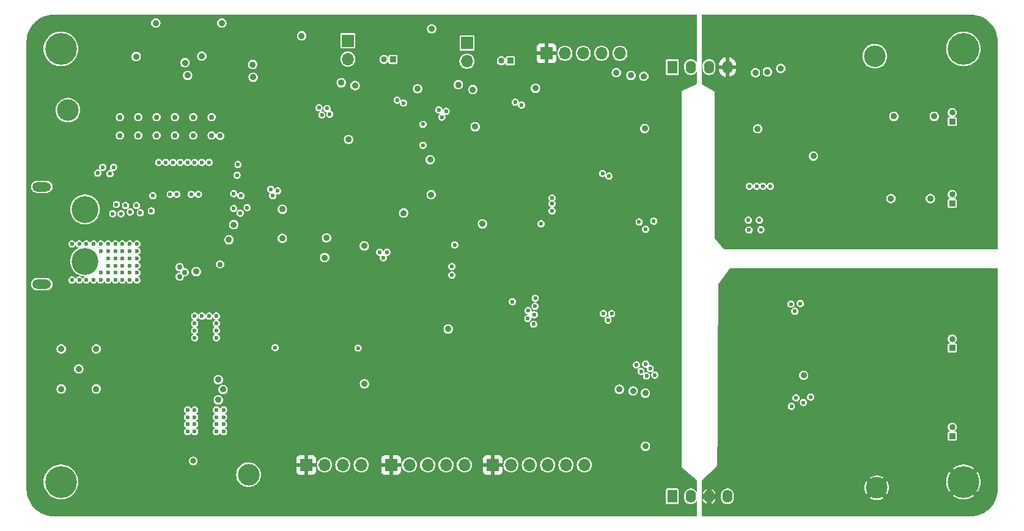
<source format=gbr>
%TF.GenerationSoftware,KiCad,Pcbnew,8.0.5*%
%TF.CreationDate,2024-11-25T15:58:14+05:30*%
%TF.ProjectId,Rapid_Core-RCP,52617069-645f-4436-9f72-652d5243502e,rev?*%
%TF.SameCoordinates,Original*%
%TF.FileFunction,Copper,L5,Inr*%
%TF.FilePolarity,Positive*%
%FSLAX46Y46*%
G04 Gerber Fmt 4.6, Leading zero omitted, Abs format (unit mm)*
G04 Created by KiCad (PCBNEW 8.0.5) date 2024-11-25 15:58:14*
%MOMM*%
%LPD*%
G01*
G04 APERTURE LIST*
%TA.AperFunction,ComponentPad*%
%ADD10R,1.700000X1.700000*%
%TD*%
%TA.AperFunction,ComponentPad*%
%ADD11O,1.700000X1.700000*%
%TD*%
%TA.AperFunction,ComponentPad*%
%ADD12C,3.000000*%
%TD*%
%TA.AperFunction,ComponentPad*%
%ADD13R,1.400000X1.800000*%
%TD*%
%TA.AperFunction,ComponentPad*%
%ADD14O,1.400000X1.800000*%
%TD*%
%TA.AperFunction,ComponentPad*%
%ADD15R,0.850000X0.850000*%
%TD*%
%TA.AperFunction,ComponentPad*%
%ADD16C,0.850000*%
%TD*%
%TA.AperFunction,ComponentPad*%
%ADD17C,4.400000*%
%TD*%
%TA.AperFunction,ComponentPad*%
%ADD18C,3.716000*%
%TD*%
%TA.AperFunction,ComponentPad*%
%ADD19O,2.600000X1.300000*%
%TD*%
%TA.AperFunction,ViaPad*%
%ADD20C,0.600000*%
%TD*%
%TA.AperFunction,ViaPad*%
%ADD21C,0.900000*%
%TD*%
%TA.AperFunction,ViaPad*%
%ADD22C,0.800000*%
%TD*%
%TA.AperFunction,ViaPad*%
%ADD23C,0.750000*%
%TD*%
G04 APERTURE END LIST*
D10*
%TO.N,+3.3V*%
%TO.C,J3*%
X186686073Y-113885427D03*
D11*
%TO.N,/Project_Architecture/GPIO/GPIO_1_PB0*%
X189226073Y-113885427D03*
%TO.N,/Project_Architecture/GPIO/GPIO_1_PB1*%
X191766072Y-113885427D03*
%TO.N,/Project_Architecture/GPIO/GPIO_1_PB2*%
X194306073Y-113885427D03*
%TO.N,/Project_Architecture/GPIO/GPIO_1_PB3*%
X196846073Y-113885427D03*
%TO.N,GND1*%
X199386073Y-113885427D03*
%TD*%
D12*
%TO.N,GND2*%
%TO.C,TP9*%
X239618073Y-57235427D03*
%TD*%
D10*
%TO.N,/Project_Architecture/Comm - LIN/LIN2_CMD_R*%
%TO.C,J10*%
X166636073Y-55110427D03*
D11*
%TO.N,/Project_Architecture/Comm - LIN/LIN2*%
X166636073Y-57650427D03*
%TD*%
D13*
%TO.N,GND1*%
%TO.C,U2*%
X211573573Y-118252927D03*
D14*
%TO.N,+5V*%
X214113573Y-118252927D03*
%TO.N,GND2*%
X216653572Y-118252927D03*
%TO.N,+5VA*%
X219193573Y-118252927D03*
%TD*%
D12*
%TO.N,GND1*%
%TO.C,TP7*%
X152886073Y-115235427D03*
%TD*%
D15*
%TO.N,GND1*%
%TO.C,J11*%
X172886072Y-57685427D03*
D16*
%TO.N,/Project_Architecture/Comm - LIN/LIN2*%
X171636073Y-57685427D03*
%TD*%
D10*
%TO.N,+3.3V*%
%TO.C,J4*%
X160856074Y-113885427D03*
D11*
%TO.N,/Project_Architecture/GPIO/USART2_TX*%
X163396074Y-113885427D03*
%TO.N,/Project_Architecture/GPIO/USART2_RX*%
X165936073Y-113885427D03*
%TO.N,GND1*%
X168476074Y-113885427D03*
%TD*%
D17*
%TO.N,GND2*%
%TO.C,H2*%
X251886073Y-56235427D03*
%TD*%
%TO.N,GND1*%
%TO.C,H3*%
X126886073Y-116235427D03*
%TD*%
D13*
%TO.N,GND1*%
%TO.C,U3*%
X211573573Y-58752927D03*
D14*
%TO.N,+5V*%
X214113573Y-58752927D03*
%TO.N,GND2*%
X216653572Y-58752927D03*
%TO.N,+5VA*%
X219193573Y-58752927D03*
%TD*%
D15*
%TO.N,GND1*%
%TO.C,J9*%
X189136073Y-57885427D03*
D16*
%TO.N,/Project_Architecture/Comm - LIN/LIN1*%
X187886074Y-57885427D03*
%TD*%
D12*
%TO.N,GND2*%
%TO.C,TP6*%
X239886073Y-117049427D03*
%TD*%
D10*
%TO.N,/Project_Architecture/Comm - LIN/LIN1_CMD_R*%
%TO.C,J8*%
X183136073Y-55410427D03*
D11*
%TO.N,/Project_Architecture/Comm - LIN/LIN1*%
X183136073Y-57950427D03*
%TD*%
D10*
%TO.N,+3.3V*%
%TO.C,J2*%
X194152073Y-56851427D03*
D11*
%TO.N,/Project_Architecture/GPIO/SW_CLK*%
X196692073Y-56851427D03*
%TO.N,/Project_Architecture/GPIO/NRST*%
X199232072Y-56851427D03*
%TO.N,/Project_Architecture/GPIO/SWDIO*%
X201772073Y-56851427D03*
%TO.N,GND1*%
X204312073Y-56851427D03*
%TD*%
D15*
%TO.N,/Project_Architecture/Comm - Isolated_CAN/CAN_L_IN-1*%
%TO.C,J6*%
X250336073Y-66310427D03*
D16*
%TO.N,/Project_Architecture/Comm - Isolated_CAN/CAN_H_IN-1*%
X250336073Y-65060428D03*
%TD*%
D15*
%TO.N,/Project_Architecture/Comm - Isolated_RS-485/RS-485_A-IN-1*%
%TO.C,J12*%
X250336073Y-77635426D03*
D16*
%TO.N,/Project_Architecture/Comm - Isolated_RS-485/RS-485_B_IN-1*%
X250336073Y-76385427D03*
%TD*%
D12*
%TO.N,GND1*%
%TO.C,TP8*%
X127858073Y-64725427D03*
%TD*%
D15*
%TO.N,/Project_Architecture/Comm - Isolated_CAN/CAN_L_IN-2*%
%TO.C,J7*%
X250336073Y-109885427D03*
D16*
%TO.N,/Project_Architecture/Comm - Isolated_CAN/CAN_H_IN-2*%
X250336073Y-108635428D03*
%TD*%
D18*
%TO.N,VBAT*%
%TO.C,J1*%
X130236073Y-78485427D03*
%TO.N,GND1*%
X130236073Y-85685427D03*
D19*
X124236073Y-75335427D03*
X124236073Y-88835427D03*
%TD*%
D17*
%TO.N,GND2*%
%TO.C,H4*%
X251886073Y-116235427D03*
%TD*%
D10*
%TO.N,+3.3V*%
%TO.C,J5*%
X172611073Y-113885427D03*
D11*
%TO.N,/Project_Architecture/GPIO/SPI1_SCK*%
X175151073Y-113885427D03*
%TO.N,/Project_Architecture/GPIO/SPI1_MISO*%
X177691072Y-113885427D03*
%TO.N,/Project_Architecture/GPIO/SPI1_MOSI*%
X180231073Y-113885427D03*
%TO.N,GND1*%
X182771073Y-113885427D03*
%TD*%
D15*
%TO.N,/Project_Architecture/Comm - Isolated_RS-485/RS-485_A_IN-2*%
%TO.C,J13*%
X250336073Y-97663426D03*
D16*
%TO.N,/Project_Architecture/Comm - Isolated_RS-485/RS-485_B_IN-2*%
X250336073Y-96413427D03*
%TD*%
D17*
%TO.N,GND1*%
%TO.C,H1*%
X126886073Y-56235427D03*
%TD*%
D20*
%TO.N,GND1*%
X192566073Y-91895427D03*
D21*
X131786073Y-103360427D03*
D20*
X133686073Y-73535427D03*
X128422994Y-83260427D03*
X147422994Y-71964427D03*
X194914073Y-77679427D03*
D21*
X178173572Y-76432926D03*
D20*
X207995073Y-101555427D03*
D21*
X180533572Y-95048926D03*
D20*
X191586073Y-92505427D03*
X144422994Y-71964427D03*
X206598073Y-100031427D03*
D22*
X145230073Y-113339427D03*
D20*
X144422994Y-109260427D03*
X172054073Y-84410427D03*
X135422994Y-83260427D03*
X133422994Y-86260427D03*
X137422994Y-87260427D03*
X189808673Y-63607827D03*
X145422994Y-108260427D03*
X146422994Y-93260427D03*
X155936073Y-75685427D03*
X202788073Y-73869427D03*
D21*
X205836073Y-59899427D03*
D20*
X148422994Y-108260427D03*
X135422994Y-85260427D03*
X207233073Y-100920427D03*
D23*
X143336073Y-87785427D03*
D20*
X209138073Y-101428427D03*
X202661073Y-93808427D03*
X151422994Y-72260427D03*
X145422994Y-93260427D03*
X137422994Y-85260427D03*
X133422994Y-88260427D03*
X148422994Y-95260427D03*
X142036073Y-76385427D03*
X207868073Y-99904427D03*
X132422994Y-84260427D03*
D21*
X207836073Y-103936427D03*
X144073575Y-58147925D03*
D20*
X134422994Y-88260427D03*
D21*
X203804073Y-59518427D03*
X167636073Y-61323427D03*
X131786073Y-97810427D03*
D20*
X134422994Y-86260427D03*
X145422994Y-107260427D03*
D21*
X181936073Y-61193427D03*
X207614073Y-60026427D03*
D20*
X131422994Y-83260427D03*
D21*
X183936073Y-61875427D03*
D20*
X192356073Y-94375427D03*
X137422994Y-88260427D03*
D21*
X140047073Y-52655427D03*
D20*
X132422994Y-83260427D03*
D21*
X206136073Y-103633427D03*
D20*
X149422994Y-106260427D03*
D21*
X157561073Y-82490427D03*
D20*
X130422994Y-83260427D03*
D21*
X165714071Y-60925425D03*
X129361073Y-100585427D03*
D20*
X140431073Y-71964427D03*
X148422994Y-93260427D03*
X132422994Y-88260427D03*
X151836073Y-76585427D03*
X134422994Y-85260427D03*
X132422994Y-87260427D03*
D21*
X163672073Y-82417443D03*
D20*
X129422994Y-83260427D03*
X128422994Y-88260427D03*
X151286073Y-73735427D03*
X134186073Y-72635427D03*
X150836073Y-76285427D03*
X137422994Y-83260427D03*
X144936073Y-76385427D03*
D21*
X157561073Y-78456427D03*
X126936073Y-103360427D03*
X192620073Y-61685427D03*
D20*
X136422994Y-88260427D03*
X147422994Y-93260427D03*
D21*
X176292073Y-61757427D03*
D20*
X206976073Y-80214427D03*
X136422994Y-83260427D03*
X192446073Y-93065427D03*
X171546073Y-85172427D03*
X191566073Y-93585427D03*
X133422994Y-85260427D03*
X134422994Y-83260427D03*
X149422994Y-108260427D03*
D21*
X178036073Y-71583427D03*
D20*
X201899073Y-73488427D03*
X136422994Y-87260427D03*
X135422994Y-88260427D03*
X131986073Y-73435427D03*
X144422994Y-107260427D03*
D21*
X126936073Y-97810427D03*
D20*
X156560073Y-97635427D03*
X142936073Y-76385427D03*
X156236073Y-76585427D03*
X145422994Y-95260427D03*
X145422994Y-94260427D03*
D21*
X149191073Y-52655427D03*
D20*
X145422994Y-71964427D03*
D21*
X145636073Y-87077427D03*
D20*
X136422994Y-84260427D03*
X144422994Y-108260427D03*
X130422994Y-88260427D03*
X208503073Y-100539427D03*
X135422994Y-84260427D03*
X192586073Y-90775427D03*
X148422994Y-96260427D03*
D21*
X168929572Y-102647928D03*
D20*
X207865073Y-81230427D03*
X133422994Y-83260427D03*
X173451073Y-63328427D03*
X209008073Y-80087427D03*
X131422994Y-88260427D03*
D21*
X204236073Y-103409427D03*
D20*
X148422994Y-107260427D03*
D21*
X163418073Y-85153734D03*
D20*
X156936073Y-75885427D03*
X136422994Y-85260427D03*
X145422994Y-96260427D03*
X135422994Y-87260427D03*
X145422994Y-109260427D03*
X146422994Y-71964427D03*
D21*
X174366572Y-78975926D03*
D20*
X142422994Y-71964427D03*
X189422994Y-91260427D03*
X149422994Y-107260427D03*
X145422994Y-106260427D03*
X194914073Y-78695427D03*
D23*
X143336073Y-86485427D03*
D20*
X148422994Y-109260427D03*
D21*
X168900073Y-83521427D03*
D20*
X149422994Y-109260427D03*
X134422994Y-84260427D03*
X190697673Y-64014227D03*
X133422994Y-84260427D03*
D21*
X153453573Y-58402927D03*
D20*
X148422994Y-94260427D03*
D21*
X207843573Y-111294427D03*
D20*
X137422994Y-84260427D03*
X136422994Y-86260427D03*
X148422994Y-106260427D03*
X203169073Y-92919427D03*
X134422994Y-87260427D03*
X139636073Y-76585427D03*
D21*
X207741073Y-67265427D03*
D20*
X171038073Y-84410427D03*
X202026073Y-92919427D03*
X133422994Y-87260427D03*
X145936073Y-76385427D03*
X141422994Y-71964427D03*
D23*
X144036073Y-87185427D03*
D20*
X194914073Y-76917427D03*
X143422994Y-71964427D03*
X144422994Y-106260427D03*
X132686073Y-72635427D03*
X129422994Y-88260427D03*
X137422994Y-86260427D03*
X193390073Y-80473427D03*
X174340073Y-63734827D03*
X135422994Y-86260427D03*
%TO.N,VBAT*%
X134586073Y-77785427D03*
X136486073Y-78835427D03*
X151736073Y-78985427D03*
X152686073Y-78235427D03*
X139412073Y-78685427D03*
X134078073Y-79071427D03*
X150836073Y-78335427D03*
X137380073Y-77928427D03*
X135856073Y-77928427D03*
X137888073Y-78944427D03*
X135221073Y-79071427D03*
D21*
%TO.N,+5V*%
X184262073Y-67027427D03*
X149336073Y-103435427D03*
D23*
X140156073Y-68225427D03*
D21*
X137316073Y-57299427D03*
X148686073Y-104857427D03*
D20*
X163036073Y-65385427D03*
D21*
X150830073Y-80585427D03*
D23*
X137616073Y-68225427D03*
D21*
X160240074Y-54435428D03*
D23*
X147776073Y-68225427D03*
D21*
X178236073Y-53463427D03*
D23*
X148936073Y-86085427D03*
X145236073Y-68225427D03*
X140156073Y-65685427D03*
X145236073Y-65685427D03*
D20*
X162636073Y-64385427D03*
D21*
X148686073Y-102063427D03*
D23*
X142696073Y-65685427D03*
D20*
X179636073Y-65685427D03*
X163736073Y-64485427D03*
X164136073Y-65285427D03*
X179236073Y-64685427D03*
D23*
X135076073Y-65685427D03*
X142696073Y-68225427D03*
D21*
X150157073Y-82685427D03*
D23*
X148936073Y-68300427D03*
D21*
X146400073Y-57232427D03*
D23*
X135076073Y-68225427D03*
X147776073Y-65685427D03*
X137616073Y-65685427D03*
D20*
X180236073Y-64885427D03*
D21*
X166724073Y-68785427D03*
D20*
%TO.N,+3.3V*%
X193517073Y-88855427D03*
X200756073Y-106635427D03*
X190977073Y-71964427D03*
D21*
X149486073Y-98985427D03*
D20*
X170019073Y-86685427D03*
D21*
X166006073Y-71885427D03*
D20*
X202915073Y-71202427D03*
X201936073Y-90635427D03*
X155925073Y-73488427D03*
X203386073Y-90635427D03*
X200629073Y-63455427D03*
D21*
X148536073Y-97935427D03*
D20*
X202026073Y-71202427D03*
D21*
X165760073Y-78385427D03*
D20*
X202534073Y-72091427D03*
X179674073Y-76409427D03*
D21*
X148536073Y-100085427D03*
D20*
X192486073Y-89435427D03*
X180986073Y-76435427D03*
X156814073Y-73996427D03*
X155925073Y-74377427D03*
X182186073Y-95085427D03*
X182236073Y-96185427D03*
D22*
X137383073Y-113366427D03*
D20*
X202686073Y-107485427D03*
X202636073Y-91535427D03*
X190977073Y-73785427D03*
X177486073Y-80435427D03*
X201386073Y-107485427D03*
D21*
X165636073Y-104349427D03*
D20*
X202286073Y-63385427D03*
X171886073Y-86585427D03*
X191936073Y-73035427D03*
X201436073Y-62635427D03*
X202136073Y-106635427D03*
%TO.N,/Project_Architecture/GPIO/NRST*%
X168036073Y-97685427D03*
X181436073Y-83385427D03*
%TO.N,GND2*%
X224251073Y-95332427D03*
X223836073Y-81285427D03*
X224886073Y-101555427D03*
X222473073Y-100031427D03*
X224124073Y-75266427D03*
X225140073Y-75266427D03*
D21*
X231111073Y-71077427D03*
X242364073Y-96935427D03*
X226586073Y-58932427D03*
D20*
X223362073Y-95332427D03*
X223997073Y-100031427D03*
D21*
X226436073Y-103232427D03*
X231123573Y-91028927D03*
D20*
X222473073Y-95332427D03*
X223235073Y-75266427D03*
X222186073Y-81335427D03*
D21*
X223086073Y-59540427D03*
X247475073Y-109285427D03*
D20*
X222092073Y-79965427D03*
D21*
X242256073Y-65585427D03*
X224536073Y-103618427D03*
D20*
X223616073Y-101555427D03*
D21*
X247306073Y-76985427D03*
X222936073Y-103669427D03*
X241845073Y-76985427D03*
D20*
X222219073Y-75266427D03*
D21*
X248250073Y-96987427D03*
X223386573Y-67305427D03*
X242268073Y-109285427D03*
D20*
X223616073Y-79965427D03*
D21*
X224736073Y-59414427D03*
X223513573Y-111374427D03*
X247844073Y-65585427D03*
D20*
%TO.N,+5VA*%
X229736073Y-105235427D03*
D21*
X229608073Y-81385427D03*
D20*
X227934073Y-71456427D03*
X230728073Y-104476427D03*
X229331073Y-72599427D03*
X229286073Y-91535427D03*
X229839073Y-61550427D03*
X228061073Y-72599427D03*
X229331073Y-71456427D03*
D21*
X229753073Y-101469427D03*
D20*
X228696073Y-60534427D03*
X227986073Y-91585427D03*
X228696073Y-104603427D03*
X228536073Y-92585427D03*
X230474073Y-60661427D03*
X228061073Y-105746427D03*
X228569073Y-61677427D03*
%TO.N,/Project_Architecture/Comm - LIN/LIN2_EN*%
X177036073Y-66685427D03*
X177036073Y-69585427D03*
D21*
%TO.N,/Project_Architecture/GPIO/GPIO_1_PB3*%
X185262073Y-80473427D03*
%TO.N,/Project_Architecture/Indication - USR/USR_LED_2*%
X144449072Y-59899427D03*
D20*
X181036073Y-87585427D03*
D21*
%TO.N,/Project_Architecture/Indication - USR/USR_LED_1*%
X153512073Y-60153427D03*
D20*
X181036073Y-86385427D03*
%TD*%
%TA.AperFunction,Conductor*%
%TO.N,+5VA*%
G36*
X252887276Y-51485986D02*
G01*
X253251199Y-51503862D01*
X253255954Y-51504330D01*
X253615190Y-51557615D01*
X253619892Y-51558550D01*
X253972183Y-51646793D01*
X253976752Y-51648179D01*
X254318693Y-51770526D01*
X254323123Y-51772362D01*
X254651405Y-51927628D01*
X254655646Y-51929894D01*
X254967129Y-52116589D01*
X254971127Y-52119261D01*
X255262801Y-52335580D01*
X255266518Y-52338630D01*
X255535593Y-52582505D01*
X255538994Y-52585906D01*
X255782869Y-52854981D01*
X255785919Y-52858698D01*
X256002238Y-53150372D01*
X256004910Y-53154370D01*
X256191605Y-53465853D01*
X256193871Y-53470094D01*
X256349137Y-53798376D01*
X256350976Y-53802816D01*
X256453597Y-54089624D01*
X256473315Y-54144731D01*
X256474710Y-54149329D01*
X256494191Y-54227104D01*
X256562947Y-54501599D01*
X256563885Y-54506316D01*
X256617167Y-54865530D01*
X256617638Y-54870315D01*
X256635514Y-55234223D01*
X256635573Y-55236627D01*
X256635573Y-83938427D01*
X256621221Y-83973075D01*
X256586573Y-83987427D01*
X218716524Y-83987427D01*
X218681876Y-83973075D01*
X218678881Y-83969796D01*
X217434930Y-82477055D01*
X217423573Y-82445686D01*
X217423573Y-81335424D01*
X221680426Y-81335424D01*
X221680426Y-81335429D01*
X221700906Y-81477881D01*
X221702175Y-81480659D01*
X221760696Y-81608800D01*
X221760697Y-81608801D01*
X221760698Y-81608803D01*
X221788037Y-81640354D01*
X221854945Y-81717570D01*
X221976020Y-81795380D01*
X222052858Y-81817941D01*
X222114107Y-81835926D01*
X222114110Y-81835926D01*
X222114112Y-81835927D01*
X222114113Y-81835927D01*
X222258033Y-81835927D01*
X222258034Y-81835927D01*
X222258036Y-81835926D01*
X222258038Y-81835926D01*
X222280868Y-81829222D01*
X222396126Y-81795380D01*
X222517201Y-81717570D01*
X222611450Y-81608800D01*
X222671238Y-81477884D01*
X222671238Y-81477882D01*
X222671239Y-81477881D01*
X222691720Y-81335429D01*
X222691720Y-81335424D01*
X222684531Y-81285424D01*
X223330426Y-81285424D01*
X223330426Y-81285429D01*
X223350906Y-81427881D01*
X223363595Y-81455665D01*
X223410696Y-81558800D01*
X223410697Y-81558801D01*
X223410698Y-81558803D01*
X223481362Y-81640354D01*
X223504945Y-81667570D01*
X223626020Y-81745380D01*
X223702858Y-81767941D01*
X223764107Y-81785926D01*
X223764110Y-81785926D01*
X223764112Y-81785927D01*
X223764113Y-81785927D01*
X223908033Y-81785927D01*
X223908034Y-81785927D01*
X223908036Y-81785926D01*
X223908038Y-81785926D01*
X223942769Y-81775728D01*
X224046126Y-81745380D01*
X224167201Y-81667570D01*
X224261450Y-81558800D01*
X224321238Y-81427884D01*
X224321238Y-81427882D01*
X224321239Y-81427881D01*
X224341720Y-81285429D01*
X224341720Y-81285424D01*
X224321239Y-81142972D01*
X224316824Y-81133306D01*
X224261450Y-81012054D01*
X224215761Y-80959326D01*
X224167201Y-80903284D01*
X224150523Y-80892566D01*
X224046126Y-80825474D01*
X224046123Y-80825473D01*
X223908038Y-80784927D01*
X223908034Y-80784927D01*
X223764112Y-80784927D01*
X223764107Y-80784927D01*
X223626022Y-80825473D01*
X223626020Y-80825473D01*
X223626020Y-80825474D01*
X223602927Y-80840315D01*
X223504944Y-80903284D01*
X223410698Y-81012050D01*
X223410697Y-81012052D01*
X223350906Y-81142972D01*
X223330426Y-81285424D01*
X222684531Y-81285424D01*
X222671239Y-81192972D01*
X222653767Y-81154714D01*
X222611450Y-81062054D01*
X222584045Y-81030427D01*
X222517201Y-80953284D01*
X222462962Y-80918427D01*
X222396126Y-80875474D01*
X222396123Y-80875473D01*
X222258038Y-80834927D01*
X222258034Y-80834927D01*
X222114112Y-80834927D01*
X222114107Y-80834927D01*
X221976022Y-80875473D01*
X221854944Y-80953284D01*
X221760698Y-81062050D01*
X221760697Y-81062052D01*
X221700906Y-81192972D01*
X221680426Y-81335424D01*
X217423573Y-81335424D01*
X217423573Y-79965424D01*
X221586426Y-79965424D01*
X221586426Y-79965429D01*
X221606906Y-80107881D01*
X221638093Y-80176168D01*
X221666696Y-80238800D01*
X221666697Y-80238801D01*
X221666698Y-80238803D01*
X221755949Y-80341804D01*
X221760945Y-80347570D01*
X221882020Y-80425380D01*
X221958858Y-80447941D01*
X222020107Y-80465926D01*
X222020110Y-80465926D01*
X222020112Y-80465927D01*
X222020113Y-80465927D01*
X222164033Y-80465927D01*
X222164034Y-80465927D01*
X222164036Y-80465926D01*
X222164038Y-80465926D01*
X222186868Y-80459222D01*
X222302126Y-80425380D01*
X222423201Y-80347570D01*
X222517450Y-80238800D01*
X222577238Y-80107884D01*
X222577238Y-80107882D01*
X222577239Y-80107881D01*
X222597720Y-79965429D01*
X222597720Y-79965424D01*
X223110426Y-79965424D01*
X223110426Y-79965429D01*
X223130906Y-80107881D01*
X223162093Y-80176168D01*
X223190696Y-80238800D01*
X223190697Y-80238801D01*
X223190698Y-80238803D01*
X223279949Y-80341804D01*
X223284945Y-80347570D01*
X223406020Y-80425380D01*
X223482858Y-80447941D01*
X223544107Y-80465926D01*
X223544110Y-80465926D01*
X223544112Y-80465927D01*
X223544113Y-80465927D01*
X223688033Y-80465927D01*
X223688034Y-80465927D01*
X223688036Y-80465926D01*
X223688038Y-80465926D01*
X223710868Y-80459222D01*
X223826126Y-80425380D01*
X223947201Y-80347570D01*
X224041450Y-80238800D01*
X224101238Y-80107884D01*
X224101238Y-80107882D01*
X224101239Y-80107881D01*
X224121720Y-79965429D01*
X224121720Y-79965424D01*
X224101239Y-79822972D01*
X224087289Y-79792427D01*
X224041450Y-79692054D01*
X224011559Y-79657558D01*
X223947201Y-79583284D01*
X223826126Y-79505474D01*
X223826123Y-79505473D01*
X223688038Y-79464927D01*
X223688034Y-79464927D01*
X223544112Y-79464927D01*
X223544107Y-79464927D01*
X223406022Y-79505473D01*
X223284944Y-79583284D01*
X223190698Y-79692050D01*
X223190697Y-79692052D01*
X223130906Y-79822972D01*
X223110426Y-79965424D01*
X222597720Y-79965424D01*
X222577239Y-79822972D01*
X222563289Y-79792427D01*
X222517450Y-79692054D01*
X222487559Y-79657558D01*
X222423201Y-79583284D01*
X222302126Y-79505474D01*
X222302123Y-79505473D01*
X222164038Y-79464927D01*
X222164034Y-79464927D01*
X222020112Y-79464927D01*
X222020107Y-79464927D01*
X221882022Y-79505473D01*
X221760944Y-79583284D01*
X221666698Y-79692050D01*
X221666697Y-79692052D01*
X221606906Y-79822972D01*
X221586426Y-79965424D01*
X217423573Y-79965424D01*
X217423573Y-76985427D01*
X241189795Y-76985427D01*
X241208836Y-77142246D01*
X241264853Y-77289951D01*
X241313084Y-77359825D01*
X241354590Y-77419957D01*
X241472833Y-77524710D01*
X241612708Y-77598123D01*
X241766088Y-77635927D01*
X241766089Y-77635927D01*
X241924056Y-77635927D01*
X241924058Y-77635927D01*
X242077438Y-77598123D01*
X242217313Y-77524710D01*
X242335556Y-77419957D01*
X242425293Y-77289950D01*
X242481310Y-77142245D01*
X242500351Y-76985427D01*
X246650795Y-76985427D01*
X246669836Y-77142246D01*
X246725853Y-77289951D01*
X246774084Y-77359825D01*
X246815590Y-77419957D01*
X246933833Y-77524710D01*
X247073708Y-77598123D01*
X247227088Y-77635927D01*
X247227089Y-77635927D01*
X247385056Y-77635927D01*
X247385058Y-77635927D01*
X247538438Y-77598123D01*
X247678313Y-77524710D01*
X247796556Y-77419957D01*
X247886293Y-77289950D01*
X247942310Y-77142245D01*
X247961351Y-76985427D01*
X247942310Y-76828609D01*
X247886293Y-76680904D01*
X247884458Y-76678246D01*
X247820390Y-76585427D01*
X247796556Y-76550897D01*
X247796553Y-76550894D01*
X247796552Y-76550893D01*
X247678312Y-76446143D01*
X247562629Y-76385427D01*
X249705979Y-76385427D01*
X249724288Y-76536219D01*
X249778152Y-76678247D01*
X249850357Y-76782853D01*
X249864441Y-76803257D01*
X249898539Y-76833465D01*
X249978140Y-76903985D01*
X250003965Y-76917539D01*
X250027975Y-76946348D01*
X250024581Y-76983697D01*
X249995772Y-77007707D01*
X249981194Y-77009926D01*
X249891325Y-77009926D01*
X249832842Y-77021559D01*
X249766520Y-77065873D01*
X249725000Y-77128014D01*
X249722206Y-77132195D01*
X249710573Y-77190678D01*
X249710573Y-78080174D01*
X249722206Y-78138657D01*
X249732234Y-78153664D01*
X249766520Y-78204978D01*
X249793085Y-78222727D01*
X249832842Y-78249293D01*
X249891325Y-78260926D01*
X249891328Y-78260926D01*
X250780818Y-78260926D01*
X250780821Y-78260926D01*
X250839304Y-78249293D01*
X250905625Y-78204978D01*
X250949940Y-78138657D01*
X250961573Y-78080174D01*
X250961573Y-77190678D01*
X250949940Y-77132195D01*
X250914097Y-77078553D01*
X250905625Y-77065873D01*
X250865868Y-77039308D01*
X250839304Y-77021559D01*
X250780821Y-77009926D01*
X250780818Y-77009926D01*
X250690952Y-77009926D01*
X250656304Y-76995574D01*
X250641952Y-76960926D01*
X250656304Y-76926278D01*
X250668181Y-76917539D01*
X250694005Y-76903985D01*
X250694004Y-76903985D01*
X250694007Y-76903984D01*
X250807705Y-76803257D01*
X250893994Y-76678246D01*
X250947858Y-76536218D01*
X250966167Y-76385427D01*
X250947858Y-76234636D01*
X250893994Y-76092608D01*
X250871615Y-76060187D01*
X250807705Y-75967597D01*
X250694005Y-75866868D01*
X250559508Y-75796279D01*
X250412022Y-75759927D01*
X250260124Y-75759927D01*
X250112637Y-75796279D01*
X249978140Y-75866868D01*
X249864440Y-75967597D01*
X249778152Y-76092606D01*
X249724288Y-76234634D01*
X249705979Y-76385427D01*
X247562629Y-76385427D01*
X247538437Y-76372730D01*
X247422861Y-76344244D01*
X247385058Y-76334927D01*
X247227088Y-76334927D01*
X247196760Y-76342402D01*
X247073708Y-76372730D01*
X246933833Y-76446143D01*
X246815593Y-76550893D01*
X246815589Y-76550898D01*
X246725853Y-76680902D01*
X246669836Y-76828607D01*
X246650795Y-76985427D01*
X242500351Y-76985427D01*
X242481310Y-76828609D01*
X242425293Y-76680904D01*
X242423458Y-76678246D01*
X242359390Y-76585427D01*
X242335556Y-76550897D01*
X242335553Y-76550894D01*
X242335552Y-76550893D01*
X242217312Y-76446143D01*
X242077437Y-76372730D01*
X241961861Y-76344244D01*
X241924058Y-76334927D01*
X241766088Y-76334927D01*
X241735760Y-76342402D01*
X241612708Y-76372730D01*
X241472833Y-76446143D01*
X241354593Y-76550893D01*
X241354589Y-76550898D01*
X241264853Y-76680902D01*
X241208836Y-76828607D01*
X241189795Y-76985427D01*
X217423573Y-76985427D01*
X217423573Y-75266424D01*
X221713426Y-75266424D01*
X221713426Y-75266429D01*
X221733906Y-75408881D01*
X221757338Y-75460189D01*
X221793696Y-75539800D01*
X221793697Y-75539801D01*
X221793698Y-75539803D01*
X221881340Y-75640947D01*
X221887945Y-75648570D01*
X222009020Y-75726380D01*
X222069891Y-75744253D01*
X222147107Y-75766926D01*
X222147110Y-75766926D01*
X222147112Y-75766927D01*
X222147113Y-75766927D01*
X222291033Y-75766927D01*
X222291034Y-75766927D01*
X222291036Y-75766926D01*
X222291038Y-75766926D01*
X222314874Y-75759927D01*
X222429126Y-75726380D01*
X222550201Y-75648570D01*
X222644450Y-75539800D01*
X222682501Y-75456479D01*
X222709950Y-75430925D01*
X222747429Y-75432264D01*
X222771644Y-75456479D01*
X222809696Y-75539800D01*
X222809697Y-75539801D01*
X222809698Y-75539803D01*
X222897340Y-75640947D01*
X222903945Y-75648570D01*
X223025020Y-75726380D01*
X223085891Y-75744253D01*
X223163107Y-75766926D01*
X223163110Y-75766926D01*
X223163112Y-75766927D01*
X223163113Y-75766927D01*
X223307033Y-75766927D01*
X223307034Y-75766927D01*
X223307036Y-75766926D01*
X223307038Y-75766926D01*
X223330874Y-75759927D01*
X223445126Y-75726380D01*
X223566201Y-75648570D01*
X223642541Y-75560467D01*
X223676077Y-75543681D01*
X223711661Y-75555524D01*
X223716603Y-75560466D01*
X223792945Y-75648570D01*
X223914020Y-75726380D01*
X223974891Y-75744253D01*
X224052107Y-75766926D01*
X224052110Y-75766926D01*
X224052112Y-75766927D01*
X224052113Y-75766927D01*
X224196033Y-75766927D01*
X224196034Y-75766927D01*
X224196036Y-75766926D01*
X224196038Y-75766926D01*
X224219874Y-75759927D01*
X224334126Y-75726380D01*
X224455201Y-75648570D01*
X224549450Y-75539800D01*
X224587501Y-75456479D01*
X224614950Y-75430925D01*
X224652429Y-75432264D01*
X224676644Y-75456479D01*
X224714696Y-75539800D01*
X224714697Y-75539801D01*
X224714698Y-75539803D01*
X224802340Y-75640947D01*
X224808945Y-75648570D01*
X224930020Y-75726380D01*
X224990891Y-75744253D01*
X225068107Y-75766926D01*
X225068110Y-75766926D01*
X225068112Y-75766927D01*
X225068113Y-75766927D01*
X225212033Y-75766927D01*
X225212034Y-75766927D01*
X225212036Y-75766926D01*
X225212038Y-75766926D01*
X225235874Y-75759927D01*
X225350126Y-75726380D01*
X225471201Y-75648570D01*
X225565450Y-75539800D01*
X225625238Y-75408884D01*
X225625238Y-75408882D01*
X225625239Y-75408881D01*
X225645720Y-75266429D01*
X225645720Y-75266424D01*
X225625239Y-75123972D01*
X225603501Y-75076373D01*
X225565450Y-74993054D01*
X225562086Y-74989172D01*
X225471201Y-74884284D01*
X225350126Y-74806474D01*
X225350123Y-74806473D01*
X225212038Y-74765927D01*
X225212034Y-74765927D01*
X225068112Y-74765927D01*
X225068107Y-74765927D01*
X224930022Y-74806473D01*
X224808944Y-74884284D01*
X224714698Y-74993050D01*
X224714697Y-74993052D01*
X224676645Y-75076373D01*
X224649196Y-75101928D01*
X224611717Y-75100589D01*
X224587501Y-75076373D01*
X224585392Y-75071756D01*
X224549450Y-74993054D01*
X224546086Y-74989172D01*
X224455201Y-74884284D01*
X224334126Y-74806474D01*
X224334123Y-74806473D01*
X224196038Y-74765927D01*
X224196034Y-74765927D01*
X224052112Y-74765927D01*
X224052107Y-74765927D01*
X223914022Y-74806473D01*
X223792944Y-74884284D01*
X223716605Y-74972385D01*
X223683069Y-74989172D01*
X223647485Y-74977329D01*
X223642541Y-74972385D01*
X223566201Y-74884284D01*
X223445126Y-74806474D01*
X223445123Y-74806473D01*
X223307038Y-74765927D01*
X223307034Y-74765927D01*
X223163112Y-74765927D01*
X223163107Y-74765927D01*
X223025022Y-74806473D01*
X222903944Y-74884284D01*
X222809698Y-74993050D01*
X222809697Y-74993052D01*
X222771645Y-75076373D01*
X222744196Y-75101928D01*
X222706717Y-75100589D01*
X222682501Y-75076373D01*
X222680392Y-75071756D01*
X222644450Y-74993054D01*
X222641086Y-74989172D01*
X222550201Y-74884284D01*
X222429126Y-74806474D01*
X222429123Y-74806473D01*
X222291038Y-74765927D01*
X222291034Y-74765927D01*
X222147112Y-74765927D01*
X222147107Y-74765927D01*
X222009022Y-74806473D01*
X221887944Y-74884284D01*
X221793698Y-74993050D01*
X221793697Y-74993052D01*
X221733906Y-75123972D01*
X221713426Y-75266424D01*
X217423573Y-75266424D01*
X217423573Y-71077427D01*
X230455795Y-71077427D01*
X230474836Y-71234246D01*
X230530853Y-71381951D01*
X230588700Y-71465757D01*
X230620590Y-71511957D01*
X230738833Y-71616710D01*
X230878708Y-71690123D01*
X231032088Y-71727927D01*
X231032089Y-71727927D01*
X231190056Y-71727927D01*
X231190058Y-71727927D01*
X231343438Y-71690123D01*
X231483313Y-71616710D01*
X231601556Y-71511957D01*
X231691293Y-71381950D01*
X231747310Y-71234245D01*
X231766351Y-71077427D01*
X231747310Y-70920609D01*
X231691293Y-70772904D01*
X231601556Y-70642897D01*
X231601553Y-70642894D01*
X231601552Y-70642893D01*
X231483312Y-70538143D01*
X231343437Y-70464730D01*
X231227861Y-70436244D01*
X231190058Y-70426927D01*
X231032088Y-70426927D01*
X231001760Y-70434402D01*
X230878708Y-70464730D01*
X230738833Y-70538143D01*
X230620593Y-70642893D01*
X230620589Y-70642898D01*
X230530853Y-70772902D01*
X230474836Y-70920607D01*
X230455795Y-71077427D01*
X217423573Y-71077427D01*
X217423573Y-67305427D01*
X222731295Y-67305427D01*
X222750336Y-67462246D01*
X222806353Y-67609951D01*
X222864200Y-67693757D01*
X222896090Y-67739957D01*
X223014333Y-67844710D01*
X223154208Y-67918123D01*
X223307588Y-67955927D01*
X223307589Y-67955927D01*
X223465556Y-67955927D01*
X223465558Y-67955927D01*
X223618938Y-67918123D01*
X223758813Y-67844710D01*
X223877056Y-67739957D01*
X223966793Y-67609950D01*
X224022810Y-67462245D01*
X224041851Y-67305427D01*
X224022810Y-67148609D01*
X223966793Y-67000904D01*
X223877056Y-66870897D01*
X223877053Y-66870894D01*
X223877052Y-66870893D01*
X223758812Y-66766143D01*
X223618937Y-66692730D01*
X223503361Y-66664244D01*
X223465558Y-66654927D01*
X223307588Y-66654927D01*
X223277260Y-66662402D01*
X223154208Y-66692730D01*
X223014333Y-66766143D01*
X222896093Y-66870893D01*
X222896089Y-66870898D01*
X222806353Y-67000902D01*
X222750336Y-67148607D01*
X222731295Y-67305427D01*
X217423573Y-67305427D01*
X217423573Y-65585427D01*
X241600795Y-65585427D01*
X241619836Y-65742246D01*
X241675853Y-65889951D01*
X241690151Y-65910665D01*
X241765590Y-66019957D01*
X241765592Y-66019958D01*
X241765593Y-66019960D01*
X241794877Y-66045903D01*
X241883833Y-66124710D01*
X242023708Y-66198123D01*
X242177088Y-66235927D01*
X242177089Y-66235927D01*
X242335056Y-66235927D01*
X242335058Y-66235927D01*
X242488438Y-66198123D01*
X242628313Y-66124710D01*
X242746556Y-66019957D01*
X242836293Y-65889950D01*
X242892310Y-65742245D01*
X242911351Y-65585427D01*
X247188795Y-65585427D01*
X247207836Y-65742246D01*
X247263853Y-65889951D01*
X247278151Y-65910665D01*
X247353590Y-66019957D01*
X247353592Y-66019958D01*
X247353593Y-66019960D01*
X247382877Y-66045903D01*
X247471833Y-66124710D01*
X247611708Y-66198123D01*
X247765088Y-66235927D01*
X247765089Y-66235927D01*
X247923056Y-66235927D01*
X247923058Y-66235927D01*
X248076438Y-66198123D01*
X248216313Y-66124710D01*
X248334556Y-66019957D01*
X248424293Y-65889950D01*
X248480310Y-65742245D01*
X248499351Y-65585427D01*
X248480310Y-65428609D01*
X248424293Y-65280904D01*
X248417660Y-65271295D01*
X248354728Y-65180122D01*
X248334556Y-65150897D01*
X248334553Y-65150894D01*
X248334552Y-65150893D01*
X248232437Y-65060428D01*
X249705979Y-65060428D01*
X249724288Y-65211220D01*
X249778152Y-65353248D01*
X249864440Y-65478257D01*
X249978140Y-65578986D01*
X250003965Y-65592540D01*
X250027975Y-65621349D01*
X250024581Y-65658698D01*
X249995772Y-65682708D01*
X249981194Y-65684927D01*
X249891325Y-65684927D01*
X249832842Y-65696560D01*
X249766520Y-65740874D01*
X249739030Y-65782017D01*
X249722206Y-65807196D01*
X249710573Y-65865679D01*
X249710573Y-66755175D01*
X249722206Y-66813658D01*
X249725845Y-66819104D01*
X249766520Y-66879979D01*
X249785788Y-66892853D01*
X249832842Y-66924294D01*
X249891325Y-66935927D01*
X249891328Y-66935927D01*
X250780818Y-66935927D01*
X250780821Y-66935927D01*
X250839304Y-66924294D01*
X250905625Y-66879979D01*
X250949940Y-66813658D01*
X250961573Y-66755175D01*
X250961573Y-65865679D01*
X250949940Y-65807196D01*
X250908473Y-65745137D01*
X250905625Y-65740874D01*
X250865868Y-65714309D01*
X250839304Y-65696560D01*
X250780821Y-65684927D01*
X250780818Y-65684927D01*
X250690952Y-65684927D01*
X250656304Y-65670575D01*
X250641952Y-65635927D01*
X250656304Y-65601279D01*
X250668181Y-65592540D01*
X250694005Y-65578986D01*
X250694004Y-65578986D01*
X250694007Y-65578985D01*
X250807705Y-65478258D01*
X250893994Y-65353247D01*
X250947858Y-65211219D01*
X250966167Y-65060428D01*
X250947858Y-64909637D01*
X250893994Y-64767609D01*
X250886345Y-64756528D01*
X250807705Y-64642598D01*
X250694005Y-64541869D01*
X250559508Y-64471280D01*
X250412022Y-64434928D01*
X250260124Y-64434928D01*
X250112637Y-64471280D01*
X249978140Y-64541869D01*
X249864440Y-64642598D01*
X249778152Y-64767607D01*
X249724288Y-64909635D01*
X249705979Y-65060428D01*
X248232437Y-65060428D01*
X248216312Y-65046143D01*
X248076437Y-64972730D01*
X247960861Y-64944244D01*
X247923058Y-64934927D01*
X247765088Y-64934927D01*
X247734760Y-64942402D01*
X247611708Y-64972730D01*
X247471833Y-65046143D01*
X247353593Y-65150893D01*
X247353589Y-65150898D01*
X247263853Y-65280902D01*
X247207836Y-65428607D01*
X247188795Y-65585427D01*
X242911351Y-65585427D01*
X242892310Y-65428609D01*
X242836293Y-65280904D01*
X242829660Y-65271295D01*
X242766728Y-65180122D01*
X242746556Y-65150897D01*
X242746553Y-65150894D01*
X242746552Y-65150893D01*
X242628312Y-65046143D01*
X242488437Y-64972730D01*
X242372861Y-64944244D01*
X242335058Y-64934927D01*
X242177088Y-64934927D01*
X242146760Y-64942402D01*
X242023708Y-64972730D01*
X241883833Y-65046143D01*
X241765593Y-65150893D01*
X241765589Y-65150898D01*
X241675853Y-65280902D01*
X241619836Y-65428607D01*
X241600795Y-65585427D01*
X217423573Y-65585427D01*
X217423573Y-62143428D01*
X217423573Y-62143427D01*
X215670262Y-61141535D01*
X215647300Y-61111884D01*
X215645573Y-61098991D01*
X215645573Y-58464230D01*
X215753072Y-58464230D01*
X215753072Y-59041623D01*
X215787675Y-59215583D01*
X215787678Y-59215594D01*
X215855107Y-59378383D01*
X215855559Y-59379474D01*
X215866579Y-59395966D01*
X215954105Y-59526959D01*
X216079539Y-59652393D01*
X216137476Y-59691105D01*
X216227025Y-59750940D01*
X216390906Y-59818821D01*
X216390912Y-59818822D01*
X216390915Y-59818823D01*
X216564875Y-59853426D01*
X216564881Y-59853427D01*
X216742263Y-59853427D01*
X216916238Y-59818821D01*
X217080119Y-59750940D01*
X217227607Y-59652391D01*
X217353036Y-59526962D01*
X217451585Y-59379474D01*
X217519466Y-59215593D01*
X217554072Y-59041618D01*
X217554072Y-58464236D01*
X217552928Y-58458485D01*
X217993573Y-58458485D01*
X217993573Y-58502927D01*
X218760561Y-58502927D01*
X218727648Y-58559934D01*
X218693573Y-58687101D01*
X218693573Y-58818753D01*
X218727648Y-58945920D01*
X218760561Y-59002927D01*
X217993573Y-59002927D01*
X217993573Y-59047368D01*
X218023120Y-59233925D01*
X218023121Y-59233928D01*
X218081488Y-59413565D01*
X218167241Y-59581863D01*
X218278265Y-59734676D01*
X218278269Y-59734681D01*
X218411819Y-59868231D01*
X218411823Y-59868234D01*
X218564636Y-59979258D01*
X218732934Y-60065011D01*
X218912571Y-60123378D01*
X218912576Y-60123380D01*
X218943572Y-60128288D01*
X218943573Y-60128288D01*
X218943573Y-59185939D01*
X219000580Y-59218852D01*
X219127747Y-59252927D01*
X219259399Y-59252927D01*
X219386566Y-59218852D01*
X219443573Y-59185939D01*
X219443573Y-60128288D01*
X219474569Y-60123380D01*
X219474574Y-60123378D01*
X219654211Y-60065011D01*
X219822509Y-59979258D01*
X219975322Y-59868234D01*
X219975327Y-59868231D01*
X220108877Y-59734681D01*
X220108880Y-59734676D01*
X220219904Y-59581863D01*
X220241017Y-59540427D01*
X222430795Y-59540427D01*
X222449836Y-59697246D01*
X222505853Y-59844951D01*
X222557067Y-59919146D01*
X222595590Y-59974957D01*
X222595592Y-59974958D01*
X222595593Y-59974960D01*
X222653687Y-60026426D01*
X222713833Y-60079710D01*
X222853708Y-60153123D01*
X223007088Y-60190927D01*
X223007089Y-60190927D01*
X223165056Y-60190927D01*
X223165058Y-60190927D01*
X223318438Y-60153123D01*
X223458313Y-60079710D01*
X223576556Y-59974957D01*
X223666293Y-59844950D01*
X223722310Y-59697245D01*
X223741351Y-59540427D01*
X223726052Y-59414427D01*
X224080795Y-59414427D01*
X224099836Y-59571246D01*
X224155853Y-59718951D01*
X224199849Y-59782690D01*
X224245590Y-59848957D01*
X224245592Y-59848958D01*
X224245593Y-59848960D01*
X224266722Y-59867678D01*
X224363833Y-59953710D01*
X224503708Y-60027123D01*
X224657088Y-60064927D01*
X224657089Y-60064927D01*
X224815056Y-60064927D01*
X224815058Y-60064927D01*
X224968438Y-60027123D01*
X225108313Y-59953710D01*
X225226556Y-59848957D01*
X225316293Y-59718950D01*
X225372310Y-59571245D01*
X225391351Y-59414427D01*
X225372310Y-59257609D01*
X225316293Y-59109904D01*
X225313527Y-59105897D01*
X225242452Y-59002927D01*
X225226556Y-58979897D01*
X225226553Y-58979894D01*
X225226552Y-58979893D01*
X225172973Y-58932427D01*
X225930795Y-58932427D01*
X225949836Y-59089246D01*
X226005853Y-59236951D01*
X226056347Y-59310104D01*
X226095590Y-59366957D01*
X226095592Y-59366958D01*
X226095593Y-59366960D01*
X226145472Y-59411148D01*
X226213833Y-59471710D01*
X226353708Y-59545123D01*
X226507088Y-59582927D01*
X226507089Y-59582927D01*
X226665056Y-59582927D01*
X226665058Y-59582927D01*
X226818438Y-59545123D01*
X226958313Y-59471710D01*
X227076556Y-59366957D01*
X227166293Y-59236950D01*
X227222310Y-59089245D01*
X227241351Y-58932427D01*
X227222310Y-58775609D01*
X227166293Y-58627904D01*
X227145699Y-58598069D01*
X227093849Y-58522951D01*
X227076556Y-58497897D01*
X227076553Y-58497894D01*
X227076552Y-58497893D01*
X226958312Y-58393143D01*
X226818437Y-58319730D01*
X226702861Y-58291244D01*
X226665058Y-58281927D01*
X226507088Y-58281927D01*
X226476760Y-58289402D01*
X226353708Y-58319730D01*
X226213833Y-58393143D01*
X226095593Y-58497893D01*
X226095589Y-58497898D01*
X226005853Y-58627902D01*
X225949836Y-58775607D01*
X225930795Y-58932427D01*
X225172973Y-58932427D01*
X225108312Y-58875143D01*
X224968437Y-58801730D01*
X224847179Y-58771844D01*
X224815058Y-58763927D01*
X224657088Y-58763927D01*
X224626760Y-58771402D01*
X224503708Y-58801730D01*
X224363833Y-58875143D01*
X224245593Y-58979893D01*
X224245589Y-58979898D01*
X224155853Y-59109902D01*
X224099836Y-59257607D01*
X224080795Y-59414427D01*
X223726052Y-59414427D01*
X223722310Y-59383609D01*
X223666293Y-59235904D01*
X223652273Y-59215593D01*
X223610893Y-59155643D01*
X223576556Y-59105897D01*
X223576553Y-59105894D01*
X223576552Y-59105893D01*
X223458312Y-59001143D01*
X223318437Y-58927730D01*
X223197569Y-58897940D01*
X223165058Y-58889927D01*
X223007088Y-58889927D01*
X222976760Y-58897402D01*
X222853708Y-58927730D01*
X222713833Y-59001143D01*
X222595593Y-59105893D01*
X222595589Y-59105898D01*
X222505853Y-59235902D01*
X222449836Y-59383607D01*
X222430795Y-59540427D01*
X220241017Y-59540427D01*
X220305657Y-59413565D01*
X220364024Y-59233928D01*
X220364025Y-59233925D01*
X220393573Y-59047368D01*
X220393573Y-59002927D01*
X219626585Y-59002927D01*
X219659498Y-58945920D01*
X219693573Y-58818753D01*
X219693573Y-58687101D01*
X219659498Y-58559934D01*
X219626585Y-58502927D01*
X220393573Y-58502927D01*
X220393573Y-58458485D01*
X220364025Y-58271928D01*
X220364024Y-58271925D01*
X220305657Y-58092288D01*
X220219904Y-57923990D01*
X220108880Y-57771177D01*
X220108877Y-57771173D01*
X219975327Y-57637623D01*
X219975322Y-57637619D01*
X219822509Y-57526595D01*
X219654211Y-57440842D01*
X219474574Y-57382475D01*
X219474572Y-57382474D01*
X219443573Y-57377563D01*
X219443573Y-58319915D01*
X219386566Y-58287002D01*
X219259399Y-58252927D01*
X219127747Y-58252927D01*
X219000580Y-58287002D01*
X218943573Y-58319915D01*
X218943573Y-57377563D01*
X218912573Y-57382474D01*
X218912571Y-57382475D01*
X218732934Y-57440842D01*
X218564636Y-57526595D01*
X218411823Y-57637619D01*
X218278265Y-57771177D01*
X218167241Y-57923990D01*
X218081488Y-58092288D01*
X218023121Y-58271925D01*
X218023120Y-58271928D01*
X217993573Y-58458485D01*
X217552928Y-58458485D01*
X217547347Y-58430427D01*
X217519468Y-58290270D01*
X217519465Y-58290259D01*
X217511871Y-58271925D01*
X217451585Y-58126380D01*
X217389602Y-58033617D01*
X217353038Y-57978894D01*
X217227604Y-57853460D01*
X217127658Y-57786679D01*
X217080119Y-57754914D01*
X217080116Y-57754912D01*
X217080115Y-57754912D01*
X216916239Y-57687033D01*
X216916228Y-57687030D01*
X216742268Y-57652427D01*
X216742263Y-57652427D01*
X216564881Y-57652427D01*
X216564875Y-57652427D01*
X216390915Y-57687030D01*
X216390904Y-57687033D01*
X216227028Y-57754912D01*
X216079539Y-57853460D01*
X215954105Y-57978894D01*
X215855557Y-58126383D01*
X215787678Y-58290259D01*
X215787675Y-58290270D01*
X215753072Y-58464230D01*
X215645573Y-58464230D01*
X215645573Y-57235427D01*
X237912805Y-57235427D01*
X237931850Y-57489578D01*
X237931851Y-57489587D01*
X237988565Y-57738065D01*
X238081681Y-57975318D01*
X238209110Y-58196034D01*
X238209113Y-58196038D01*
X238368018Y-58395299D01*
X238368023Y-58395304D01*
X238554856Y-58568659D01*
X238765439Y-58712232D01*
X238765440Y-58712232D01*
X238765441Y-58712233D01*
X238995062Y-58822813D01*
X238995065Y-58822814D01*
X238995069Y-58822816D01*
X239238615Y-58897940D01*
X239490638Y-58935927D01*
X239490640Y-58935927D01*
X239745506Y-58935927D01*
X239745508Y-58935927D01*
X239997531Y-58897940D01*
X240241077Y-58822816D01*
X240470707Y-58712232D01*
X240681290Y-58568659D01*
X240868123Y-58395304D01*
X241027032Y-58196039D01*
X241027861Y-58194604D01*
X241116747Y-58040646D01*
X241154466Y-57975315D01*
X241247581Y-57738064D01*
X241304295Y-57489584D01*
X241323341Y-57235427D01*
X241304295Y-56981270D01*
X241247581Y-56732790D01*
X241154466Y-56495539D01*
X241154464Y-56495535D01*
X241027035Y-56274819D01*
X241027032Y-56274815D01*
X240995617Y-56235422D01*
X249480827Y-56235422D01*
X249480827Y-56235431D01*
X249499792Y-56536881D01*
X249556390Y-56833583D01*
X249649731Y-57120855D01*
X249778340Y-57394163D01*
X249937593Y-57645107D01*
X249940188Y-57649195D01*
X250040683Y-57770673D01*
X250132718Y-57881924D01*
X250132725Y-57881932D01*
X250352906Y-58088697D01*
X250352909Y-58088699D01*
X250352911Y-58088701D01*
X250597278Y-58266243D01*
X250861969Y-58411759D01*
X251142811Y-58522952D01*
X251435375Y-58598069D01*
X251735046Y-58635927D01*
X251735047Y-58635927D01*
X252037099Y-58635927D01*
X252037100Y-58635927D01*
X252336771Y-58598069D01*
X252629335Y-58522952D01*
X252910177Y-58411759D01*
X253174868Y-58266243D01*
X253419235Y-58088701D01*
X253639422Y-57881931D01*
X253831958Y-57649195D01*
X253993806Y-57394163D01*
X254122414Y-57120857D01*
X254215754Y-56833587D01*
X254219627Y-56813287D01*
X254243950Y-56685778D01*
X254272353Y-56536884D01*
X254290061Y-56255427D01*
X254291319Y-56235431D01*
X254291319Y-56235422D01*
X254272353Y-55933972D01*
X254266291Y-55902195D01*
X254229513Y-55709392D01*
X254215755Y-55637270D01*
X254182502Y-55534927D01*
X254122414Y-55349997D01*
X253993806Y-55076691D01*
X253850040Y-54850151D01*
X253831960Y-54821662D01*
X253817634Y-54804345D01*
X253639422Y-54588923D01*
X253639420Y-54588921D01*
X253419239Y-54382156D01*
X253419231Y-54382150D01*
X253174875Y-54204616D01*
X253174869Y-54204612D01*
X253174870Y-54204612D01*
X253174868Y-54204611D01*
X252910177Y-54059095D01*
X252745195Y-53993774D01*
X252629336Y-53947902D01*
X252336770Y-53872784D01*
X252037102Y-53834927D01*
X252037100Y-53834927D01*
X251735046Y-53834927D01*
X251735043Y-53834927D01*
X251435375Y-53872784D01*
X251142809Y-53947902D01*
X250861966Y-54059096D01*
X250597276Y-54204612D01*
X250597270Y-54204616D01*
X250352914Y-54382150D01*
X250352906Y-54382156D01*
X250132725Y-54588921D01*
X250132718Y-54588929D01*
X249940185Y-54821662D01*
X249778340Y-55076690D01*
X249649731Y-55349998D01*
X249556390Y-55637270D01*
X249499792Y-55933972D01*
X249480827Y-56235422D01*
X240995617Y-56235422D01*
X240868127Y-56075554D01*
X240868122Y-56075549D01*
X240681291Y-55902196D01*
X240681289Y-55902194D01*
X240470704Y-55758620D01*
X240241083Y-55648040D01*
X240241070Y-55648035D01*
X240107440Y-55606816D01*
X239997531Y-55572914D01*
X239745508Y-55534927D01*
X239490638Y-55534927D01*
X239238615Y-55572914D01*
X239177728Y-55591695D01*
X238995075Y-55648035D01*
X238995062Y-55648040D01*
X238765441Y-55758620D01*
X238554856Y-55902194D01*
X238554854Y-55902196D01*
X238368023Y-56075549D01*
X238368018Y-56075554D01*
X238209113Y-56274815D01*
X238209110Y-56274819D01*
X238081681Y-56495535D01*
X237988565Y-56732788D01*
X237931851Y-56981266D01*
X237931850Y-56981275D01*
X237912805Y-57235427D01*
X215645573Y-57235427D01*
X215645573Y-51534927D01*
X215659925Y-51500279D01*
X215694573Y-51485927D01*
X252841905Y-51485927D01*
X252884872Y-51485927D01*
X252887276Y-51485986D01*
G37*
%TD.AperFunction*%
%TD*%
%TA.AperFunction,Conductor*%
%TO.N,GND2*%
G36*
X256621221Y-86668779D02*
G01*
X256635573Y-86703427D01*
X256635573Y-117234220D01*
X256635514Y-117236625D01*
X256617634Y-117600530D01*
X256617163Y-117605315D01*
X256563874Y-117964538D01*
X256562935Y-117969254D01*
X256474702Y-118321494D01*
X256473307Y-118326096D01*
X256350961Y-118668023D01*
X256349120Y-118672466D01*
X256193858Y-119000733D01*
X256191592Y-119004973D01*
X256004897Y-119316451D01*
X256002225Y-119320450D01*
X255785897Y-119612129D01*
X255782846Y-119615846D01*
X255538976Y-119884912D01*
X255535576Y-119888312D01*
X255266502Y-120132183D01*
X255262785Y-120135233D01*
X254971113Y-120351549D01*
X254967115Y-120354221D01*
X254655633Y-120540913D01*
X254651392Y-120543180D01*
X254323111Y-120698442D01*
X254318668Y-120700282D01*
X253976759Y-120822617D01*
X253972158Y-120824013D01*
X253619894Y-120912248D01*
X253615178Y-120913186D01*
X253255966Y-120966468D01*
X253251180Y-120966939D01*
X252886170Y-120984868D01*
X252883766Y-120984927D01*
X215667573Y-120984927D01*
X215632925Y-120970575D01*
X215618573Y-120935927D01*
X215618573Y-117902927D01*
X215765777Y-117902927D01*
X216296466Y-117902927D01*
X216253473Y-117945920D01*
X216187647Y-118059934D01*
X216153572Y-118187101D01*
X216153572Y-118318753D01*
X216187647Y-118445920D01*
X216253473Y-118559934D01*
X216296466Y-118602927D01*
X215765777Y-118602927D01*
X215788158Y-118715447D01*
X215788158Y-118715448D01*
X215856000Y-118879233D01*
X215954495Y-119026643D01*
X216079855Y-119152003D01*
X216227265Y-119250498D01*
X216303571Y-119282105D01*
X216303572Y-119282105D01*
X216303572Y-118610033D01*
X216346565Y-118653026D01*
X216460579Y-118718852D01*
X216587746Y-118752927D01*
X216719398Y-118752927D01*
X216846565Y-118718852D01*
X216960579Y-118653026D01*
X217003572Y-118610033D01*
X217003572Y-119282105D01*
X217079878Y-119250498D01*
X217227288Y-119152003D01*
X217352648Y-119026643D01*
X217451143Y-118879233D01*
X217518985Y-118715448D01*
X217518985Y-118715447D01*
X217541367Y-118602927D01*
X217010678Y-118602927D01*
X217053671Y-118559934D01*
X217119497Y-118445920D01*
X217153572Y-118318753D01*
X217153572Y-118187101D01*
X217119497Y-118059934D01*
X217064242Y-117964230D01*
X218293073Y-117964230D01*
X218293073Y-118541623D01*
X218327676Y-118715583D01*
X218327679Y-118715594D01*
X218356795Y-118785886D01*
X218395560Y-118879474D01*
X218427504Y-118927281D01*
X218494106Y-119026959D01*
X218619540Y-119152393D01*
X218678213Y-119191597D01*
X218767026Y-119250940D01*
X218930907Y-119318821D01*
X218930913Y-119318822D01*
X218930916Y-119318823D01*
X219104876Y-119353426D01*
X219104882Y-119353427D01*
X219282264Y-119353427D01*
X219456239Y-119318821D01*
X219620120Y-119250940D01*
X219767608Y-119152391D01*
X219893037Y-119026962D01*
X219991586Y-118879474D01*
X220059467Y-118715593D01*
X220094073Y-118541618D01*
X220094073Y-117964236D01*
X220081878Y-117902927D01*
X220059469Y-117790270D01*
X220059466Y-117790259D01*
X219991586Y-117626380D01*
X219915884Y-117513084D01*
X219893039Y-117478894D01*
X219767605Y-117353460D01*
X219679594Y-117294653D01*
X219620120Y-117254914D01*
X219620117Y-117254912D01*
X219620116Y-117254912D01*
X219456240Y-117187033D01*
X219456229Y-117187030D01*
X219282269Y-117152427D01*
X219282264Y-117152427D01*
X219104882Y-117152427D01*
X219104876Y-117152427D01*
X218930916Y-117187030D01*
X218930905Y-117187033D01*
X218767029Y-117254912D01*
X218619540Y-117353460D01*
X218494106Y-117478894D01*
X218395558Y-117626383D01*
X218327679Y-117790259D01*
X218327676Y-117790270D01*
X218293073Y-117964230D01*
X217064242Y-117964230D01*
X217053671Y-117945920D01*
X217010678Y-117902927D01*
X217541366Y-117902927D01*
X217518985Y-117790406D01*
X217518985Y-117790405D01*
X217451143Y-117626620D01*
X217352648Y-117479210D01*
X217227288Y-117353850D01*
X217079876Y-117255354D01*
X217003572Y-117223747D01*
X217003572Y-117895821D01*
X216960579Y-117852828D01*
X216846565Y-117787002D01*
X216719398Y-117752927D01*
X216587746Y-117752927D01*
X216460579Y-117787002D01*
X216346565Y-117852828D01*
X216303572Y-117895821D01*
X216303572Y-117223748D01*
X216303571Y-117223747D01*
X216227267Y-117255354D01*
X216079855Y-117353850D01*
X215954495Y-117479210D01*
X215856000Y-117626620D01*
X215788158Y-117790405D01*
X215788158Y-117790406D01*
X215765777Y-117902927D01*
X215618573Y-117902927D01*
X215618573Y-117049427D01*
X238181306Y-117049427D01*
X238200346Y-117303503D01*
X238200348Y-117303515D01*
X238257043Y-117551915D01*
X238350132Y-117789101D01*
X238460412Y-117980111D01*
X238460413Y-117980112D01*
X239128804Y-117311721D01*
X239177122Y-117428369D01*
X239264672Y-117559397D01*
X239376103Y-117670828D01*
X239507131Y-117758378D01*
X239623778Y-117806695D01*
X238956975Y-118473496D01*
X239033687Y-118525797D01*
X239263256Y-118636351D01*
X239263258Y-118636352D01*
X239506724Y-118711450D01*
X239758678Y-118749427D01*
X240013468Y-118749427D01*
X240265421Y-118711450D01*
X240508887Y-118636352D01*
X240508889Y-118636351D01*
X240738454Y-118525799D01*
X240815168Y-118473496D01*
X240815168Y-118473495D01*
X240148367Y-117806695D01*
X240265015Y-117758378D01*
X240396043Y-117670828D01*
X240507474Y-117559397D01*
X240595024Y-117428369D01*
X240643340Y-117311721D01*
X241311731Y-117980112D01*
X241311732Y-117980111D01*
X241422013Y-117789101D01*
X241515102Y-117551915D01*
X241571797Y-117303515D01*
X241571799Y-117303503D01*
X241590839Y-117049427D01*
X241571799Y-116795350D01*
X241571797Y-116795338D01*
X241515102Y-116546938D01*
X241422013Y-116309752D01*
X241379098Y-116235422D01*
X249481328Y-116235422D01*
X249481328Y-116235431D01*
X249500289Y-116536818D01*
X249556875Y-116833459D01*
X249650197Y-117120671D01*
X249778777Y-117393916D01*
X249778785Y-117393932D01*
X249940590Y-117648897D01*
X249940596Y-117648906D01*
X249957357Y-117669165D01*
X249957358Y-117669165D01*
X250901153Y-116725370D01*
X250945269Y-116811952D01*
X251047040Y-116952029D01*
X251169471Y-117074460D01*
X251309548Y-117176231D01*
X251396128Y-117220346D01*
X250454547Y-118161926D01*
X250597538Y-118265814D01*
X250597544Y-118265818D01*
X250862179Y-118411303D01*
X251142964Y-118522474D01*
X251435469Y-118597577D01*
X251735075Y-118635426D01*
X251735079Y-118635427D01*
X252037067Y-118635427D01*
X252037070Y-118635426D01*
X252336676Y-118597577D01*
X252629181Y-118522474D01*
X252909966Y-118411303D01*
X253174600Y-118265819D01*
X253317596Y-118161925D01*
X252376017Y-117220346D01*
X252462598Y-117176231D01*
X252602675Y-117074460D01*
X252725106Y-116952029D01*
X252826877Y-116811952D01*
X252870991Y-116725371D01*
X253814786Y-117669166D01*
X253814787Y-117669165D01*
X253831555Y-117648897D01*
X253993360Y-117393932D01*
X253993368Y-117393916D01*
X254121948Y-117120671D01*
X254215270Y-116833459D01*
X254271856Y-116536818D01*
X254290818Y-116235431D01*
X254290818Y-116235422D01*
X254271856Y-115934035D01*
X254215270Y-115637394D01*
X254121948Y-115350182D01*
X253993368Y-115076937D01*
X253993360Y-115076921D01*
X253831555Y-114821956D01*
X253814787Y-114801687D01*
X253814785Y-114801687D01*
X252870991Y-115745481D01*
X252826877Y-115658902D01*
X252725106Y-115518825D01*
X252602675Y-115396394D01*
X252462598Y-115294623D01*
X252376016Y-115250506D01*
X253317597Y-114308926D01*
X253174607Y-114205039D01*
X253174601Y-114205035D01*
X252909966Y-114059550D01*
X252629181Y-113948379D01*
X252336676Y-113873276D01*
X252037070Y-113835427D01*
X251735075Y-113835427D01*
X251435469Y-113873276D01*
X251142964Y-113948379D01*
X250862179Y-114059550D01*
X250597544Y-114205035D01*
X250597538Y-114205039D01*
X250454547Y-114308926D01*
X251396128Y-115250507D01*
X251309548Y-115294623D01*
X251169471Y-115396394D01*
X251047040Y-115518825D01*
X250945269Y-115658902D01*
X250901153Y-115745482D01*
X249957358Y-114801687D01*
X249957357Y-114801687D01*
X249940596Y-114821948D01*
X249940590Y-114821957D01*
X249778785Y-115076921D01*
X249778777Y-115076937D01*
X249650197Y-115350182D01*
X249556875Y-115637394D01*
X249500289Y-115934035D01*
X249481328Y-116235422D01*
X241379098Y-116235422D01*
X241311732Y-116118741D01*
X241311731Y-116118740D01*
X240643340Y-116787131D01*
X240595024Y-116670485D01*
X240507474Y-116539457D01*
X240396043Y-116428026D01*
X240265015Y-116340476D01*
X240148366Y-116292158D01*
X240815169Y-115625356D01*
X240738459Y-115573056D01*
X240508889Y-115462502D01*
X240508887Y-115462501D01*
X240265421Y-115387403D01*
X240013468Y-115349427D01*
X239758678Y-115349427D01*
X239506724Y-115387403D01*
X239263258Y-115462501D01*
X239263256Y-115462502D01*
X239033687Y-115573056D01*
X239033686Y-115573057D01*
X238956976Y-115625355D01*
X238956975Y-115625356D01*
X239623778Y-116292158D01*
X239507131Y-116340476D01*
X239376103Y-116428026D01*
X239264672Y-116539457D01*
X239177122Y-116670485D01*
X239128804Y-116787132D01*
X238460413Y-116118740D01*
X238460412Y-116118741D01*
X238350132Y-116309752D01*
X238257043Y-116546938D01*
X238200348Y-116795338D01*
X238200346Y-116795350D01*
X238181306Y-117049427D01*
X215618573Y-117049427D01*
X215618573Y-116013720D01*
X215632925Y-115979072D01*
X215635371Y-115976787D01*
X217804573Y-114086427D01*
X217831965Y-108635428D01*
X249705979Y-108635428D01*
X249724288Y-108786220D01*
X249778152Y-108928248D01*
X249864440Y-109053257D01*
X249978140Y-109153986D01*
X250003965Y-109167540D01*
X250027975Y-109196349D01*
X250024581Y-109233698D01*
X249995772Y-109257708D01*
X249981194Y-109259927D01*
X249891325Y-109259927D01*
X249832842Y-109271560D01*
X249766520Y-109315874D01*
X249738098Y-109358412D01*
X249722206Y-109382196D01*
X249710573Y-109440679D01*
X249710573Y-110330175D01*
X249722206Y-110388658D01*
X249739955Y-110415222D01*
X249766520Y-110454979D01*
X249793085Y-110472728D01*
X249832842Y-110499294D01*
X249891325Y-110510927D01*
X249891328Y-110510927D01*
X250780818Y-110510927D01*
X250780821Y-110510927D01*
X250839304Y-110499294D01*
X250905625Y-110454979D01*
X250949940Y-110388658D01*
X250961573Y-110330175D01*
X250961573Y-109440679D01*
X250949940Y-109382196D01*
X250923374Y-109342439D01*
X250905625Y-109315874D01*
X250865868Y-109289309D01*
X250839304Y-109271560D01*
X250780821Y-109259927D01*
X250780818Y-109259927D01*
X250690952Y-109259927D01*
X250656304Y-109245575D01*
X250641952Y-109210927D01*
X250656304Y-109176279D01*
X250668181Y-109167540D01*
X250694005Y-109153986D01*
X250694004Y-109153986D01*
X250694007Y-109153985D01*
X250807705Y-109053258D01*
X250893994Y-108928247D01*
X250947858Y-108786219D01*
X250966167Y-108635428D01*
X250947858Y-108484637D01*
X250893994Y-108342609D01*
X250880241Y-108322685D01*
X250807705Y-108217598D01*
X250694005Y-108116869D01*
X250559508Y-108046280D01*
X250412022Y-108009928D01*
X250260124Y-108009928D01*
X250112637Y-108046280D01*
X249978140Y-108116869D01*
X249864440Y-108217598D01*
X249778152Y-108342607D01*
X249724288Y-108484635D01*
X249705979Y-108635428D01*
X217831965Y-108635428D01*
X217846482Y-105746424D01*
X227555426Y-105746424D01*
X227555426Y-105746429D01*
X227575906Y-105888881D01*
X227608008Y-105959173D01*
X227635696Y-106019800D01*
X227635697Y-106019801D01*
X227635698Y-106019803D01*
X227704578Y-106099295D01*
X227729945Y-106128570D01*
X227851020Y-106206380D01*
X227927438Y-106228818D01*
X227989107Y-106246926D01*
X227989110Y-106246926D01*
X227989112Y-106246927D01*
X227989113Y-106246927D01*
X228133033Y-106246927D01*
X228133034Y-106246927D01*
X228133036Y-106246926D01*
X228133038Y-106246926D01*
X228155868Y-106240222D01*
X228271126Y-106206380D01*
X228392201Y-106128570D01*
X228486450Y-106019800D01*
X228546238Y-105888884D01*
X228546238Y-105888882D01*
X228546239Y-105888881D01*
X228566720Y-105746429D01*
X228566720Y-105746424D01*
X228546239Y-105603972D01*
X228541824Y-105594306D01*
X228486450Y-105473054D01*
X228392201Y-105364284D01*
X228271126Y-105286474D01*
X228271123Y-105286473D01*
X228133038Y-105245927D01*
X228133034Y-105245927D01*
X227989112Y-105245927D01*
X227989107Y-105245927D01*
X227851022Y-105286473D01*
X227729944Y-105364284D01*
X227635698Y-105473050D01*
X227635697Y-105473052D01*
X227575906Y-105603972D01*
X227555426Y-105746424D01*
X217846482Y-105746424D01*
X217849050Y-105235424D01*
X229230426Y-105235424D01*
X229230426Y-105235429D01*
X229250906Y-105377881D01*
X229283008Y-105448173D01*
X229310696Y-105508800D01*
X229310697Y-105508801D01*
X229310698Y-105508803D01*
X229393162Y-105603972D01*
X229404945Y-105617570D01*
X229526020Y-105695380D01*
X229602858Y-105717941D01*
X229664107Y-105735926D01*
X229664110Y-105735926D01*
X229664112Y-105735927D01*
X229664113Y-105735927D01*
X229808033Y-105735927D01*
X229808034Y-105735927D01*
X229808036Y-105735926D01*
X229808038Y-105735926D01*
X229830868Y-105729222D01*
X229946126Y-105695380D01*
X230067201Y-105617570D01*
X230161450Y-105508800D01*
X230221238Y-105377884D01*
X230221238Y-105377882D01*
X230221239Y-105377881D01*
X230241720Y-105235429D01*
X230241720Y-105235424D01*
X230221239Y-105092972D01*
X230208806Y-105065749D01*
X230161450Y-104962054D01*
X230087578Y-104876801D01*
X230067201Y-104853284D01*
X229946126Y-104775474D01*
X229946123Y-104775473D01*
X229808038Y-104734927D01*
X229808034Y-104734927D01*
X229664112Y-104734927D01*
X229664107Y-104734927D01*
X229526022Y-104775473D01*
X229404944Y-104853284D01*
X229310698Y-104962050D01*
X229310697Y-104962052D01*
X229250906Y-105092972D01*
X229230426Y-105235424D01*
X217849050Y-105235424D01*
X217852226Y-104603424D01*
X228190426Y-104603424D01*
X228190426Y-104603429D01*
X228210906Y-104745881D01*
X228212854Y-104750146D01*
X228270696Y-104876800D01*
X228270697Y-104876801D01*
X228270698Y-104876803D01*
X228346866Y-104964706D01*
X228364945Y-104985570D01*
X228486020Y-105063380D01*
X228562858Y-105085941D01*
X228624107Y-105103926D01*
X228624110Y-105103926D01*
X228624112Y-105103927D01*
X228624113Y-105103927D01*
X228768033Y-105103927D01*
X228768034Y-105103927D01*
X228768036Y-105103926D01*
X228768038Y-105103926D01*
X228790868Y-105097222D01*
X228906126Y-105063380D01*
X229027201Y-104985570D01*
X229121450Y-104876800D01*
X229181238Y-104745884D01*
X229181238Y-104745882D01*
X229181239Y-104745881D01*
X229201720Y-104603429D01*
X229201720Y-104603424D01*
X229183461Y-104476424D01*
X230222426Y-104476424D01*
X230222426Y-104476429D01*
X230242906Y-104618881D01*
X230256711Y-104649108D01*
X230302696Y-104749800D01*
X230302697Y-104749801D01*
X230302698Y-104749803D01*
X230396944Y-104858569D01*
X230396945Y-104858570D01*
X230518020Y-104936380D01*
X230594858Y-104958941D01*
X230656107Y-104976926D01*
X230656110Y-104976926D01*
X230656112Y-104976927D01*
X230656113Y-104976927D01*
X230800033Y-104976927D01*
X230800034Y-104976927D01*
X230800036Y-104976926D01*
X230800038Y-104976926D01*
X230841655Y-104964706D01*
X230938126Y-104936380D01*
X231059201Y-104858570D01*
X231153450Y-104749800D01*
X231213238Y-104618884D01*
X231213238Y-104618882D01*
X231213239Y-104618881D01*
X231233720Y-104476429D01*
X231233720Y-104476424D01*
X231213239Y-104333972D01*
X231200165Y-104305344D01*
X231153450Y-104203054D01*
X231152021Y-104201405D01*
X231059201Y-104094284D01*
X230994286Y-104052566D01*
X230938126Y-104016474D01*
X230938123Y-104016473D01*
X230800038Y-103975927D01*
X230800034Y-103975927D01*
X230656112Y-103975927D01*
X230656107Y-103975927D01*
X230518022Y-104016473D01*
X230396944Y-104094284D01*
X230302698Y-104203050D01*
X230302697Y-104203052D01*
X230242906Y-104333972D01*
X230222426Y-104476424D01*
X229183461Y-104476424D01*
X229181239Y-104460972D01*
X229160597Y-104415773D01*
X229121450Y-104330054D01*
X229027201Y-104221284D01*
X228906126Y-104143474D01*
X228906123Y-104143473D01*
X228768038Y-104102927D01*
X228768034Y-104102927D01*
X228624112Y-104102927D01*
X228624107Y-104102927D01*
X228486022Y-104143473D01*
X228364944Y-104221284D01*
X228270698Y-104330050D01*
X228270697Y-104330052D01*
X228210906Y-104460972D01*
X228190426Y-104603424D01*
X217852226Y-104603424D01*
X217867975Y-101469427D01*
X229097795Y-101469427D01*
X229116836Y-101626246D01*
X229172853Y-101773951D01*
X229225641Y-101850427D01*
X229262590Y-101903957D01*
X229380833Y-102008710D01*
X229520708Y-102082123D01*
X229674088Y-102119927D01*
X229674089Y-102119927D01*
X229832056Y-102119927D01*
X229832058Y-102119927D01*
X229985438Y-102082123D01*
X230125313Y-102008710D01*
X230243556Y-101903957D01*
X230333293Y-101773950D01*
X230389310Y-101626245D01*
X230408351Y-101469427D01*
X230389310Y-101312609D01*
X230333293Y-101164904D01*
X230326259Y-101154714D01*
X230275762Y-101081556D01*
X230243556Y-101034897D01*
X230243553Y-101034894D01*
X230243552Y-101034893D01*
X230125312Y-100930143D01*
X229985437Y-100856730D01*
X229846461Y-100822477D01*
X229832058Y-100818927D01*
X229674088Y-100818927D01*
X229659685Y-100822477D01*
X229520708Y-100856730D01*
X229380833Y-100930143D01*
X229262593Y-101034893D01*
X229262589Y-101034898D01*
X229172853Y-101164902D01*
X229116836Y-101312607D01*
X229097795Y-101469427D01*
X217867975Y-101469427D01*
X217893382Y-96413427D01*
X249705979Y-96413427D01*
X249724288Y-96564219D01*
X249778152Y-96706247D01*
X249864440Y-96831256D01*
X249978140Y-96931985D01*
X250003965Y-96945539D01*
X250027975Y-96974348D01*
X250024581Y-97011697D01*
X249995772Y-97035707D01*
X249981194Y-97037926D01*
X249891325Y-97037926D01*
X249832842Y-97049559D01*
X249766520Y-97093873D01*
X249722206Y-97160195D01*
X249710573Y-97218678D01*
X249710573Y-98108174D01*
X249722206Y-98166657D01*
X249739955Y-98193221D01*
X249766520Y-98232978D01*
X249793085Y-98250727D01*
X249832842Y-98277293D01*
X249891325Y-98288926D01*
X249891328Y-98288926D01*
X250780818Y-98288926D01*
X250780821Y-98288926D01*
X250839304Y-98277293D01*
X250905625Y-98232978D01*
X250949940Y-98166657D01*
X250961573Y-98108174D01*
X250961573Y-97218678D01*
X250949940Y-97160195D01*
X250923374Y-97120438D01*
X250905625Y-97093873D01*
X250865868Y-97067308D01*
X250839304Y-97049559D01*
X250780821Y-97037926D01*
X250780818Y-97037926D01*
X250690952Y-97037926D01*
X250656304Y-97023574D01*
X250641952Y-96988926D01*
X250656304Y-96954278D01*
X250668181Y-96945539D01*
X250694005Y-96931985D01*
X250694004Y-96931985D01*
X250694007Y-96931984D01*
X250807705Y-96831257D01*
X250893994Y-96706246D01*
X250947858Y-96564218D01*
X250966167Y-96413427D01*
X250947858Y-96262636D01*
X250893994Y-96120608D01*
X250807705Y-95995597D01*
X250783922Y-95974527D01*
X250694005Y-95894868D01*
X250559508Y-95824279D01*
X250412022Y-95787927D01*
X250260124Y-95787927D01*
X250112637Y-95824279D01*
X249978140Y-95894868D01*
X249864440Y-95995597D01*
X249778152Y-96120606D01*
X249724288Y-96262634D01*
X249705979Y-96413427D01*
X217893382Y-96413427D01*
X217912618Y-92585424D01*
X228030426Y-92585424D01*
X228030426Y-92585429D01*
X228050906Y-92727881D01*
X228055595Y-92738148D01*
X228110696Y-92858800D01*
X228110697Y-92858801D01*
X228110698Y-92858803D01*
X228163228Y-92919426D01*
X228204945Y-92967570D01*
X228326020Y-93045380D01*
X228376936Y-93060330D01*
X228464107Y-93085926D01*
X228464110Y-93085926D01*
X228464112Y-93085927D01*
X228464113Y-93085927D01*
X228608033Y-93085927D01*
X228608034Y-93085927D01*
X228608036Y-93085926D01*
X228608038Y-93085926D01*
X228630868Y-93079222D01*
X228746126Y-93045380D01*
X228867201Y-92967570D01*
X228961450Y-92858800D01*
X229021238Y-92727884D01*
X229021238Y-92727882D01*
X229021239Y-92727881D01*
X229041720Y-92585429D01*
X229041720Y-92585424D01*
X229021239Y-92442972D01*
X228976176Y-92344300D01*
X228961450Y-92312054D01*
X228933837Y-92280187D01*
X228867201Y-92203284D01*
X228832162Y-92180766D01*
X228746126Y-92125474D01*
X228746123Y-92125473D01*
X228608038Y-92084927D01*
X228608034Y-92084927D01*
X228464112Y-92084927D01*
X228464107Y-92084927D01*
X228326022Y-92125473D01*
X228204944Y-92203284D01*
X228110698Y-92312050D01*
X228110697Y-92312052D01*
X228050906Y-92442972D01*
X228030426Y-92585424D01*
X217912618Y-92585424D01*
X217917643Y-91585424D01*
X227480426Y-91585424D01*
X227480426Y-91585429D01*
X227500906Y-91727881D01*
X227533008Y-91798173D01*
X227560696Y-91858800D01*
X227560697Y-91858801D01*
X227560698Y-91858803D01*
X227592432Y-91895426D01*
X227654945Y-91967570D01*
X227776020Y-92045380D01*
X227852858Y-92067941D01*
X227914107Y-92085926D01*
X227914110Y-92085926D01*
X227914112Y-92085927D01*
X227914113Y-92085927D01*
X228058033Y-92085927D01*
X228058034Y-92085927D01*
X228058036Y-92085926D01*
X228058038Y-92085926D01*
X228080868Y-92079222D01*
X228196126Y-92045380D01*
X228317201Y-91967570D01*
X228411450Y-91858800D01*
X228471238Y-91727884D01*
X228471238Y-91727882D01*
X228471239Y-91727881D01*
X228491720Y-91585429D01*
X228491720Y-91585424D01*
X228484531Y-91535424D01*
X228780426Y-91535424D01*
X228780426Y-91535429D01*
X228800906Y-91677881D01*
X228823741Y-91727881D01*
X228860696Y-91808800D01*
X228860697Y-91808801D01*
X228860698Y-91808803D01*
X228935757Y-91895426D01*
X228954945Y-91917570D01*
X229076020Y-91995380D01*
X229152858Y-92017941D01*
X229214107Y-92035926D01*
X229214110Y-92035926D01*
X229214112Y-92035927D01*
X229214113Y-92035927D01*
X229358033Y-92035927D01*
X229358034Y-92035927D01*
X229358036Y-92035926D01*
X229358038Y-92035926D01*
X229380868Y-92029222D01*
X229496126Y-91995380D01*
X229617201Y-91917570D01*
X229711450Y-91808800D01*
X229771238Y-91677884D01*
X229771238Y-91677882D01*
X229771239Y-91677881D01*
X229791720Y-91535429D01*
X229791720Y-91535424D01*
X229771239Y-91392972D01*
X229734284Y-91312054D01*
X229711450Y-91262054D01*
X229710039Y-91260426D01*
X229617201Y-91153284D01*
X229587457Y-91134169D01*
X229496126Y-91075474D01*
X229496123Y-91075473D01*
X229358038Y-91034927D01*
X229358034Y-91034927D01*
X229214112Y-91034927D01*
X229214107Y-91034927D01*
X229076022Y-91075473D01*
X228954944Y-91153284D01*
X228860698Y-91262050D01*
X228860697Y-91262052D01*
X228800906Y-91392972D01*
X228780426Y-91535424D01*
X228484531Y-91535424D01*
X228471239Y-91442972D01*
X228448404Y-91392972D01*
X228411450Y-91312054D01*
X228368123Y-91262052D01*
X228317201Y-91203284D01*
X228196126Y-91125474D01*
X228196123Y-91125473D01*
X228058038Y-91084927D01*
X228058034Y-91084927D01*
X227914112Y-91084927D01*
X227914107Y-91084927D01*
X227776022Y-91125473D01*
X227776020Y-91125473D01*
X227776020Y-91125474D01*
X227762489Y-91134170D01*
X227654944Y-91203284D01*
X227560698Y-91312050D01*
X227560697Y-91312052D01*
X227500906Y-91442972D01*
X227480426Y-91585424D01*
X217917643Y-91585424D01*
X217931490Y-88829878D01*
X217941565Y-88800360D01*
X219567864Y-86673662D01*
X219600312Y-86654857D01*
X219606788Y-86654427D01*
X256586573Y-86654427D01*
X256621221Y-86668779D01*
G37*
%TD.AperFunction*%
%TD*%
%TA.AperFunction,Conductor*%
%TO.N,+3.3V*%
G36*
X214923221Y-51500279D02*
G01*
X214937573Y-51534927D01*
X214937573Y-58003740D01*
X214923221Y-58038388D01*
X214888573Y-58052740D01*
X214853925Y-58038388D01*
X214847831Y-58030963D01*
X214813039Y-57978894D01*
X214687605Y-57853460D01*
X214592974Y-57790230D01*
X214540120Y-57754914D01*
X214540117Y-57754912D01*
X214540116Y-57754912D01*
X214376240Y-57687033D01*
X214376229Y-57687030D01*
X214202269Y-57652427D01*
X214202264Y-57652427D01*
X214024882Y-57652427D01*
X214024876Y-57652427D01*
X213850916Y-57687030D01*
X213850905Y-57687033D01*
X213687029Y-57754912D01*
X213539540Y-57853460D01*
X213414106Y-57978894D01*
X213315558Y-58126383D01*
X213247679Y-58290259D01*
X213247676Y-58290270D01*
X213213073Y-58464230D01*
X213213073Y-59041623D01*
X213247676Y-59215583D01*
X213247679Y-59215594D01*
X213315558Y-59379470D01*
X213315560Y-59379474D01*
X213338450Y-59413731D01*
X213414106Y-59526959D01*
X213539540Y-59652393D01*
X213598213Y-59691597D01*
X213687026Y-59750940D01*
X213850907Y-59818821D01*
X213850913Y-59818822D01*
X213850916Y-59818823D01*
X214024876Y-59853426D01*
X214024882Y-59853427D01*
X214202264Y-59853427D01*
X214376239Y-59818821D01*
X214540120Y-59750940D01*
X214687608Y-59652391D01*
X214813037Y-59526962D01*
X214847831Y-59474888D01*
X214879013Y-59454054D01*
X214915796Y-59461370D01*
X214936631Y-59492552D01*
X214937573Y-59502112D01*
X214937573Y-61062577D01*
X214923221Y-61097225D01*
X214909755Y-61106762D01*
X212851573Y-62093426D01*
X212851573Y-62093427D01*
X212851573Y-114193427D01*
X214970128Y-115976742D01*
X214987393Y-116010034D01*
X214987573Y-116014229D01*
X214987573Y-117578572D01*
X214973221Y-117613220D01*
X214938573Y-117627572D01*
X214903925Y-117613220D01*
X214897831Y-117605795D01*
X214895923Y-117602940D01*
X214863597Y-117554560D01*
X214813039Y-117478894D01*
X214687605Y-117353460D01*
X214599594Y-117294653D01*
X214540120Y-117254914D01*
X214540117Y-117254912D01*
X214540116Y-117254912D01*
X214376240Y-117187033D01*
X214376229Y-117187030D01*
X214202269Y-117152427D01*
X214202264Y-117152427D01*
X214024882Y-117152427D01*
X214024876Y-117152427D01*
X213850916Y-117187030D01*
X213850905Y-117187033D01*
X213687029Y-117254912D01*
X213539540Y-117353460D01*
X213414106Y-117478894D01*
X213315558Y-117626383D01*
X213247679Y-117790259D01*
X213247676Y-117790270D01*
X213213073Y-117964230D01*
X213213073Y-118541623D01*
X213247676Y-118715583D01*
X213247679Y-118715593D01*
X213315560Y-118879474D01*
X213320281Y-118886539D01*
X213414106Y-119026959D01*
X213539540Y-119152393D01*
X213598213Y-119191597D01*
X213687026Y-119250940D01*
X213850907Y-119318821D01*
X213850913Y-119318822D01*
X213850916Y-119318823D01*
X214024876Y-119353426D01*
X214024882Y-119353427D01*
X214202264Y-119353427D01*
X214376239Y-119318821D01*
X214540120Y-119250940D01*
X214687608Y-119152391D01*
X214813037Y-119026962D01*
X214897833Y-118900056D01*
X214929013Y-118879223D01*
X214965796Y-118886539D01*
X214986631Y-118917721D01*
X214987573Y-118927281D01*
X214987573Y-120935927D01*
X214973221Y-120970575D01*
X214938573Y-120984927D01*
X125887279Y-120984927D01*
X125884874Y-120984868D01*
X125520967Y-120966988D01*
X125516182Y-120966517D01*
X125156957Y-120913228D01*
X125152243Y-120912290D01*
X124799982Y-120824052D01*
X124795397Y-120822661D01*
X124453463Y-120700313D01*
X124449021Y-120698472D01*
X124120760Y-120543215D01*
X124116519Y-120540949D01*
X123805029Y-120354248D01*
X123801031Y-120351576D01*
X123509359Y-120135258D01*
X123505653Y-120132218D01*
X123236567Y-119888332D01*
X123233167Y-119884932D01*
X122989279Y-119615843D01*
X122986241Y-119612140D01*
X122769923Y-119320468D01*
X122767251Y-119316470D01*
X122580550Y-119004980D01*
X122578284Y-119000739D01*
X122423027Y-118672478D01*
X122421186Y-118668036D01*
X122396151Y-118598069D01*
X122298834Y-118326091D01*
X122297451Y-118321530D01*
X122209205Y-117969240D01*
X122208271Y-117964542D01*
X122182419Y-117790270D01*
X122154980Y-117605304D01*
X122154512Y-117600545D01*
X122136632Y-117236625D01*
X122136573Y-117234220D01*
X122136573Y-116235422D01*
X124480827Y-116235422D01*
X124480827Y-116235431D01*
X124499792Y-116536881D01*
X124556390Y-116833583D01*
X124649731Y-117120855D01*
X124778340Y-117394163D01*
X124940185Y-117649191D01*
X125132718Y-117881924D01*
X125132725Y-117881932D01*
X125352906Y-118088697D01*
X125352909Y-118088699D01*
X125352911Y-118088701D01*
X125597278Y-118266243D01*
X125861969Y-118411759D01*
X126142811Y-118522952D01*
X126435375Y-118598069D01*
X126735046Y-118635927D01*
X126735047Y-118635927D01*
X127037099Y-118635927D01*
X127037100Y-118635927D01*
X127336771Y-118598069D01*
X127629335Y-118522952D01*
X127910177Y-118411759D01*
X128174868Y-118266243D01*
X128419235Y-118088701D01*
X128639422Y-117881931D01*
X128831958Y-117649195D01*
X128993806Y-117394163D01*
X129022503Y-117333179D01*
X210673073Y-117333179D01*
X210673073Y-119172675D01*
X210684706Y-119231158D01*
X210697924Y-119250940D01*
X210729020Y-119297479D01*
X210755585Y-119315228D01*
X210795342Y-119341794D01*
X210853825Y-119353427D01*
X210853828Y-119353427D01*
X212293318Y-119353427D01*
X212293321Y-119353427D01*
X212351804Y-119341794D01*
X212418125Y-119297479D01*
X212462440Y-119231158D01*
X212474073Y-119172675D01*
X212474073Y-117333179D01*
X212462440Y-117274696D01*
X212435394Y-117234220D01*
X212418125Y-117208374D01*
X212378368Y-117181809D01*
X212351804Y-117164060D01*
X212293321Y-117152427D01*
X210853825Y-117152427D01*
X210795342Y-117164060D01*
X210729020Y-117208374D01*
X210697925Y-117254912D01*
X210684706Y-117274696D01*
X210673073Y-117333179D01*
X129022503Y-117333179D01*
X129122414Y-117120857D01*
X129215754Y-116833587D01*
X129272353Y-116536884D01*
X129291319Y-116235427D01*
X129272353Y-115933970D01*
X129215754Y-115637267D01*
X129122414Y-115349997D01*
X129068501Y-115235427D01*
X151180805Y-115235427D01*
X151199850Y-115489578D01*
X151199851Y-115489587D01*
X151256565Y-115738065D01*
X151349681Y-115975318D01*
X151477110Y-116196034D01*
X151477113Y-116196038D01*
X151636018Y-116395299D01*
X151636023Y-116395304D01*
X151822856Y-116568659D01*
X152033439Y-116712232D01*
X152033440Y-116712232D01*
X152033441Y-116712233D01*
X152263062Y-116822813D01*
X152263065Y-116822814D01*
X152263069Y-116822816D01*
X152506615Y-116897940D01*
X152758638Y-116935927D01*
X152758640Y-116935927D01*
X153013506Y-116935927D01*
X153013508Y-116935927D01*
X153265531Y-116897940D01*
X153509077Y-116822816D01*
X153738707Y-116712232D01*
X153949290Y-116568659D01*
X154136123Y-116395304D01*
X154295032Y-116196039D01*
X154422466Y-115975315D01*
X154515581Y-115738064D01*
X154572295Y-115489584D01*
X154591341Y-115235427D01*
X154572295Y-114981270D01*
X154515581Y-114732790D01*
X154422466Y-114495539D01*
X154422464Y-114495535D01*
X154295035Y-114274819D01*
X154295032Y-114274815D01*
X154136127Y-114075554D01*
X154136122Y-114075549D01*
X153949291Y-113902196D01*
X153949289Y-113902194D01*
X153738704Y-113758620D01*
X153509083Y-113648040D01*
X153509070Y-113648035D01*
X153375440Y-113606816D01*
X153265531Y-113572914D01*
X153013508Y-113534927D01*
X152758638Y-113534927D01*
X152506615Y-113572914D01*
X152445728Y-113591695D01*
X152263075Y-113648035D01*
X152263062Y-113648040D01*
X152033441Y-113758620D01*
X151822856Y-113902194D01*
X151822854Y-113902196D01*
X151636023Y-114075549D01*
X151636018Y-114075554D01*
X151477113Y-114274815D01*
X151477110Y-114274819D01*
X151349681Y-114495535D01*
X151256565Y-114732788D01*
X151199851Y-114981266D01*
X151199850Y-114981275D01*
X151180805Y-115235427D01*
X129068501Y-115235427D01*
X128993806Y-115076691D01*
X128856707Y-114860657D01*
X128831960Y-114821662D01*
X128783523Y-114763112D01*
X128639422Y-114588923D01*
X128639420Y-114588921D01*
X128419239Y-114382156D01*
X128419231Y-114382150D01*
X128174875Y-114204616D01*
X128174869Y-114204612D01*
X128174870Y-114204612D01*
X128174868Y-114204611D01*
X127910177Y-114059095D01*
X127813408Y-114020781D01*
X127629336Y-113947902D01*
X127336770Y-113872784D01*
X127037102Y-113834927D01*
X127037100Y-113834927D01*
X126735046Y-113834927D01*
X126735043Y-113834927D01*
X126435375Y-113872784D01*
X126142809Y-113947902D01*
X125861966Y-114059096D01*
X125597276Y-114204612D01*
X125597270Y-114204616D01*
X125352914Y-114382150D01*
X125352906Y-114382156D01*
X125132725Y-114588921D01*
X125132718Y-114588929D01*
X124940185Y-114821662D01*
X124778340Y-115076690D01*
X124649731Y-115349998D01*
X124556390Y-115637270D01*
X124499792Y-115933972D01*
X124480827Y-116235422D01*
X122136573Y-116235422D01*
X122136573Y-113339427D01*
X144624391Y-113339427D01*
X144645028Y-113496188D01*
X144705534Y-113642263D01*
X144705537Y-113642268D01*
X144801791Y-113767709D01*
X144927232Y-113863963D01*
X144927234Y-113863963D01*
X144927236Y-113863965D01*
X145019532Y-113902195D01*
X145073311Y-113924471D01*
X145230073Y-113945109D01*
X145386835Y-113924471D01*
X145532914Y-113863963D01*
X145658355Y-113767709D01*
X145754609Y-113642268D01*
X145815117Y-113496189D01*
X145835755Y-113339427D01*
X145815117Y-113182665D01*
X145754609Y-113036586D01*
X145717015Y-112987592D01*
X159506074Y-112987592D01*
X159506074Y-113635427D01*
X160423062Y-113635427D01*
X160390149Y-113692434D01*
X160356074Y-113819601D01*
X160356074Y-113951253D01*
X160390149Y-114078420D01*
X160423062Y-114135427D01*
X159506074Y-114135427D01*
X159506074Y-114783261D01*
X159512475Y-114842799D01*
X159512475Y-114842800D01*
X159562722Y-114977518D01*
X159648885Y-115092615D01*
X159763982Y-115178778D01*
X159898700Y-115229025D01*
X159958240Y-115235427D01*
X160606074Y-115235427D01*
X160606074Y-114318439D01*
X160663081Y-114351352D01*
X160790248Y-114385427D01*
X160921900Y-114385427D01*
X161049067Y-114351352D01*
X161106074Y-114318439D01*
X161106074Y-115235427D01*
X161753908Y-115235427D01*
X161813446Y-115229025D01*
X161813447Y-115229025D01*
X161948165Y-115178778D01*
X162063262Y-115092615D01*
X162149425Y-114977518D01*
X162199672Y-114842800D01*
X162199672Y-114842799D01*
X162206074Y-114783261D01*
X162206074Y-114135427D01*
X161289086Y-114135427D01*
X161321999Y-114078420D01*
X161356074Y-113951253D01*
X161356074Y-113885427D01*
X162340491Y-113885427D01*
X162360774Y-114091361D01*
X162420842Y-114289381D01*
X162518389Y-114471877D01*
X162649664Y-114631837D01*
X162809624Y-114763112D01*
X162992120Y-114860659D01*
X163190140Y-114920727D01*
X163396074Y-114941010D01*
X163602008Y-114920727D01*
X163800028Y-114860659D01*
X163982524Y-114763112D01*
X164142484Y-114631837D01*
X164273759Y-114471877D01*
X164371306Y-114289381D01*
X164431374Y-114091361D01*
X164451657Y-113885427D01*
X164880490Y-113885427D01*
X164900773Y-114091361D01*
X164960841Y-114289381D01*
X165058388Y-114471877D01*
X165189663Y-114631837D01*
X165349623Y-114763112D01*
X165532119Y-114860659D01*
X165730139Y-114920727D01*
X165936073Y-114941010D01*
X166142007Y-114920727D01*
X166340027Y-114860659D01*
X166522523Y-114763112D01*
X166682483Y-114631837D01*
X166813758Y-114471877D01*
X166911305Y-114289381D01*
X166971373Y-114091361D01*
X166991656Y-113885427D01*
X167420491Y-113885427D01*
X167440774Y-114091361D01*
X167500842Y-114289381D01*
X167598389Y-114471877D01*
X167729664Y-114631837D01*
X167889624Y-114763112D01*
X168072120Y-114860659D01*
X168270140Y-114920727D01*
X168476074Y-114941010D01*
X168682008Y-114920727D01*
X168880028Y-114860659D01*
X169062524Y-114763112D01*
X169222484Y-114631837D01*
X169353759Y-114471877D01*
X169451306Y-114289381D01*
X169511374Y-114091361D01*
X169531657Y-113885427D01*
X169511374Y-113679493D01*
X169451306Y-113481473D01*
X169353759Y-113298977D01*
X169222484Y-113139017D01*
X169062524Y-113007742D01*
X169024826Y-112987592D01*
X171261073Y-112987592D01*
X171261073Y-113635427D01*
X172178061Y-113635427D01*
X172145148Y-113692434D01*
X172111073Y-113819601D01*
X172111073Y-113951253D01*
X172145148Y-114078420D01*
X172178061Y-114135427D01*
X171261073Y-114135427D01*
X171261073Y-114783261D01*
X171267474Y-114842799D01*
X171267474Y-114842800D01*
X171317721Y-114977518D01*
X171403884Y-115092615D01*
X171518981Y-115178778D01*
X171653699Y-115229025D01*
X171713239Y-115235427D01*
X172361073Y-115235427D01*
X172361073Y-114318439D01*
X172418080Y-114351352D01*
X172545247Y-114385427D01*
X172676899Y-114385427D01*
X172804066Y-114351352D01*
X172861073Y-114318439D01*
X172861073Y-115235427D01*
X173508907Y-115235427D01*
X173568445Y-115229025D01*
X173568446Y-115229025D01*
X173703164Y-115178778D01*
X173818261Y-115092615D01*
X173904424Y-114977518D01*
X173954671Y-114842800D01*
X173954671Y-114842799D01*
X173961073Y-114783261D01*
X173961073Y-114135427D01*
X173044085Y-114135427D01*
X173076998Y-114078420D01*
X173111073Y-113951253D01*
X173111073Y-113885427D01*
X174095490Y-113885427D01*
X174115773Y-114091361D01*
X174175841Y-114289381D01*
X174273388Y-114471877D01*
X174404663Y-114631837D01*
X174564623Y-114763112D01*
X174747119Y-114860659D01*
X174945139Y-114920727D01*
X175151073Y-114941010D01*
X175357007Y-114920727D01*
X175555027Y-114860659D01*
X175737523Y-114763112D01*
X175897483Y-114631837D01*
X176028758Y-114471877D01*
X176126305Y-114289381D01*
X176186373Y-114091361D01*
X176206656Y-113885427D01*
X176635489Y-113885427D01*
X176655772Y-114091361D01*
X176715840Y-114289381D01*
X176813387Y-114471877D01*
X176944662Y-114631837D01*
X177104622Y-114763112D01*
X177287118Y-114860659D01*
X177485138Y-114920727D01*
X177691072Y-114941010D01*
X177897006Y-114920727D01*
X178095026Y-114860659D01*
X178277522Y-114763112D01*
X178437482Y-114631837D01*
X178568757Y-114471877D01*
X178666304Y-114289381D01*
X178726372Y-114091361D01*
X178746655Y-113885427D01*
X179175490Y-113885427D01*
X179195773Y-114091361D01*
X179255841Y-114289381D01*
X179353388Y-114471877D01*
X179484663Y-114631837D01*
X179644623Y-114763112D01*
X179827119Y-114860659D01*
X180025139Y-114920727D01*
X180231073Y-114941010D01*
X180437007Y-114920727D01*
X180635027Y-114860659D01*
X180817523Y-114763112D01*
X180977483Y-114631837D01*
X181108758Y-114471877D01*
X181206305Y-114289381D01*
X181266373Y-114091361D01*
X181286656Y-113885427D01*
X181715490Y-113885427D01*
X181735773Y-114091361D01*
X181795841Y-114289381D01*
X181893388Y-114471877D01*
X182024663Y-114631837D01*
X182184623Y-114763112D01*
X182367119Y-114860659D01*
X182565139Y-114920727D01*
X182771073Y-114941010D01*
X182977007Y-114920727D01*
X183175027Y-114860659D01*
X183357523Y-114763112D01*
X183517483Y-114631837D01*
X183648758Y-114471877D01*
X183746305Y-114289381D01*
X183806373Y-114091361D01*
X183826656Y-113885427D01*
X183806373Y-113679493D01*
X183746305Y-113481473D01*
X183648758Y-113298977D01*
X183517483Y-113139017D01*
X183357523Y-113007742D01*
X183319825Y-112987592D01*
X185336073Y-112987592D01*
X185336073Y-113635427D01*
X186253061Y-113635427D01*
X186220148Y-113692434D01*
X186186073Y-113819601D01*
X186186073Y-113951253D01*
X186220148Y-114078420D01*
X186253061Y-114135427D01*
X185336073Y-114135427D01*
X185336073Y-114783261D01*
X185342474Y-114842799D01*
X185342474Y-114842800D01*
X185392721Y-114977518D01*
X185478884Y-115092615D01*
X185593981Y-115178778D01*
X185728699Y-115229025D01*
X185788239Y-115235427D01*
X186436073Y-115235427D01*
X186436073Y-114318439D01*
X186493080Y-114351352D01*
X186620247Y-114385427D01*
X186751899Y-114385427D01*
X186879066Y-114351352D01*
X186936073Y-114318439D01*
X186936073Y-115235427D01*
X187583907Y-115235427D01*
X187643445Y-115229025D01*
X187643446Y-115229025D01*
X187778164Y-115178778D01*
X187893261Y-115092615D01*
X187979424Y-114977518D01*
X188029671Y-114842800D01*
X188029671Y-114842799D01*
X188036073Y-114783261D01*
X188036073Y-114135427D01*
X187119085Y-114135427D01*
X187151998Y-114078420D01*
X187186073Y-113951253D01*
X187186073Y-113885427D01*
X188170490Y-113885427D01*
X188190773Y-114091361D01*
X188250841Y-114289381D01*
X188348388Y-114471877D01*
X188479663Y-114631837D01*
X188639623Y-114763112D01*
X188822119Y-114860659D01*
X189020139Y-114920727D01*
X189226073Y-114941010D01*
X189432007Y-114920727D01*
X189630027Y-114860659D01*
X189812523Y-114763112D01*
X189972483Y-114631837D01*
X190103758Y-114471877D01*
X190201305Y-114289381D01*
X190261373Y-114091361D01*
X190281656Y-113885427D01*
X190710489Y-113885427D01*
X190730772Y-114091361D01*
X190790840Y-114289381D01*
X190888387Y-114471877D01*
X191019662Y-114631837D01*
X191179622Y-114763112D01*
X191362118Y-114860659D01*
X191560138Y-114920727D01*
X191766072Y-114941010D01*
X191972006Y-114920727D01*
X192170026Y-114860659D01*
X192352522Y-114763112D01*
X192512482Y-114631837D01*
X192643757Y-114471877D01*
X192741304Y-114289381D01*
X192801372Y-114091361D01*
X192821655Y-113885427D01*
X193250490Y-113885427D01*
X193270773Y-114091361D01*
X193330841Y-114289381D01*
X193428388Y-114471877D01*
X193559663Y-114631837D01*
X193719623Y-114763112D01*
X193902119Y-114860659D01*
X194100139Y-114920727D01*
X194306073Y-114941010D01*
X194512007Y-114920727D01*
X194710027Y-114860659D01*
X194892523Y-114763112D01*
X195052483Y-114631837D01*
X195183758Y-114471877D01*
X195281305Y-114289381D01*
X195341373Y-114091361D01*
X195361656Y-113885427D01*
X195790490Y-113885427D01*
X195810773Y-114091361D01*
X195870841Y-114289381D01*
X195968388Y-114471877D01*
X196099663Y-114631837D01*
X196259623Y-114763112D01*
X196442119Y-114860659D01*
X196640139Y-114920727D01*
X196846073Y-114941010D01*
X197052007Y-114920727D01*
X197250027Y-114860659D01*
X197432523Y-114763112D01*
X197592483Y-114631837D01*
X197723758Y-114471877D01*
X197821305Y-114289381D01*
X197881373Y-114091361D01*
X197901656Y-113885427D01*
X198330490Y-113885427D01*
X198350773Y-114091361D01*
X198410841Y-114289381D01*
X198508388Y-114471877D01*
X198639663Y-114631837D01*
X198799623Y-114763112D01*
X198982119Y-114860659D01*
X199180139Y-114920727D01*
X199386073Y-114941010D01*
X199592007Y-114920727D01*
X199790027Y-114860659D01*
X199972523Y-114763112D01*
X200132483Y-114631837D01*
X200263758Y-114471877D01*
X200361305Y-114289381D01*
X200421373Y-114091361D01*
X200441656Y-113885427D01*
X200421373Y-113679493D01*
X200361305Y-113481473D01*
X200263758Y-113298977D01*
X200132483Y-113139017D01*
X199972523Y-113007742D01*
X199791804Y-112911145D01*
X199790029Y-112910196D01*
X199790028Y-112910195D01*
X199790027Y-112910195D01*
X199592007Y-112850127D01*
X199386073Y-112829844D01*
X199180138Y-112850127D01*
X199180137Y-112850127D01*
X198982116Y-112910196D01*
X198799621Y-113007743D01*
X198639663Y-113139017D01*
X198508389Y-113298975D01*
X198410842Y-113481470D01*
X198350773Y-113679491D01*
X198350773Y-113679492D01*
X198342980Y-113758620D01*
X198330490Y-113885427D01*
X197901656Y-113885427D01*
X197881373Y-113679493D01*
X197821305Y-113481473D01*
X197723758Y-113298977D01*
X197592483Y-113139017D01*
X197432523Y-113007742D01*
X197251804Y-112911145D01*
X197250029Y-112910196D01*
X197250028Y-112910195D01*
X197250027Y-112910195D01*
X197052007Y-112850127D01*
X196846073Y-112829844D01*
X196640138Y-112850127D01*
X196640137Y-112850127D01*
X196442116Y-112910196D01*
X196259621Y-113007743D01*
X196099663Y-113139017D01*
X195968389Y-113298975D01*
X195870842Y-113481470D01*
X195810773Y-113679491D01*
X195810773Y-113679492D01*
X195802980Y-113758620D01*
X195790490Y-113885427D01*
X195361656Y-113885427D01*
X195341373Y-113679493D01*
X195281305Y-113481473D01*
X195183758Y-113298977D01*
X195052483Y-113139017D01*
X194892523Y-113007742D01*
X194711804Y-112911145D01*
X194710029Y-112910196D01*
X194710028Y-112910195D01*
X194710027Y-112910195D01*
X194512007Y-112850127D01*
X194306073Y-112829844D01*
X194100138Y-112850127D01*
X194100137Y-112850127D01*
X193902116Y-112910196D01*
X193719621Y-113007743D01*
X193559663Y-113139017D01*
X193428389Y-113298975D01*
X193330842Y-113481470D01*
X193270773Y-113679491D01*
X193270773Y-113679492D01*
X193262980Y-113758620D01*
X193250490Y-113885427D01*
X192821655Y-113885427D01*
X192801372Y-113679493D01*
X192741304Y-113481473D01*
X192643757Y-113298977D01*
X192512482Y-113139017D01*
X192352522Y-113007742D01*
X192171803Y-112911145D01*
X192170028Y-112910196D01*
X192170027Y-112910195D01*
X192170026Y-112910195D01*
X191972006Y-112850127D01*
X191766072Y-112829844D01*
X191560137Y-112850127D01*
X191560136Y-112850127D01*
X191362115Y-112910196D01*
X191179620Y-113007743D01*
X191019662Y-113139017D01*
X190888388Y-113298975D01*
X190790841Y-113481470D01*
X190730772Y-113679491D01*
X190730772Y-113679492D01*
X190722979Y-113758620D01*
X190710489Y-113885427D01*
X190281656Y-113885427D01*
X190261373Y-113679493D01*
X190201305Y-113481473D01*
X190103758Y-113298977D01*
X189972483Y-113139017D01*
X189812523Y-113007742D01*
X189631804Y-112911145D01*
X189630029Y-112910196D01*
X189630028Y-112910195D01*
X189630027Y-112910195D01*
X189432007Y-112850127D01*
X189226073Y-112829844D01*
X189020138Y-112850127D01*
X189020137Y-112850127D01*
X188822116Y-112910196D01*
X188639621Y-113007743D01*
X188479663Y-113139017D01*
X188348389Y-113298975D01*
X188250842Y-113481470D01*
X188190773Y-113679491D01*
X188190773Y-113679492D01*
X188182980Y-113758620D01*
X188170490Y-113885427D01*
X187186073Y-113885427D01*
X187186073Y-113819601D01*
X187151998Y-113692434D01*
X187119085Y-113635427D01*
X188036073Y-113635427D01*
X188036073Y-112987592D01*
X188029671Y-112928054D01*
X188029671Y-112928053D01*
X187979424Y-112793335D01*
X187893261Y-112678238D01*
X187778164Y-112592075D01*
X187643446Y-112541828D01*
X187583907Y-112535427D01*
X186936073Y-112535427D01*
X186936073Y-113452415D01*
X186879066Y-113419502D01*
X186751899Y-113385427D01*
X186620247Y-113385427D01*
X186493080Y-113419502D01*
X186436073Y-113452415D01*
X186436073Y-112535427D01*
X185788239Y-112535427D01*
X185728700Y-112541828D01*
X185728699Y-112541828D01*
X185593981Y-112592075D01*
X185478884Y-112678238D01*
X185392721Y-112793335D01*
X185342474Y-112928053D01*
X185342474Y-112928054D01*
X185336073Y-112987592D01*
X183319825Y-112987592D01*
X183176804Y-112911145D01*
X183175029Y-112910196D01*
X183175028Y-112910195D01*
X183175027Y-112910195D01*
X182977007Y-112850127D01*
X182771073Y-112829844D01*
X182565138Y-112850127D01*
X182565137Y-112850127D01*
X182367116Y-112910196D01*
X182184621Y-113007743D01*
X182024663Y-113139017D01*
X181893389Y-113298975D01*
X181795842Y-113481470D01*
X181735773Y-113679491D01*
X181735773Y-113679492D01*
X181727980Y-113758620D01*
X181715490Y-113885427D01*
X181286656Y-113885427D01*
X181266373Y-113679493D01*
X181206305Y-113481473D01*
X181108758Y-113298977D01*
X180977483Y-113139017D01*
X180817523Y-113007742D01*
X180636804Y-112911145D01*
X180635029Y-112910196D01*
X180635028Y-112910195D01*
X180635027Y-112910195D01*
X180437007Y-112850127D01*
X180231073Y-112829844D01*
X180025138Y-112850127D01*
X180025137Y-112850127D01*
X179827116Y-112910196D01*
X179644621Y-113007743D01*
X179484663Y-113139017D01*
X179353389Y-113298975D01*
X179255842Y-113481470D01*
X179195773Y-113679491D01*
X179195773Y-113679492D01*
X179187980Y-113758620D01*
X179175490Y-113885427D01*
X178746655Y-113885427D01*
X178726372Y-113679493D01*
X178666304Y-113481473D01*
X178568757Y-113298977D01*
X178437482Y-113139017D01*
X178277522Y-113007742D01*
X178096803Y-112911145D01*
X178095028Y-112910196D01*
X178095027Y-112910195D01*
X178095026Y-112910195D01*
X177897006Y-112850127D01*
X177691072Y-112829844D01*
X177485137Y-112850127D01*
X177485136Y-112850127D01*
X177287115Y-112910196D01*
X177104620Y-113007743D01*
X176944662Y-113139017D01*
X176813388Y-113298975D01*
X176715841Y-113481470D01*
X176655772Y-113679491D01*
X176655772Y-113679492D01*
X176647979Y-113758620D01*
X176635489Y-113885427D01*
X176206656Y-113885427D01*
X176186373Y-113679493D01*
X176126305Y-113481473D01*
X176028758Y-113298977D01*
X175897483Y-113139017D01*
X175737523Y-113007742D01*
X175556804Y-112911145D01*
X175555029Y-112910196D01*
X175555028Y-112910195D01*
X175555027Y-112910195D01*
X175357007Y-112850127D01*
X175151073Y-112829844D01*
X174945138Y-112850127D01*
X174945137Y-112850127D01*
X174747116Y-112910196D01*
X174564621Y-113007743D01*
X174404663Y-113139017D01*
X174273389Y-113298975D01*
X174175842Y-113481470D01*
X174115773Y-113679491D01*
X174115773Y-113679492D01*
X174107980Y-113758620D01*
X174095490Y-113885427D01*
X173111073Y-113885427D01*
X173111073Y-113819601D01*
X173076998Y-113692434D01*
X173044085Y-113635427D01*
X173961073Y-113635427D01*
X173961073Y-112987592D01*
X173954671Y-112928054D01*
X173954671Y-112928053D01*
X173904424Y-112793335D01*
X173818261Y-112678238D01*
X173703164Y-112592075D01*
X173568446Y-112541828D01*
X173508907Y-112535427D01*
X172861073Y-112535427D01*
X172861073Y-113452415D01*
X172804066Y-113419502D01*
X172676899Y-113385427D01*
X172545247Y-113385427D01*
X172418080Y-113419502D01*
X172361073Y-113452415D01*
X172361073Y-112535427D01*
X171713239Y-112535427D01*
X171653700Y-112541828D01*
X171653699Y-112541828D01*
X171518981Y-112592075D01*
X171403884Y-112678238D01*
X171317721Y-112793335D01*
X171267474Y-112928053D01*
X171267474Y-112928054D01*
X171261073Y-112987592D01*
X169024826Y-112987592D01*
X168881805Y-112911145D01*
X168880030Y-112910196D01*
X168880029Y-112910195D01*
X168880028Y-112910195D01*
X168682008Y-112850127D01*
X168476074Y-112829844D01*
X168270139Y-112850127D01*
X168270138Y-112850127D01*
X168072117Y-112910196D01*
X167889622Y-113007743D01*
X167729664Y-113139017D01*
X167598390Y-113298975D01*
X167500843Y-113481470D01*
X167440774Y-113679491D01*
X167440774Y-113679492D01*
X167432981Y-113758620D01*
X167420491Y-113885427D01*
X166991656Y-113885427D01*
X166971373Y-113679493D01*
X166911305Y-113481473D01*
X166813758Y-113298977D01*
X166682483Y-113139017D01*
X166522523Y-113007742D01*
X166341804Y-112911145D01*
X166340029Y-112910196D01*
X166340028Y-112910195D01*
X166340027Y-112910195D01*
X166142007Y-112850127D01*
X165936073Y-112829844D01*
X165730138Y-112850127D01*
X165730137Y-112850127D01*
X165532116Y-112910196D01*
X165349621Y-113007743D01*
X165189663Y-113139017D01*
X165058389Y-113298975D01*
X164960842Y-113481470D01*
X164900773Y-113679491D01*
X164900773Y-113679492D01*
X164892980Y-113758620D01*
X164880490Y-113885427D01*
X164451657Y-113885427D01*
X164431374Y-113679493D01*
X164371306Y-113481473D01*
X164273759Y-113298977D01*
X164142484Y-113139017D01*
X163982524Y-113007742D01*
X163801805Y-112911145D01*
X163800030Y-112910196D01*
X163800029Y-112910195D01*
X163800028Y-112910195D01*
X163602008Y-112850127D01*
X163396074Y-112829844D01*
X163190139Y-112850127D01*
X163190138Y-112850127D01*
X162992117Y-112910196D01*
X162809622Y-113007743D01*
X162649664Y-113139017D01*
X162518390Y-113298975D01*
X162420843Y-113481470D01*
X162360774Y-113679491D01*
X162360774Y-113679492D01*
X162352981Y-113758620D01*
X162340491Y-113885427D01*
X161356074Y-113885427D01*
X161356074Y-113819601D01*
X161321999Y-113692434D01*
X161289086Y-113635427D01*
X162206074Y-113635427D01*
X162206074Y-112987592D01*
X162199672Y-112928054D01*
X162199672Y-112928053D01*
X162149425Y-112793335D01*
X162063262Y-112678238D01*
X161948165Y-112592075D01*
X161813447Y-112541828D01*
X161753908Y-112535427D01*
X161106074Y-112535427D01*
X161106074Y-113452415D01*
X161049067Y-113419502D01*
X160921900Y-113385427D01*
X160790248Y-113385427D01*
X160663081Y-113419502D01*
X160606074Y-113452415D01*
X160606074Y-112535427D01*
X159958240Y-112535427D01*
X159898701Y-112541828D01*
X159898700Y-112541828D01*
X159763982Y-112592075D01*
X159648885Y-112678238D01*
X159562722Y-112793335D01*
X159512475Y-112928053D01*
X159512475Y-112928054D01*
X159506074Y-112987592D01*
X145717015Y-112987592D01*
X145658355Y-112911145D01*
X145657118Y-112910196D01*
X145532914Y-112814891D01*
X145532909Y-112814888D01*
X145386834Y-112754382D01*
X145230073Y-112733745D01*
X145073311Y-112754382D01*
X144927236Y-112814888D01*
X144927231Y-112814891D01*
X144801791Y-112911144D01*
X144801790Y-112911145D01*
X144705537Y-113036585D01*
X144705534Y-113036590D01*
X144645028Y-113182665D01*
X144624391Y-113339427D01*
X122136573Y-113339427D01*
X122136573Y-111294427D01*
X207188295Y-111294427D01*
X207207336Y-111451246D01*
X207263353Y-111598951D01*
X207321200Y-111682757D01*
X207353090Y-111728957D01*
X207471333Y-111833710D01*
X207611208Y-111907123D01*
X207764588Y-111944927D01*
X207764589Y-111944927D01*
X207922556Y-111944927D01*
X207922558Y-111944927D01*
X208075938Y-111907123D01*
X208215813Y-111833710D01*
X208334056Y-111728957D01*
X208423793Y-111598950D01*
X208479810Y-111451245D01*
X208498851Y-111294427D01*
X208479810Y-111137609D01*
X208423793Y-110989904D01*
X208334056Y-110859897D01*
X208334053Y-110859894D01*
X208334052Y-110859893D01*
X208215812Y-110755143D01*
X208075937Y-110681730D01*
X207960361Y-110653244D01*
X207922558Y-110643927D01*
X207764588Y-110643927D01*
X207734260Y-110651402D01*
X207611208Y-110681730D01*
X207471333Y-110755143D01*
X207353093Y-110859893D01*
X207353089Y-110859898D01*
X207263353Y-110989902D01*
X207207336Y-111137607D01*
X207188295Y-111294427D01*
X122136573Y-111294427D01*
X122136573Y-106260424D01*
X143917347Y-106260424D01*
X143917347Y-106260429D01*
X143937827Y-106402881D01*
X143956506Y-106443781D01*
X143997617Y-106533800D01*
X143997618Y-106533801D01*
X143997619Y-106533803D01*
X144091865Y-106642569D01*
X144091866Y-106642570D01*
X144211113Y-106719205D01*
X144232502Y-106750011D01*
X144225844Y-106786918D01*
X144211113Y-106801649D01*
X144091865Y-106878284D01*
X143997619Y-106987050D01*
X143997618Y-106987052D01*
X143937827Y-107117972D01*
X143917347Y-107260424D01*
X143917347Y-107260429D01*
X143937827Y-107402881D01*
X143956506Y-107443781D01*
X143997617Y-107533800D01*
X143997618Y-107533801D01*
X143997619Y-107533803D01*
X144091865Y-107642569D01*
X144091866Y-107642570D01*
X144211113Y-107719205D01*
X144232502Y-107750011D01*
X144225844Y-107786918D01*
X144211113Y-107801649D01*
X144091865Y-107878284D01*
X143997619Y-107987050D01*
X143997618Y-107987052D01*
X143937827Y-108117972D01*
X143917347Y-108260424D01*
X143917347Y-108260429D01*
X143937827Y-108402881D01*
X143956506Y-108443781D01*
X143997617Y-108533800D01*
X143997618Y-108533801D01*
X143997619Y-108533803D01*
X144091865Y-108642569D01*
X144091866Y-108642570D01*
X144211113Y-108719205D01*
X144232502Y-108750011D01*
X144225844Y-108786918D01*
X144211113Y-108801649D01*
X144091865Y-108878284D01*
X143997619Y-108987050D01*
X143997618Y-108987052D01*
X143937827Y-109117972D01*
X143917347Y-109260424D01*
X143917347Y-109260429D01*
X143937827Y-109402881D01*
X143956506Y-109443781D01*
X143997617Y-109533800D01*
X143997618Y-109533801D01*
X143997619Y-109533803D01*
X144091865Y-109642569D01*
X144091866Y-109642570D01*
X144212941Y-109720380D01*
X144289779Y-109742941D01*
X144351028Y-109760926D01*
X144351031Y-109760926D01*
X144351033Y-109760927D01*
X144351034Y-109760927D01*
X144494954Y-109760927D01*
X144494955Y-109760927D01*
X144494957Y-109760926D01*
X144494959Y-109760926D01*
X144517789Y-109754222D01*
X144633047Y-109720380D01*
X144754122Y-109642570D01*
X144848371Y-109533800D01*
X144878422Y-109467996D01*
X144905870Y-109442442D01*
X144943350Y-109443781D01*
X144967564Y-109467995D01*
X144997617Y-109533800D01*
X144997618Y-109533801D01*
X144997619Y-109533803D01*
X145091865Y-109642569D01*
X145091866Y-109642570D01*
X145212941Y-109720380D01*
X145289779Y-109742941D01*
X145351028Y-109760926D01*
X145351031Y-109760926D01*
X145351033Y-109760927D01*
X145351034Y-109760927D01*
X145494954Y-109760927D01*
X145494955Y-109760927D01*
X145494957Y-109760926D01*
X145494959Y-109760926D01*
X145517789Y-109754222D01*
X145633047Y-109720380D01*
X145754122Y-109642570D01*
X145848371Y-109533800D01*
X145908159Y-109402884D01*
X145908159Y-109402882D01*
X145908160Y-109402881D01*
X145928641Y-109260429D01*
X145928641Y-109260424D01*
X145908160Y-109117972D01*
X145878422Y-109052856D01*
X145848371Y-108987054D01*
X145754122Y-108878284D01*
X145634872Y-108801647D01*
X145613485Y-108770843D01*
X145620143Y-108733936D01*
X145634871Y-108719207D01*
X145754122Y-108642570D01*
X145848371Y-108533800D01*
X145908159Y-108402884D01*
X145908159Y-108402882D01*
X145908160Y-108402881D01*
X145928641Y-108260429D01*
X145928641Y-108260424D01*
X145908160Y-108117972D01*
X145878422Y-108052856D01*
X145848371Y-107987054D01*
X145754122Y-107878284D01*
X145634872Y-107801647D01*
X145613485Y-107770843D01*
X145620143Y-107733936D01*
X145634871Y-107719207D01*
X145754122Y-107642570D01*
X145848371Y-107533800D01*
X145908159Y-107402884D01*
X145908159Y-107402882D01*
X145908160Y-107402881D01*
X145928641Y-107260429D01*
X145928641Y-107260424D01*
X145908160Y-107117972D01*
X145878422Y-107052856D01*
X145848371Y-106987054D01*
X145754122Y-106878284D01*
X145634872Y-106801647D01*
X145613485Y-106770843D01*
X145620143Y-106733936D01*
X145634871Y-106719207D01*
X145754122Y-106642570D01*
X145848371Y-106533800D01*
X145908159Y-106402884D01*
X145908159Y-106402882D01*
X145908160Y-106402881D01*
X145928641Y-106260429D01*
X145928641Y-106260424D01*
X147917347Y-106260424D01*
X147917347Y-106260429D01*
X147937827Y-106402881D01*
X147956506Y-106443781D01*
X147997617Y-106533800D01*
X147997618Y-106533801D01*
X147997619Y-106533803D01*
X148091865Y-106642569D01*
X148091866Y-106642570D01*
X148211113Y-106719205D01*
X148232502Y-106750011D01*
X148225844Y-106786918D01*
X148211113Y-106801649D01*
X148091865Y-106878284D01*
X147997619Y-106987050D01*
X147997618Y-106987052D01*
X147937827Y-107117972D01*
X147917347Y-107260424D01*
X147917347Y-107260429D01*
X147937827Y-107402881D01*
X147956506Y-107443781D01*
X147997617Y-107533800D01*
X147997618Y-107533801D01*
X147997619Y-107533803D01*
X148091865Y-107642569D01*
X148091866Y-107642570D01*
X148211113Y-107719205D01*
X148232502Y-107750011D01*
X148225844Y-107786918D01*
X148211113Y-107801649D01*
X148091865Y-107878284D01*
X147997619Y-107987050D01*
X147997618Y-107987052D01*
X147937827Y-108117972D01*
X147917347Y-108260424D01*
X147917347Y-108260429D01*
X147937827Y-108402881D01*
X147956506Y-108443781D01*
X147997617Y-108533800D01*
X147997618Y-108533801D01*
X147997619Y-108533803D01*
X148091865Y-108642569D01*
X148091866Y-108642570D01*
X148211113Y-108719205D01*
X148232502Y-108750011D01*
X148225844Y-108786918D01*
X148211113Y-108801649D01*
X148091865Y-108878284D01*
X147997619Y-108987050D01*
X147997618Y-108987052D01*
X147937827Y-109117972D01*
X147917347Y-109260424D01*
X147917347Y-109260429D01*
X147937827Y-109402881D01*
X147956506Y-109443781D01*
X147997617Y-109533800D01*
X147997618Y-109533801D01*
X147997619Y-109533803D01*
X148091865Y-109642569D01*
X148091866Y-109642570D01*
X148212941Y-109720380D01*
X148289779Y-109742941D01*
X148351028Y-109760926D01*
X148351031Y-109760926D01*
X148351033Y-109760927D01*
X148351034Y-109760927D01*
X148494954Y-109760927D01*
X148494955Y-109760927D01*
X148494957Y-109760926D01*
X148494959Y-109760926D01*
X148517789Y-109754222D01*
X148633047Y-109720380D01*
X148754122Y-109642570D01*
X148848371Y-109533800D01*
X148878422Y-109467996D01*
X148905870Y-109442442D01*
X148943350Y-109443781D01*
X148967564Y-109467995D01*
X148997617Y-109533800D01*
X148997618Y-109533801D01*
X148997619Y-109533803D01*
X149091865Y-109642569D01*
X149091866Y-109642570D01*
X149212941Y-109720380D01*
X149289779Y-109742941D01*
X149351028Y-109760926D01*
X149351031Y-109760926D01*
X149351033Y-109760927D01*
X149351034Y-109760927D01*
X149494954Y-109760927D01*
X149494955Y-109760927D01*
X149494957Y-109760926D01*
X149494959Y-109760926D01*
X149517789Y-109754222D01*
X149633047Y-109720380D01*
X149754122Y-109642570D01*
X149848371Y-109533800D01*
X149908159Y-109402884D01*
X149908159Y-109402882D01*
X149908160Y-109402881D01*
X149928641Y-109260429D01*
X149928641Y-109260424D01*
X149908160Y-109117972D01*
X149878422Y-109052856D01*
X149848371Y-108987054D01*
X149754122Y-108878284D01*
X149634872Y-108801647D01*
X149613485Y-108770843D01*
X149620143Y-108733936D01*
X149634871Y-108719207D01*
X149754122Y-108642570D01*
X149848371Y-108533800D01*
X149908159Y-108402884D01*
X149908159Y-108402882D01*
X149908160Y-108402881D01*
X149928641Y-108260429D01*
X149928641Y-108260424D01*
X149908160Y-108117972D01*
X149878422Y-108052856D01*
X149848371Y-107987054D01*
X149754122Y-107878284D01*
X149634872Y-107801647D01*
X149613485Y-107770843D01*
X149620143Y-107733936D01*
X149634871Y-107719207D01*
X149754122Y-107642570D01*
X149848371Y-107533800D01*
X149908159Y-107402884D01*
X149908159Y-107402882D01*
X149908160Y-107402881D01*
X149928641Y-107260429D01*
X149928641Y-107260424D01*
X149908160Y-107117972D01*
X149878422Y-107052856D01*
X149848371Y-106987054D01*
X149754122Y-106878284D01*
X149634872Y-106801647D01*
X149613485Y-106770843D01*
X149620143Y-106733936D01*
X149634871Y-106719207D01*
X149754122Y-106642570D01*
X149848371Y-106533800D01*
X149908159Y-106402884D01*
X149908159Y-106402882D01*
X149908160Y-106402881D01*
X149928641Y-106260429D01*
X149928641Y-106260424D01*
X149908160Y-106117972D01*
X149878422Y-106052856D01*
X149848371Y-105987054D01*
X149754122Y-105878284D01*
X149633047Y-105800474D01*
X149633044Y-105800473D01*
X149494959Y-105759927D01*
X149494955Y-105759927D01*
X149351033Y-105759927D01*
X149351028Y-105759927D01*
X149212943Y-105800473D01*
X149091865Y-105878284D01*
X148997619Y-105987050D01*
X148997618Y-105987052D01*
X148967566Y-106052856D01*
X148940117Y-106078411D01*
X148902638Y-106077072D01*
X148878422Y-106052856D01*
X148848371Y-105987054D01*
X148754122Y-105878284D01*
X148633047Y-105800474D01*
X148633044Y-105800473D01*
X148494959Y-105759927D01*
X148494955Y-105759927D01*
X148351033Y-105759927D01*
X148351028Y-105759927D01*
X148212943Y-105800473D01*
X148091865Y-105878284D01*
X147997619Y-105987050D01*
X147997618Y-105987052D01*
X147937827Y-106117972D01*
X147917347Y-106260424D01*
X145928641Y-106260424D01*
X145908160Y-106117972D01*
X145878422Y-106052856D01*
X145848371Y-105987054D01*
X145754122Y-105878284D01*
X145633047Y-105800474D01*
X145633044Y-105800473D01*
X145494959Y-105759927D01*
X145494955Y-105759927D01*
X145351033Y-105759927D01*
X145351028Y-105759927D01*
X145212943Y-105800473D01*
X145091865Y-105878284D01*
X144997619Y-105987050D01*
X144997618Y-105987052D01*
X144967566Y-106052856D01*
X144940117Y-106078411D01*
X144902638Y-106077072D01*
X144878422Y-106052856D01*
X144848371Y-105987054D01*
X144754122Y-105878284D01*
X144633047Y-105800474D01*
X144633044Y-105800473D01*
X144494959Y-105759927D01*
X144494955Y-105759927D01*
X144351033Y-105759927D01*
X144351028Y-105759927D01*
X144212943Y-105800473D01*
X144091865Y-105878284D01*
X143997619Y-105987050D01*
X143997618Y-105987052D01*
X143937827Y-106117972D01*
X143917347Y-106260424D01*
X122136573Y-106260424D01*
X122136573Y-104857427D01*
X148030795Y-104857427D01*
X148049836Y-105014246D01*
X148105853Y-105161951D01*
X148163700Y-105245757D01*
X148195590Y-105291957D01*
X148313833Y-105396710D01*
X148453708Y-105470123D01*
X148607088Y-105507927D01*
X148607089Y-105507927D01*
X148765056Y-105507927D01*
X148765058Y-105507927D01*
X148918438Y-105470123D01*
X149058313Y-105396710D01*
X149176556Y-105291957D01*
X149266293Y-105161950D01*
X149322310Y-105014245D01*
X149341351Y-104857427D01*
X149322310Y-104700609D01*
X149266293Y-104552904D01*
X149263683Y-104549123D01*
X149213010Y-104475710D01*
X149176556Y-104422897D01*
X149176553Y-104422894D01*
X149176552Y-104422893D01*
X149058312Y-104318143D01*
X148918437Y-104244730D01*
X148802861Y-104216244D01*
X148765058Y-104206927D01*
X148607088Y-104206927D01*
X148576760Y-104214402D01*
X148453708Y-104244730D01*
X148313833Y-104318143D01*
X148195593Y-104422893D01*
X148195589Y-104422898D01*
X148105853Y-104552902D01*
X148049836Y-104700607D01*
X148030795Y-104857427D01*
X122136573Y-104857427D01*
X122136573Y-103360427D01*
X126280795Y-103360427D01*
X126299836Y-103517246D01*
X126355853Y-103664951D01*
X126407622Y-103739951D01*
X126445590Y-103794957D01*
X126445592Y-103794958D01*
X126445593Y-103794960D01*
X126530246Y-103869955D01*
X126563833Y-103899710D01*
X126703708Y-103973123D01*
X126857088Y-104010927D01*
X126857089Y-104010927D01*
X127015056Y-104010927D01*
X127015058Y-104010927D01*
X127168438Y-103973123D01*
X127308313Y-103899710D01*
X127426556Y-103794957D01*
X127516293Y-103664950D01*
X127572310Y-103517245D01*
X127591351Y-103360427D01*
X131130795Y-103360427D01*
X131149836Y-103517246D01*
X131205853Y-103664951D01*
X131257622Y-103739951D01*
X131295590Y-103794957D01*
X131295592Y-103794958D01*
X131295593Y-103794960D01*
X131380246Y-103869955D01*
X131413833Y-103899710D01*
X131553708Y-103973123D01*
X131707088Y-104010927D01*
X131707089Y-104010927D01*
X131865056Y-104010927D01*
X131865058Y-104010927D01*
X132018438Y-103973123D01*
X132158313Y-103899710D01*
X132276556Y-103794957D01*
X132366293Y-103664950D01*
X132422310Y-103517245D01*
X132432244Y-103435427D01*
X148680795Y-103435427D01*
X148699836Y-103592246D01*
X148755853Y-103739951D01*
X148813700Y-103823757D01*
X148845590Y-103869957D01*
X148845592Y-103869958D01*
X148845593Y-103869960D01*
X148920620Y-103936427D01*
X148963833Y-103974710D01*
X149103708Y-104048123D01*
X149257088Y-104085927D01*
X149257089Y-104085927D01*
X149415056Y-104085927D01*
X149415058Y-104085927D01*
X149568438Y-104048123D01*
X149708313Y-103974710D01*
X149826556Y-103869957D01*
X149916293Y-103739950D01*
X149972310Y-103592245D01*
X149991351Y-103435427D01*
X149988194Y-103409427D01*
X203580795Y-103409427D01*
X203599836Y-103566246D01*
X203655853Y-103713951D01*
X203701174Y-103779609D01*
X203745590Y-103843957D01*
X203745592Y-103843958D01*
X203745593Y-103843960D01*
X203808523Y-103899710D01*
X203863833Y-103948710D01*
X204003708Y-104022123D01*
X204157088Y-104059927D01*
X204157089Y-104059927D01*
X204315056Y-104059927D01*
X204315058Y-104059927D01*
X204468438Y-104022123D01*
X204608313Y-103948710D01*
X204726556Y-103843957D01*
X204816293Y-103713950D01*
X204846831Y-103633427D01*
X205480795Y-103633427D01*
X205499836Y-103790246D01*
X205555853Y-103937951D01*
X205580131Y-103973123D01*
X205645590Y-104067957D01*
X205645592Y-104067958D01*
X205645593Y-104067960D01*
X205763833Y-104172710D01*
X205903708Y-104246123D01*
X206057088Y-104283927D01*
X206057089Y-104283927D01*
X206215056Y-104283927D01*
X206215058Y-104283927D01*
X206368438Y-104246123D01*
X206508313Y-104172710D01*
X206626556Y-104067957D01*
X206716293Y-103937950D01*
X206716871Y-103936427D01*
X207180795Y-103936427D01*
X207199836Y-104093246D01*
X207255853Y-104240951D01*
X207309135Y-104318143D01*
X207345590Y-104370957D01*
X207463833Y-104475710D01*
X207603708Y-104549123D01*
X207757088Y-104586927D01*
X207757089Y-104586927D01*
X207915056Y-104586927D01*
X207915058Y-104586927D01*
X208068438Y-104549123D01*
X208208313Y-104475710D01*
X208326556Y-104370957D01*
X208416293Y-104240950D01*
X208472310Y-104093245D01*
X208491351Y-103936427D01*
X208472310Y-103779609D01*
X208416293Y-103631904D01*
X208388918Y-103592245D01*
X208370972Y-103566245D01*
X208326556Y-103501897D01*
X208326553Y-103501894D01*
X208326552Y-103501893D01*
X208208312Y-103397143D01*
X208068437Y-103323730D01*
X207952861Y-103295244D01*
X207915058Y-103285927D01*
X207757088Y-103285927D01*
X207726760Y-103293402D01*
X207603708Y-103323730D01*
X207463833Y-103397143D01*
X207345593Y-103501893D01*
X207345589Y-103501898D01*
X207255853Y-103631902D01*
X207199836Y-103779607D01*
X207180795Y-103936427D01*
X206716871Y-103936427D01*
X206772310Y-103790245D01*
X206791351Y-103633427D01*
X206772310Y-103476609D01*
X206716293Y-103328904D01*
X206712722Y-103323731D01*
X206669163Y-103260624D01*
X206626556Y-103198897D01*
X206626553Y-103198894D01*
X206626552Y-103198893D01*
X206508312Y-103094143D01*
X206368437Y-103020730D01*
X206252861Y-102992244D01*
X206215058Y-102982927D01*
X206057088Y-102982927D01*
X206026760Y-102990402D01*
X205903708Y-103020730D01*
X205763833Y-103094143D01*
X205645593Y-103198893D01*
X205645589Y-103198898D01*
X205555853Y-103328902D01*
X205499836Y-103476607D01*
X205480795Y-103633427D01*
X204846831Y-103633427D01*
X204872310Y-103566245D01*
X204891351Y-103409427D01*
X204872310Y-103252609D01*
X204816293Y-103104904D01*
X204808865Y-103094143D01*
X204782469Y-103055902D01*
X204726556Y-102974897D01*
X204726553Y-102974894D01*
X204726552Y-102974893D01*
X204608312Y-102870143D01*
X204468437Y-102796730D01*
X204352861Y-102768244D01*
X204315058Y-102758927D01*
X204157088Y-102758927D01*
X204126760Y-102766402D01*
X204003708Y-102796730D01*
X203863833Y-102870143D01*
X203745593Y-102974893D01*
X203745589Y-102974898D01*
X203655853Y-103104902D01*
X203599836Y-103252607D01*
X203580795Y-103409427D01*
X149988194Y-103409427D01*
X149972310Y-103278609D01*
X149916293Y-103130904D01*
X149826556Y-103000897D01*
X149826553Y-103000894D01*
X149826552Y-103000893D01*
X149708312Y-102896143D01*
X149568437Y-102822730D01*
X149452861Y-102794244D01*
X149415058Y-102784927D01*
X149257088Y-102784927D01*
X149226760Y-102792402D01*
X149103708Y-102822730D01*
X148963833Y-102896143D01*
X148845593Y-103000893D01*
X148845589Y-103000898D01*
X148755853Y-103130902D01*
X148699836Y-103278607D01*
X148680795Y-103435427D01*
X132432244Y-103435427D01*
X132441351Y-103360427D01*
X132422310Y-103203609D01*
X132366293Y-103055904D01*
X132276556Y-102925897D01*
X132276553Y-102925894D01*
X132276552Y-102925893D01*
X132158312Y-102821143D01*
X132018437Y-102747730D01*
X131902861Y-102719244D01*
X131865058Y-102709927D01*
X131707088Y-102709927D01*
X131690859Y-102713927D01*
X131553708Y-102747730D01*
X131413833Y-102821143D01*
X131295593Y-102925893D01*
X131295589Y-102925898D01*
X131205853Y-103055902D01*
X131149836Y-103203607D01*
X131130795Y-103360427D01*
X127591351Y-103360427D01*
X127572310Y-103203609D01*
X127516293Y-103055904D01*
X127426556Y-102925897D01*
X127426553Y-102925894D01*
X127426552Y-102925893D01*
X127308312Y-102821143D01*
X127168437Y-102747730D01*
X127052861Y-102719244D01*
X127015058Y-102709927D01*
X126857088Y-102709927D01*
X126840859Y-102713927D01*
X126703708Y-102747730D01*
X126563833Y-102821143D01*
X126445593Y-102925893D01*
X126445589Y-102925898D01*
X126355853Y-103055902D01*
X126299836Y-103203607D01*
X126280795Y-103360427D01*
X122136573Y-103360427D01*
X122136573Y-102063427D01*
X148030795Y-102063427D01*
X148049836Y-102220246D01*
X148105853Y-102367951D01*
X148163700Y-102451757D01*
X148195590Y-102497957D01*
X148313833Y-102602710D01*
X148453708Y-102676123D01*
X148607088Y-102713927D01*
X148607089Y-102713927D01*
X148765056Y-102713927D01*
X148765058Y-102713927D01*
X148918438Y-102676123D01*
X148972158Y-102647928D01*
X168274294Y-102647928D01*
X168293335Y-102804747D01*
X168349352Y-102952452D01*
X168382792Y-103000898D01*
X168439089Y-103082458D01*
X168439091Y-103082459D01*
X168439092Y-103082461D01*
X168493774Y-103130904D01*
X168557332Y-103187211D01*
X168697207Y-103260624D01*
X168850587Y-103298428D01*
X168850588Y-103298428D01*
X169008555Y-103298428D01*
X169008557Y-103298428D01*
X169161937Y-103260624D01*
X169301812Y-103187211D01*
X169420055Y-103082458D01*
X169509792Y-102952451D01*
X169565809Y-102804746D01*
X169584850Y-102647928D01*
X169565809Y-102491110D01*
X169509792Y-102343405D01*
X169420055Y-102213398D01*
X169420052Y-102213395D01*
X169420051Y-102213394D01*
X169301811Y-102108644D01*
X169161936Y-102035231D01*
X169046360Y-102006745D01*
X169008557Y-101997428D01*
X168850587Y-101997428D01*
X168820259Y-102004903D01*
X168697207Y-102035231D01*
X168557332Y-102108644D01*
X168439092Y-102213394D01*
X168439088Y-102213399D01*
X168349352Y-102343403D01*
X168293335Y-102491108D01*
X168274294Y-102647928D01*
X148972158Y-102647928D01*
X149058313Y-102602710D01*
X149176556Y-102497957D01*
X149266293Y-102367950D01*
X149322310Y-102220245D01*
X149341351Y-102063427D01*
X149322310Y-101906609D01*
X149266293Y-101758904D01*
X149176556Y-101628897D01*
X149176553Y-101628894D01*
X149176552Y-101628893D01*
X149058312Y-101524143D01*
X148918437Y-101450730D01*
X148797512Y-101420926D01*
X148765058Y-101412927D01*
X148607088Y-101412927D01*
X148576760Y-101420402D01*
X148453708Y-101450730D01*
X148313833Y-101524143D01*
X148195593Y-101628893D01*
X148195589Y-101628898D01*
X148105853Y-101758902D01*
X148049836Y-101906607D01*
X148030795Y-102063427D01*
X122136573Y-102063427D01*
X122136573Y-100585427D01*
X128705795Y-100585427D01*
X128724836Y-100742246D01*
X128780853Y-100889951D01*
X128832308Y-100964496D01*
X128870590Y-101019957D01*
X128870592Y-101019958D01*
X128870593Y-101019960D01*
X128919045Y-101062884D01*
X128988833Y-101124710D01*
X129128708Y-101198123D01*
X129282088Y-101235927D01*
X129282089Y-101235927D01*
X129440056Y-101235927D01*
X129440058Y-101235927D01*
X129593438Y-101198123D01*
X129733313Y-101124710D01*
X129851556Y-101019957D01*
X129941293Y-100889950D01*
X129997310Y-100742245D01*
X130016351Y-100585427D01*
X129997310Y-100428609D01*
X129941293Y-100280904D01*
X129931041Y-100266052D01*
X129879414Y-100191257D01*
X129851556Y-100150897D01*
X129851553Y-100150894D01*
X129851552Y-100150893D01*
X129733312Y-100046143D01*
X129705268Y-100031424D01*
X206092426Y-100031424D01*
X206092426Y-100031429D01*
X206112906Y-100173881D01*
X206120842Y-100191257D01*
X206172696Y-100304800D01*
X206172697Y-100304801D01*
X206172698Y-100304803D01*
X206266944Y-100413569D01*
X206266945Y-100413570D01*
X206388020Y-100491380D01*
X206464858Y-100513941D01*
X206526107Y-100531926D01*
X206526110Y-100531926D01*
X206526112Y-100531927D01*
X206526113Y-100531927D01*
X206670033Y-100531927D01*
X206670034Y-100531927D01*
X206670036Y-100531926D01*
X206670038Y-100531926D01*
X206739080Y-100511653D01*
X206808126Y-100491380D01*
X206824860Y-100480625D01*
X206861764Y-100473967D01*
X206892571Y-100495354D01*
X206899230Y-100532261D01*
X206888382Y-100553935D01*
X206807698Y-100647050D01*
X206807697Y-100647052D01*
X206747906Y-100777972D01*
X206727426Y-100920424D01*
X206727426Y-100920429D01*
X206747906Y-101062881D01*
X206762987Y-101095902D01*
X206807696Y-101193800D01*
X206807697Y-101193801D01*
X206807698Y-101193803D01*
X206901944Y-101302569D01*
X206901945Y-101302570D01*
X207023020Y-101380380D01*
X207099858Y-101402941D01*
X207161107Y-101420926D01*
X207161110Y-101420926D01*
X207161112Y-101420927D01*
X207161113Y-101420927D01*
X207305033Y-101420927D01*
X207305034Y-101420927D01*
X207305036Y-101420926D01*
X207305038Y-101420926D01*
X207430933Y-101383960D01*
X207443126Y-101380380D01*
X207443126Y-101380379D01*
X207444586Y-101379951D01*
X207481874Y-101383960D01*
X207505406Y-101413161D01*
X207506892Y-101433939D01*
X207489426Y-101555424D01*
X207489426Y-101555429D01*
X207509906Y-101697881D01*
X207537774Y-101758902D01*
X207569696Y-101828800D01*
X207569697Y-101828801D01*
X207569698Y-101828803D01*
X207637117Y-101906609D01*
X207663945Y-101937570D01*
X207785020Y-102015380D01*
X207861858Y-102037941D01*
X207923107Y-102055926D01*
X207923110Y-102055926D01*
X207923112Y-102055927D01*
X207923113Y-102055927D01*
X208067033Y-102055927D01*
X208067034Y-102055927D01*
X208067036Y-102055926D01*
X208067038Y-102055926D01*
X208089868Y-102049222D01*
X208205126Y-102015380D01*
X208326201Y-101937570D01*
X208420450Y-101828800D01*
X208480238Y-101697884D01*
X208480238Y-101697882D01*
X208480239Y-101697881D01*
X208500720Y-101555429D01*
X208500720Y-101555424D01*
X208480239Y-101412972D01*
X208465354Y-101380380D01*
X208420450Y-101282054D01*
X208419941Y-101281467D01*
X208326201Y-101173284D01*
X208320716Y-101169759D01*
X208205126Y-101095474D01*
X208205123Y-101095473D01*
X208067038Y-101054927D01*
X208067034Y-101054927D01*
X207923112Y-101054927D01*
X207923107Y-101054927D01*
X207783558Y-101095902D01*
X207746269Y-101091893D01*
X207722738Y-101062692D01*
X207721252Y-101041918D01*
X207738720Y-100920427D01*
X207736634Y-100905918D01*
X207718239Y-100777972D01*
X207701923Y-100742245D01*
X207658450Y-100647054D01*
X207605050Y-100585427D01*
X207564201Y-100538284D01*
X207497400Y-100495354D01*
X207443126Y-100460474D01*
X207430859Y-100456872D01*
X207305038Y-100419927D01*
X207305034Y-100419927D01*
X207161112Y-100419927D01*
X207161107Y-100419927D01*
X207023019Y-100460473D01*
X207006285Y-100471228D01*
X206969378Y-100477886D01*
X206938573Y-100456496D01*
X206931915Y-100419589D01*
X206942763Y-100397918D01*
X206943585Y-100396970D01*
X207023450Y-100304800D01*
X207083238Y-100173884D01*
X207083238Y-100173882D01*
X207083239Y-100173881D01*
X207103720Y-100031429D01*
X207103720Y-100031424D01*
X207085461Y-99904424D01*
X207362426Y-99904424D01*
X207362426Y-99904429D01*
X207382906Y-100046881D01*
X207410931Y-100108245D01*
X207442696Y-100177800D01*
X207442697Y-100177801D01*
X207442698Y-100177803D01*
X207519164Y-100266050D01*
X207536945Y-100286570D01*
X207658020Y-100364380D01*
X207710373Y-100379752D01*
X207796107Y-100404926D01*
X207796110Y-100404926D01*
X207796112Y-100404927D01*
X207796113Y-100404927D01*
X207940031Y-100404927D01*
X207940034Y-100404927D01*
X207946987Y-100402885D01*
X207984273Y-100406891D01*
X208007807Y-100436090D01*
X208009294Y-100456872D01*
X207997426Y-100539424D01*
X207997426Y-100539429D01*
X208017906Y-100681881D01*
X208045474Y-100742245D01*
X208077696Y-100812800D01*
X208077697Y-100812801D01*
X208077698Y-100812803D01*
X208170955Y-100920428D01*
X208171945Y-100921570D01*
X208293020Y-100999380D01*
X208363093Y-101019955D01*
X208431107Y-101039926D01*
X208431110Y-101039926D01*
X208431112Y-101039927D01*
X208431113Y-101039927D01*
X208575033Y-101039927D01*
X208575034Y-101039927D01*
X208575036Y-101039926D01*
X208575038Y-101039926D01*
X208644080Y-101019653D01*
X208713126Y-100999380D01*
X208729860Y-100988625D01*
X208766764Y-100981967D01*
X208797571Y-101003354D01*
X208804230Y-101040261D01*
X208793382Y-101061935D01*
X208712698Y-101155050D01*
X208712697Y-101155052D01*
X208652906Y-101285972D01*
X208632426Y-101428424D01*
X208632426Y-101428429D01*
X208652906Y-101570881D01*
X208679400Y-101628893D01*
X208712696Y-101701800D01*
X208712697Y-101701801D01*
X208712698Y-101701803D01*
X208776754Y-101775728D01*
X208806945Y-101810570D01*
X208928020Y-101888380D01*
X208990103Y-101906609D01*
X209066107Y-101928926D01*
X209066110Y-101928926D01*
X209066112Y-101928927D01*
X209066113Y-101928927D01*
X209210033Y-101928927D01*
X209210034Y-101928927D01*
X209210036Y-101928926D01*
X209210038Y-101928926D01*
X209232868Y-101922222D01*
X209348126Y-101888380D01*
X209469201Y-101810570D01*
X209563450Y-101701800D01*
X209623238Y-101570884D01*
X209623238Y-101570882D01*
X209623239Y-101570881D01*
X209643720Y-101428429D01*
X209643720Y-101428424D01*
X209623239Y-101285972D01*
X209600384Y-101235927D01*
X209563450Y-101155054D01*
X209563155Y-101154714D01*
X209469201Y-101046284D01*
X209348126Y-100968474D01*
X209348123Y-100968473D01*
X209210038Y-100927927D01*
X209210034Y-100927927D01*
X209066112Y-100927927D01*
X209066107Y-100927927D01*
X208928019Y-100968473D01*
X208911285Y-100979228D01*
X208874378Y-100985886D01*
X208843573Y-100964496D01*
X208836915Y-100927589D01*
X208847763Y-100905918D01*
X208861599Y-100889951D01*
X208928450Y-100812800D01*
X208988238Y-100681884D01*
X208988238Y-100681882D01*
X208988239Y-100681881D01*
X209008720Y-100539429D01*
X209008720Y-100539424D01*
X208988239Y-100396972D01*
X208973354Y-100364380D01*
X208928450Y-100266054D01*
X208834201Y-100157284D01*
X208713126Y-100079474D01*
X208713123Y-100079473D01*
X208575038Y-100038927D01*
X208575034Y-100038927D01*
X208431112Y-100038927D01*
X208431104Y-100038928D01*
X208424152Y-100040969D01*
X208386864Y-100036957D01*
X208363335Y-100007754D01*
X208361850Y-99986983D01*
X208373720Y-99904427D01*
X208371498Y-99888970D01*
X208353239Y-99761972D01*
X208301775Y-99649284D01*
X208293450Y-99631054D01*
X208199201Y-99522284D01*
X208078126Y-99444474D01*
X208078123Y-99444473D01*
X207940038Y-99403927D01*
X207940034Y-99403927D01*
X207796112Y-99403927D01*
X207796107Y-99403927D01*
X207658022Y-99444473D01*
X207536944Y-99522284D01*
X207442698Y-99631050D01*
X207442697Y-99631052D01*
X207382906Y-99761972D01*
X207362426Y-99904424D01*
X207085461Y-99904424D01*
X207083239Y-99888972D01*
X207078824Y-99879306D01*
X207023450Y-99758054D01*
X206929201Y-99649284D01*
X206808126Y-99571474D01*
X206808123Y-99571473D01*
X206670038Y-99530927D01*
X206670034Y-99530927D01*
X206526112Y-99530927D01*
X206526107Y-99530927D01*
X206388022Y-99571473D01*
X206266944Y-99649284D01*
X206172698Y-99758050D01*
X206172697Y-99758052D01*
X206112906Y-99888972D01*
X206092426Y-100031424D01*
X129705268Y-100031424D01*
X129593437Y-99972730D01*
X129477861Y-99944244D01*
X129440058Y-99934927D01*
X129282088Y-99934927D01*
X129251760Y-99942402D01*
X129128708Y-99972730D01*
X128988833Y-100046143D01*
X128870593Y-100150893D01*
X128870589Y-100150898D01*
X128780853Y-100280902D01*
X128724836Y-100428607D01*
X128705795Y-100585427D01*
X122136573Y-100585427D01*
X122136573Y-97810427D01*
X126280795Y-97810427D01*
X126299836Y-97967246D01*
X126355853Y-98114951D01*
X126370332Y-98135927D01*
X126445590Y-98244957D01*
X126563833Y-98349710D01*
X126703708Y-98423123D01*
X126857088Y-98460927D01*
X126857089Y-98460927D01*
X127015056Y-98460927D01*
X127015058Y-98460927D01*
X127168438Y-98423123D01*
X127308313Y-98349710D01*
X127426556Y-98244957D01*
X127516293Y-98114950D01*
X127572310Y-97967245D01*
X127591351Y-97810427D01*
X131130795Y-97810427D01*
X131149836Y-97967246D01*
X131205853Y-98114951D01*
X131220332Y-98135927D01*
X131295590Y-98244957D01*
X131413833Y-98349710D01*
X131553708Y-98423123D01*
X131707088Y-98460927D01*
X131707089Y-98460927D01*
X131865056Y-98460927D01*
X131865058Y-98460927D01*
X132018438Y-98423123D01*
X132158313Y-98349710D01*
X132276556Y-98244957D01*
X132366293Y-98114950D01*
X132422310Y-97967245D01*
X132441351Y-97810427D01*
X132422310Y-97653609D01*
X132415413Y-97635424D01*
X156054426Y-97635424D01*
X156054426Y-97635429D01*
X156074906Y-97777881D01*
X156089770Y-97810427D01*
X156134696Y-97908800D01*
X156134697Y-97908801D01*
X156134698Y-97908803D01*
X156185338Y-97967245D01*
X156228945Y-98017570D01*
X156350020Y-98095380D01*
X156426858Y-98117941D01*
X156488107Y-98135926D01*
X156488110Y-98135926D01*
X156488112Y-98135927D01*
X156488113Y-98135927D01*
X156632033Y-98135927D01*
X156632034Y-98135927D01*
X156632036Y-98135926D01*
X156632038Y-98135926D01*
X156654868Y-98129222D01*
X156770126Y-98095380D01*
X156891201Y-98017570D01*
X156985450Y-97908800D01*
X157045238Y-97777884D01*
X157045238Y-97777882D01*
X157045239Y-97777881D01*
X157058532Y-97685424D01*
X167530426Y-97685424D01*
X167530426Y-97685429D01*
X167550906Y-97827881D01*
X167583008Y-97898173D01*
X167610696Y-97958800D01*
X167610697Y-97958801D01*
X167610698Y-97958803D01*
X167618014Y-97967246D01*
X167704945Y-98067570D01*
X167826020Y-98145380D01*
X167902858Y-98167941D01*
X167964107Y-98185926D01*
X167964110Y-98185926D01*
X167964112Y-98185927D01*
X167964113Y-98185927D01*
X168108033Y-98185927D01*
X168108034Y-98185927D01*
X168108036Y-98185926D01*
X168108038Y-98185926D01*
X168130868Y-98179222D01*
X168246126Y-98145380D01*
X168367201Y-98067570D01*
X168461450Y-97958800D01*
X168521238Y-97827884D01*
X168521238Y-97827882D01*
X168521239Y-97827881D01*
X168541720Y-97685429D01*
X168541720Y-97685424D01*
X168521239Y-97542972D01*
X168498404Y-97492972D01*
X168461450Y-97412054D01*
X168418123Y-97362052D01*
X168367201Y-97303284D01*
X168246126Y-97225474D01*
X168246123Y-97225473D01*
X168108038Y-97184927D01*
X168108034Y-97184927D01*
X167964112Y-97184927D01*
X167964107Y-97184927D01*
X167826022Y-97225473D01*
X167704944Y-97303284D01*
X167610698Y-97412050D01*
X167610697Y-97412052D01*
X167550906Y-97542972D01*
X167530426Y-97685424D01*
X157058532Y-97685424D01*
X157065720Y-97635429D01*
X157065720Y-97635424D01*
X157045239Y-97492972D01*
X157008284Y-97412054D01*
X156985450Y-97362054D01*
X156891201Y-97253284D01*
X156770126Y-97175474D01*
X156770123Y-97175473D01*
X156632038Y-97134927D01*
X156632034Y-97134927D01*
X156488112Y-97134927D01*
X156488107Y-97134927D01*
X156350022Y-97175473D01*
X156228944Y-97253284D01*
X156134698Y-97362050D01*
X156134697Y-97362052D01*
X156074906Y-97492972D01*
X156054426Y-97635424D01*
X132415413Y-97635424D01*
X132366293Y-97505904D01*
X132357365Y-97492970D01*
X132301512Y-97412052D01*
X132276556Y-97375897D01*
X132276553Y-97375894D01*
X132276552Y-97375893D01*
X132158312Y-97271143D01*
X132018437Y-97197730D01*
X131902861Y-97169244D01*
X131865058Y-97159927D01*
X131707088Y-97159927D01*
X131676760Y-97167402D01*
X131553708Y-97197730D01*
X131413833Y-97271143D01*
X131295593Y-97375893D01*
X131295589Y-97375898D01*
X131205853Y-97505902D01*
X131149836Y-97653607D01*
X131130795Y-97810427D01*
X127591351Y-97810427D01*
X127572310Y-97653609D01*
X127516293Y-97505904D01*
X127507365Y-97492970D01*
X127451512Y-97412052D01*
X127426556Y-97375897D01*
X127426553Y-97375894D01*
X127426552Y-97375893D01*
X127308312Y-97271143D01*
X127168437Y-97197730D01*
X127052861Y-97169244D01*
X127015058Y-97159927D01*
X126857088Y-97159927D01*
X126826760Y-97167402D01*
X126703708Y-97197730D01*
X126563833Y-97271143D01*
X126445593Y-97375893D01*
X126445589Y-97375898D01*
X126355853Y-97505902D01*
X126299836Y-97653607D01*
X126280795Y-97810427D01*
X122136573Y-97810427D01*
X122136573Y-93260424D01*
X144917347Y-93260424D01*
X144917347Y-93260429D01*
X144937827Y-93402881D01*
X144964341Y-93460936D01*
X144997617Y-93533800D01*
X144997618Y-93533801D01*
X144997619Y-93533803D01*
X145091865Y-93642569D01*
X145091866Y-93642570D01*
X145158821Y-93685599D01*
X145211113Y-93719205D01*
X145232502Y-93750011D01*
X145225844Y-93786918D01*
X145211113Y-93801649D01*
X145091865Y-93878284D01*
X144997619Y-93987050D01*
X144997618Y-93987052D01*
X144937827Y-94117972D01*
X144917347Y-94260424D01*
X144917347Y-94260429D01*
X144937827Y-94402881D01*
X144969929Y-94473173D01*
X144997617Y-94533800D01*
X144997618Y-94533801D01*
X144997619Y-94533803D01*
X145067450Y-94614392D01*
X145091866Y-94642570D01*
X145101562Y-94648801D01*
X145211113Y-94719205D01*
X145232502Y-94750011D01*
X145225844Y-94786918D01*
X145211113Y-94801649D01*
X145091865Y-94878284D01*
X144997619Y-94987050D01*
X144997618Y-94987052D01*
X144937827Y-95117972D01*
X144917347Y-95260424D01*
X144917347Y-95260429D01*
X144937827Y-95402881D01*
X144969929Y-95473173D01*
X144997617Y-95533800D01*
X144997618Y-95533801D01*
X144997619Y-95533803D01*
X145044762Y-95588209D01*
X145091866Y-95642570D01*
X145121512Y-95661622D01*
X145211113Y-95719205D01*
X145232502Y-95750011D01*
X145225844Y-95786918D01*
X145211113Y-95801649D01*
X145091865Y-95878284D01*
X144997619Y-95987050D01*
X144997618Y-95987052D01*
X144937827Y-96117972D01*
X144917347Y-96260424D01*
X144917347Y-96260429D01*
X144937827Y-96402881D01*
X144969929Y-96473173D01*
X144997617Y-96533800D01*
X144997618Y-96533801D01*
X144997619Y-96533803D01*
X145091865Y-96642569D01*
X145091866Y-96642570D01*
X145212941Y-96720380D01*
X145289779Y-96742941D01*
X145351028Y-96760926D01*
X145351031Y-96760926D01*
X145351033Y-96760927D01*
X145351034Y-96760927D01*
X145494954Y-96760927D01*
X145494955Y-96760927D01*
X145494957Y-96760926D01*
X145494959Y-96760926D01*
X145517789Y-96754222D01*
X145633047Y-96720380D01*
X145754122Y-96642570D01*
X145848371Y-96533800D01*
X145908159Y-96402884D01*
X145908159Y-96402882D01*
X145908160Y-96402881D01*
X145928641Y-96260429D01*
X145928641Y-96260424D01*
X145908160Y-96117972D01*
X145903745Y-96108306D01*
X145848371Y-95987054D01*
X145754122Y-95878284D01*
X145634872Y-95801647D01*
X145613485Y-95770843D01*
X145620143Y-95733936D01*
X145634871Y-95719207D01*
X145754122Y-95642570D01*
X145848371Y-95533800D01*
X145908159Y-95402884D01*
X145908159Y-95402882D01*
X145908160Y-95402881D01*
X145928641Y-95260429D01*
X145928641Y-95260424D01*
X145908160Y-95117972D01*
X145876627Y-95048926D01*
X145848371Y-94987054D01*
X145766100Y-94892108D01*
X145754122Y-94878284D01*
X145750453Y-94875926D01*
X145634872Y-94801647D01*
X145613485Y-94770843D01*
X145620143Y-94733936D01*
X145634871Y-94719207D01*
X145754122Y-94642570D01*
X145848371Y-94533800D01*
X145908159Y-94402884D01*
X145908159Y-94402882D01*
X145908160Y-94402881D01*
X145928641Y-94260429D01*
X145928641Y-94260424D01*
X145908160Y-94117972D01*
X145891641Y-94081801D01*
X145848371Y-93987054D01*
X145831488Y-93967570D01*
X145754122Y-93878284D01*
X145723809Y-93858803D01*
X145634872Y-93801647D01*
X145613485Y-93770843D01*
X145620143Y-93733936D01*
X145634871Y-93719207D01*
X145754122Y-93642570D01*
X145848371Y-93533800D01*
X145878422Y-93467996D01*
X145905870Y-93442442D01*
X145943350Y-93443781D01*
X145967564Y-93467995D01*
X145997617Y-93533800D01*
X145997618Y-93533801D01*
X145997619Y-93533803D01*
X146091865Y-93642569D01*
X146091866Y-93642570D01*
X146212941Y-93720380D01*
X146289779Y-93742941D01*
X146351028Y-93760926D01*
X146351031Y-93760926D01*
X146351033Y-93760927D01*
X146351034Y-93760927D01*
X146494954Y-93760927D01*
X146494955Y-93760927D01*
X146494957Y-93760926D01*
X146494959Y-93760926D01*
X146532132Y-93750011D01*
X146633047Y-93720380D01*
X146754122Y-93642570D01*
X146848371Y-93533800D01*
X146878422Y-93467996D01*
X146905870Y-93442442D01*
X146943350Y-93443781D01*
X146967564Y-93467995D01*
X146997617Y-93533800D01*
X146997618Y-93533801D01*
X146997619Y-93533803D01*
X147091865Y-93642569D01*
X147091866Y-93642570D01*
X147212941Y-93720380D01*
X147289779Y-93742941D01*
X147351028Y-93760926D01*
X147351031Y-93760926D01*
X147351033Y-93760927D01*
X147351034Y-93760927D01*
X147494954Y-93760927D01*
X147494955Y-93760927D01*
X147494957Y-93760926D01*
X147494959Y-93760926D01*
X147532132Y-93750011D01*
X147633047Y-93720380D01*
X147754122Y-93642570D01*
X147848371Y-93533800D01*
X147878422Y-93467996D01*
X147905870Y-93442442D01*
X147943350Y-93443781D01*
X147967564Y-93467995D01*
X147997617Y-93533800D01*
X147997618Y-93533801D01*
X147997619Y-93533803D01*
X148091865Y-93642569D01*
X148091866Y-93642570D01*
X148158821Y-93685599D01*
X148211113Y-93719205D01*
X148232502Y-93750011D01*
X148225844Y-93786918D01*
X148211113Y-93801649D01*
X148091865Y-93878284D01*
X147997619Y-93987050D01*
X147997618Y-93987052D01*
X147937827Y-94117972D01*
X147917347Y-94260424D01*
X147917347Y-94260429D01*
X147937827Y-94402881D01*
X147969929Y-94473173D01*
X147997617Y-94533800D01*
X147997618Y-94533801D01*
X147997619Y-94533803D01*
X148067450Y-94614392D01*
X148091866Y-94642570D01*
X148101562Y-94648801D01*
X148211113Y-94719205D01*
X148232502Y-94750011D01*
X148225844Y-94786918D01*
X148211113Y-94801649D01*
X148091865Y-94878284D01*
X147997619Y-94987050D01*
X147997618Y-94987052D01*
X147937827Y-95117972D01*
X147917347Y-95260424D01*
X147917347Y-95260429D01*
X147937827Y-95402881D01*
X147969929Y-95473173D01*
X147997617Y-95533800D01*
X147997618Y-95533801D01*
X147997619Y-95533803D01*
X148044762Y-95588209D01*
X148091866Y-95642570D01*
X148121512Y-95661622D01*
X148211113Y-95719205D01*
X148232502Y-95750011D01*
X148225844Y-95786918D01*
X148211113Y-95801649D01*
X148091865Y-95878284D01*
X147997619Y-95987050D01*
X147997618Y-95987052D01*
X147937827Y-96117972D01*
X147917347Y-96260424D01*
X147917347Y-96260429D01*
X147937827Y-96402881D01*
X147969929Y-96473173D01*
X147997617Y-96533800D01*
X147997618Y-96533801D01*
X147997619Y-96533803D01*
X148091865Y-96642569D01*
X148091866Y-96642570D01*
X148212941Y-96720380D01*
X148289779Y-96742941D01*
X148351028Y-96760926D01*
X148351031Y-96760926D01*
X148351033Y-96760927D01*
X148351034Y-96760927D01*
X148494954Y-96760927D01*
X148494955Y-96760927D01*
X148494957Y-96760926D01*
X148494959Y-96760926D01*
X148517789Y-96754222D01*
X148633047Y-96720380D01*
X148754122Y-96642570D01*
X148848371Y-96533800D01*
X148908159Y-96402884D01*
X148908159Y-96402882D01*
X148908160Y-96402881D01*
X148928641Y-96260429D01*
X148928641Y-96260424D01*
X148908160Y-96117972D01*
X148903745Y-96108306D01*
X148848371Y-95987054D01*
X148754122Y-95878284D01*
X148634872Y-95801647D01*
X148613485Y-95770843D01*
X148620143Y-95733936D01*
X148634871Y-95719207D01*
X148754122Y-95642570D01*
X148848371Y-95533800D01*
X148908159Y-95402884D01*
X148908159Y-95402882D01*
X148908160Y-95402881D01*
X148928641Y-95260429D01*
X148928641Y-95260424D01*
X148908160Y-95117972D01*
X148876627Y-95048926D01*
X179878294Y-95048926D01*
X179897335Y-95205745D01*
X179953352Y-95353450D01*
X179987472Y-95402881D01*
X180043089Y-95483456D01*
X180043091Y-95483457D01*
X180043092Y-95483459D01*
X180161332Y-95588209D01*
X180301207Y-95661622D01*
X180454587Y-95699426D01*
X180454588Y-95699426D01*
X180612555Y-95699426D01*
X180612557Y-95699426D01*
X180765937Y-95661622D01*
X180905812Y-95588209D01*
X181024055Y-95483456D01*
X181113792Y-95353449D01*
X181169809Y-95205744D01*
X181188850Y-95048926D01*
X181169809Y-94892108D01*
X181113792Y-94744403D01*
X181024055Y-94614396D01*
X181024052Y-94614393D01*
X181024051Y-94614392D01*
X180905811Y-94509642D01*
X180765936Y-94436229D01*
X180630644Y-94402884D01*
X180612557Y-94398426D01*
X180454587Y-94398426D01*
X180436512Y-94402881D01*
X180301207Y-94436229D01*
X180161332Y-94509642D01*
X180043092Y-94614392D01*
X180043088Y-94614397D01*
X179953352Y-94744401D01*
X179897335Y-94892106D01*
X179878294Y-95048926D01*
X148876627Y-95048926D01*
X148848371Y-94987054D01*
X148766100Y-94892108D01*
X148754122Y-94878284D01*
X148750453Y-94875926D01*
X148634872Y-94801647D01*
X148613485Y-94770843D01*
X148620143Y-94733936D01*
X148634871Y-94719207D01*
X148754122Y-94642570D01*
X148848371Y-94533800D01*
X148908159Y-94402884D01*
X148908159Y-94402882D01*
X148908160Y-94402881D01*
X148912108Y-94375424D01*
X191850426Y-94375424D01*
X191850426Y-94375429D01*
X191870906Y-94517881D01*
X191878177Y-94533801D01*
X191930696Y-94648800D01*
X191930697Y-94648801D01*
X191930698Y-94648803D01*
X191991702Y-94719205D01*
X192024945Y-94757570D01*
X192146020Y-94835380D01*
X192222858Y-94857941D01*
X192284107Y-94875926D01*
X192284110Y-94875926D01*
X192284112Y-94875927D01*
X192284113Y-94875927D01*
X192428033Y-94875927D01*
X192428034Y-94875927D01*
X192428036Y-94875926D01*
X192428038Y-94875926D01*
X192450868Y-94869222D01*
X192566126Y-94835380D01*
X192687201Y-94757570D01*
X192781450Y-94648800D01*
X192841238Y-94517884D01*
X192841238Y-94517882D01*
X192841239Y-94517881D01*
X192861720Y-94375429D01*
X192861720Y-94375424D01*
X192841239Y-94232972D01*
X192821874Y-94190569D01*
X192781450Y-94102054D01*
X192767475Y-94085926D01*
X192687201Y-93993284D01*
X192647189Y-93967570D01*
X192566126Y-93915474D01*
X192566123Y-93915473D01*
X192428038Y-93874927D01*
X192428034Y-93874927D01*
X192284112Y-93874927D01*
X192284107Y-93874927D01*
X192146022Y-93915473D01*
X192024944Y-93993284D01*
X191930698Y-94102050D01*
X191930697Y-94102052D01*
X191870906Y-94232972D01*
X191850426Y-94375424D01*
X148912108Y-94375424D01*
X148928641Y-94260429D01*
X148928641Y-94260424D01*
X148908160Y-94117972D01*
X148891641Y-94081801D01*
X148848371Y-93987054D01*
X148831488Y-93967570D01*
X148754122Y-93878284D01*
X148723809Y-93858803D01*
X148634872Y-93801647D01*
X148613485Y-93770843D01*
X148620143Y-93733936D01*
X148634871Y-93719207D01*
X148754122Y-93642570D01*
X148803639Y-93585424D01*
X191060426Y-93585424D01*
X191060426Y-93585429D01*
X191080906Y-93727881D01*
X191091013Y-93750011D01*
X191140696Y-93858800D01*
X191140697Y-93858801D01*
X191140698Y-93858803D01*
X191234944Y-93967569D01*
X191234945Y-93967570D01*
X191356020Y-94045380D01*
X191432858Y-94067941D01*
X191494107Y-94085926D01*
X191494110Y-94085926D01*
X191494112Y-94085927D01*
X191494113Y-94085927D01*
X191638033Y-94085927D01*
X191638034Y-94085927D01*
X191638036Y-94085926D01*
X191638038Y-94085926D01*
X191660868Y-94079222D01*
X191776126Y-94045380D01*
X191897201Y-93967570D01*
X191991450Y-93858800D01*
X192051238Y-93727884D01*
X192051238Y-93727882D01*
X192051239Y-93727881D01*
X192071720Y-93585429D01*
X192071720Y-93585424D01*
X192060751Y-93509131D01*
X192070026Y-93472793D01*
X192102279Y-93453657D01*
X192135742Y-93460935D01*
X192236020Y-93525380D01*
X192312858Y-93547941D01*
X192374107Y-93565926D01*
X192374110Y-93565926D01*
X192374112Y-93565927D01*
X192374113Y-93565927D01*
X192518033Y-93565927D01*
X192518034Y-93565927D01*
X192518036Y-93565926D01*
X192518038Y-93565926D01*
X192540868Y-93559222D01*
X192656126Y-93525380D01*
X192777201Y-93447570D01*
X192871450Y-93338800D01*
X192931238Y-93207884D01*
X192931238Y-93207882D01*
X192931239Y-93207881D01*
X192951720Y-93065429D01*
X192951720Y-93065424D01*
X192931239Y-92922972D01*
X192929619Y-92919424D01*
X201520426Y-92919424D01*
X201520426Y-92919429D01*
X201540906Y-93061881D01*
X201551691Y-93085496D01*
X201600696Y-93192800D01*
X201600697Y-93192801D01*
X201600698Y-93192803D01*
X201690083Y-93295959D01*
X201694945Y-93301570D01*
X201816020Y-93379380D01*
X201892858Y-93401941D01*
X201954107Y-93419926D01*
X201954110Y-93419926D01*
X201954112Y-93419927D01*
X201954113Y-93419927D01*
X202098033Y-93419927D01*
X202098034Y-93419927D01*
X202098036Y-93419926D01*
X202098038Y-93419926D01*
X202167080Y-93399653D01*
X202236126Y-93379380D01*
X202252860Y-93368625D01*
X202289764Y-93361967D01*
X202320571Y-93383354D01*
X202327230Y-93420261D01*
X202316382Y-93441935D01*
X202235698Y-93535050D01*
X202235697Y-93535052D01*
X202175906Y-93665972D01*
X202155426Y-93808424D01*
X202155426Y-93808429D01*
X202175906Y-93950881D01*
X202208008Y-94021173D01*
X202235696Y-94081800D01*
X202235697Y-94081801D01*
X202235698Y-94081803D01*
X202253244Y-94102052D01*
X202329945Y-94190570D01*
X202451020Y-94268380D01*
X202527858Y-94290941D01*
X202589107Y-94308926D01*
X202589110Y-94308926D01*
X202589112Y-94308927D01*
X202589113Y-94308927D01*
X202733033Y-94308927D01*
X202733034Y-94308927D01*
X202733036Y-94308926D01*
X202733038Y-94308926D01*
X202755868Y-94302222D01*
X202871126Y-94268380D01*
X202992201Y-94190570D01*
X203086450Y-94081800D01*
X203146238Y-93950884D01*
X203146238Y-93950882D01*
X203146239Y-93950881D01*
X203166720Y-93808429D01*
X203166720Y-93808424D01*
X203146239Y-93665972D01*
X203135551Y-93642569D01*
X203086450Y-93535054D01*
X203085366Y-93533803D01*
X203056956Y-93501015D01*
X203045113Y-93465431D01*
X203061900Y-93431895D01*
X203093988Y-93419927D01*
X203241033Y-93419927D01*
X203241034Y-93419927D01*
X203241036Y-93419926D01*
X203241038Y-93419926D01*
X203263868Y-93413222D01*
X203379126Y-93379380D01*
X203500201Y-93301570D01*
X203594450Y-93192800D01*
X203654238Y-93061884D01*
X203654238Y-93061882D01*
X203654239Y-93061881D01*
X203674720Y-92919429D01*
X203674720Y-92919424D01*
X203654239Y-92776972D01*
X203646455Y-92759927D01*
X203594450Y-92646054D01*
X203564623Y-92611632D01*
X203500201Y-92537284D01*
X203479781Y-92524161D01*
X203379126Y-92459474D01*
X203379123Y-92459473D01*
X203241038Y-92418927D01*
X203241034Y-92418927D01*
X203097112Y-92418927D01*
X203097107Y-92418927D01*
X202959022Y-92459473D01*
X202837944Y-92537284D01*
X202743698Y-92646050D01*
X202743697Y-92646052D01*
X202683906Y-92776972D01*
X202663426Y-92919424D01*
X202663426Y-92919429D01*
X202683906Y-93061881D01*
X202694691Y-93085496D01*
X202743696Y-93192800D01*
X202743697Y-93192801D01*
X202743698Y-93192803D01*
X202773190Y-93226839D01*
X202785033Y-93262423D01*
X202768246Y-93295959D01*
X202736158Y-93307927D01*
X202589107Y-93307927D01*
X202451019Y-93348473D01*
X202434285Y-93359228D01*
X202397378Y-93365886D01*
X202366573Y-93344496D01*
X202359915Y-93307589D01*
X202370763Y-93285918D01*
X202391122Y-93262423D01*
X202451450Y-93192800D01*
X202511238Y-93061884D01*
X202511238Y-93061882D01*
X202511239Y-93061881D01*
X202531720Y-92919429D01*
X202531720Y-92919424D01*
X202511239Y-92776972D01*
X202503455Y-92759927D01*
X202451450Y-92646054D01*
X202421623Y-92611632D01*
X202357201Y-92537284D01*
X202336781Y-92524161D01*
X202236126Y-92459474D01*
X202236123Y-92459473D01*
X202098038Y-92418927D01*
X202098034Y-92418927D01*
X201954112Y-92418927D01*
X201954107Y-92418927D01*
X201816022Y-92459473D01*
X201694944Y-92537284D01*
X201600698Y-92646050D01*
X201600697Y-92646052D01*
X201540906Y-92776972D01*
X201520426Y-92919424D01*
X192929619Y-92919424D01*
X192922742Y-92904367D01*
X192871450Y-92792054D01*
X192859966Y-92778801D01*
X192777201Y-92683284D01*
X192656126Y-92605474D01*
X192656123Y-92605473D01*
X192518038Y-92564927D01*
X192518034Y-92564927D01*
X192374112Y-92564927D01*
X192374107Y-92564927D01*
X192236021Y-92605473D01*
X192151442Y-92659828D01*
X192114535Y-92666486D01*
X192083729Y-92645097D01*
X192076450Y-92611632D01*
X192077336Y-92605474D01*
X192087140Y-92537284D01*
X192091720Y-92505428D01*
X192091720Y-92505424D01*
X192071239Y-92362972D01*
X192056409Y-92330500D01*
X192011450Y-92232054D01*
X191956641Y-92168801D01*
X191917201Y-92123284D01*
X191867132Y-92091107D01*
X191796126Y-92045474D01*
X191796123Y-92045473D01*
X191658038Y-92004927D01*
X191658034Y-92004927D01*
X191514112Y-92004927D01*
X191514107Y-92004927D01*
X191376022Y-92045473D01*
X191254944Y-92123284D01*
X191160698Y-92232050D01*
X191160697Y-92232052D01*
X191100906Y-92362972D01*
X191080426Y-92505424D01*
X191080426Y-92505429D01*
X191100906Y-92647881D01*
X191109403Y-92666486D01*
X191160696Y-92778800D01*
X191160697Y-92778801D01*
X191160698Y-92778803D01*
X191179476Y-92800474D01*
X191254945Y-92887570D01*
X191376020Y-92965380D01*
X191478516Y-92995475D01*
X191507717Y-93019007D01*
X191511726Y-93056295D01*
X191488194Y-93085496D01*
X191478516Y-93089505D01*
X191356022Y-93125473D01*
X191234944Y-93203284D01*
X191140698Y-93312050D01*
X191140697Y-93312052D01*
X191080906Y-93442972D01*
X191060426Y-93585424D01*
X148803639Y-93585424D01*
X148848371Y-93533800D01*
X148908159Y-93402884D01*
X148908159Y-93402882D01*
X148908160Y-93402881D01*
X148928641Y-93260429D01*
X148928641Y-93260424D01*
X148908160Y-93117972D01*
X148893328Y-93085496D01*
X148848371Y-92987054D01*
X148795256Y-92925756D01*
X148754122Y-92878284D01*
X148633047Y-92800474D01*
X148633044Y-92800473D01*
X148494959Y-92759927D01*
X148494955Y-92759927D01*
X148351033Y-92759927D01*
X148351028Y-92759927D01*
X148212943Y-92800473D01*
X148091865Y-92878284D01*
X147997619Y-92987050D01*
X147997618Y-92987052D01*
X147997617Y-92987053D01*
X147997617Y-92987054D01*
X147975923Y-93034558D01*
X147967566Y-93052856D01*
X147940117Y-93078411D01*
X147902638Y-93077072D01*
X147878422Y-93052856D01*
X147848371Y-92987054D01*
X147795256Y-92925756D01*
X147754122Y-92878284D01*
X147633047Y-92800474D01*
X147633044Y-92800473D01*
X147494959Y-92759927D01*
X147494955Y-92759927D01*
X147351033Y-92759927D01*
X147351028Y-92759927D01*
X147212943Y-92800473D01*
X147091865Y-92878284D01*
X146997619Y-92987050D01*
X146997618Y-92987052D01*
X146997617Y-92987053D01*
X146997617Y-92987054D01*
X146975923Y-93034558D01*
X146967566Y-93052856D01*
X146940117Y-93078411D01*
X146902638Y-93077072D01*
X146878422Y-93052856D01*
X146848371Y-92987054D01*
X146795256Y-92925756D01*
X146754122Y-92878284D01*
X146633047Y-92800474D01*
X146633044Y-92800473D01*
X146494959Y-92759927D01*
X146494955Y-92759927D01*
X146351033Y-92759927D01*
X146351028Y-92759927D01*
X146212943Y-92800473D01*
X146091865Y-92878284D01*
X145997619Y-92987050D01*
X145997618Y-92987052D01*
X145997617Y-92987053D01*
X145997617Y-92987054D01*
X145975923Y-93034558D01*
X145967566Y-93052856D01*
X145940117Y-93078411D01*
X145902638Y-93077072D01*
X145878422Y-93052856D01*
X145848371Y-92987054D01*
X145795256Y-92925756D01*
X145754122Y-92878284D01*
X145633047Y-92800474D01*
X145633044Y-92800473D01*
X145494959Y-92759927D01*
X145494955Y-92759927D01*
X145351033Y-92759927D01*
X145351028Y-92759927D01*
X145212943Y-92800473D01*
X145091865Y-92878284D01*
X144997619Y-92987050D01*
X144997618Y-92987052D01*
X144937827Y-93117972D01*
X144917347Y-93260424D01*
X122136573Y-93260424D01*
X122136573Y-91895424D01*
X192060426Y-91895424D01*
X192060426Y-91895429D01*
X192080906Y-92037881D01*
X192084374Y-92045474D01*
X192140696Y-92168800D01*
X192140697Y-92168801D01*
X192140698Y-92168803D01*
X192195505Y-92232054D01*
X192234945Y-92277570D01*
X192356020Y-92355380D01*
X192432858Y-92377941D01*
X192494107Y-92395926D01*
X192494110Y-92395926D01*
X192494112Y-92395927D01*
X192494113Y-92395927D01*
X192638033Y-92395927D01*
X192638034Y-92395927D01*
X192638036Y-92395926D01*
X192638038Y-92395926D01*
X192660868Y-92389222D01*
X192776126Y-92355380D01*
X192897201Y-92277570D01*
X192991450Y-92168800D01*
X193051238Y-92037884D01*
X193051238Y-92037882D01*
X193051239Y-92037881D01*
X193071720Y-91895429D01*
X193071720Y-91895424D01*
X193051239Y-91752972D01*
X193000819Y-91642570D01*
X192991450Y-91622054D01*
X192897201Y-91513284D01*
X192776126Y-91435474D01*
X192776123Y-91435473D01*
X192638038Y-91394927D01*
X192638034Y-91394927D01*
X192494112Y-91394927D01*
X192494107Y-91394927D01*
X192356022Y-91435473D01*
X192234944Y-91513284D01*
X192140698Y-91622050D01*
X192140697Y-91622052D01*
X192080906Y-91752972D01*
X192060426Y-91895424D01*
X122136573Y-91895424D01*
X122136573Y-91260424D01*
X188917347Y-91260424D01*
X188917347Y-91260429D01*
X188937827Y-91402881D01*
X188959479Y-91450291D01*
X188997617Y-91533800D01*
X188997618Y-91533801D01*
X188997619Y-91533803D01*
X189074085Y-91622050D01*
X189091866Y-91642570D01*
X189212941Y-91720380D01*
X189289779Y-91742941D01*
X189351028Y-91760926D01*
X189351031Y-91760926D01*
X189351033Y-91760927D01*
X189351034Y-91760927D01*
X189494954Y-91760927D01*
X189494955Y-91760927D01*
X189494957Y-91760926D01*
X189494959Y-91760926D01*
X189517789Y-91754222D01*
X189633047Y-91720380D01*
X189754122Y-91642570D01*
X189848371Y-91533800D01*
X189908159Y-91402884D01*
X189908159Y-91402882D01*
X189908160Y-91402881D01*
X189928641Y-91260429D01*
X189928641Y-91260424D01*
X189908160Y-91117972D01*
X189876570Y-91048801D01*
X189848371Y-90987054D01*
X189839121Y-90976379D01*
X189754122Y-90878284D01*
X189633047Y-90800474D01*
X189633044Y-90800473D01*
X189547736Y-90775424D01*
X192080426Y-90775424D01*
X192080426Y-90775429D01*
X192100906Y-90917881D01*
X192127622Y-90976379D01*
X192160696Y-91048800D01*
X192160697Y-91048801D01*
X192160698Y-91048803D01*
X192220633Y-91117972D01*
X192254945Y-91157570D01*
X192376020Y-91235380D01*
X192452858Y-91257941D01*
X192514107Y-91275926D01*
X192514110Y-91275926D01*
X192514112Y-91275927D01*
X192514113Y-91275927D01*
X192658033Y-91275927D01*
X192658034Y-91275927D01*
X192658036Y-91275926D01*
X192658038Y-91275926D01*
X192680868Y-91269222D01*
X192796126Y-91235380D01*
X192917201Y-91157570D01*
X193011450Y-91048800D01*
X193071238Y-90917884D01*
X193071238Y-90917882D01*
X193071239Y-90917881D01*
X193091720Y-90775429D01*
X193091720Y-90775424D01*
X193071239Y-90632972D01*
X193045446Y-90576495D01*
X193011450Y-90502054D01*
X192917201Y-90393284D01*
X192796126Y-90315474D01*
X192796123Y-90315473D01*
X192658038Y-90274927D01*
X192658034Y-90274927D01*
X192514112Y-90274927D01*
X192514107Y-90274927D01*
X192376022Y-90315473D01*
X192254944Y-90393284D01*
X192160698Y-90502050D01*
X192160697Y-90502052D01*
X192100906Y-90632972D01*
X192080426Y-90775424D01*
X189547736Y-90775424D01*
X189494959Y-90759927D01*
X189494955Y-90759927D01*
X189351033Y-90759927D01*
X189351028Y-90759927D01*
X189212943Y-90800473D01*
X189091865Y-90878284D01*
X188997619Y-90987050D01*
X188997618Y-90987052D01*
X188937827Y-91117972D01*
X188917347Y-91260424D01*
X122136573Y-91260424D01*
X122136573Y-88751660D01*
X122735573Y-88751660D01*
X122735573Y-88919194D01*
X122757262Y-89028236D01*
X122768256Y-89083506D01*
X122768258Y-89083512D01*
X122832369Y-89238289D01*
X122925444Y-89377586D01*
X123043913Y-89496055D01*
X123183210Y-89589130D01*
X123337991Y-89653243D01*
X123502306Y-89685927D01*
X123502309Y-89685927D01*
X124969837Y-89685927D01*
X124969840Y-89685927D01*
X125134155Y-89653243D01*
X125288936Y-89589130D01*
X125428235Y-89496053D01*
X125546699Y-89377589D01*
X125639776Y-89238290D01*
X125703889Y-89083509D01*
X125736573Y-88919194D01*
X125736573Y-88751660D01*
X125703889Y-88587345D01*
X125639776Y-88432564D01*
X125546701Y-88293267D01*
X125428232Y-88174798D01*
X125288935Y-88081723D01*
X125134158Y-88017612D01*
X125134152Y-88017610D01*
X125067889Y-88004429D01*
X124969840Y-87984927D01*
X123502306Y-87984927D01*
X123420524Y-88001194D01*
X123337993Y-88017610D01*
X123337987Y-88017612D01*
X123183210Y-88081723D01*
X123043913Y-88174798D01*
X122925444Y-88293267D01*
X122832369Y-88432564D01*
X122768258Y-88587341D01*
X122768256Y-88587347D01*
X122757272Y-88642569D01*
X122735573Y-88751660D01*
X122136573Y-88751660D01*
X122136573Y-83260424D01*
X127917347Y-83260424D01*
X127917347Y-83260429D01*
X127937827Y-83402881D01*
X127956506Y-83443781D01*
X127997617Y-83533800D01*
X127997618Y-83533801D01*
X127997619Y-83533803D01*
X128090782Y-83641319D01*
X128091866Y-83642570D01*
X128212941Y-83720380D01*
X128284022Y-83741251D01*
X128351028Y-83760926D01*
X128351031Y-83760926D01*
X128351033Y-83760927D01*
X128351034Y-83760927D01*
X128494954Y-83760927D01*
X128494955Y-83760927D01*
X128494957Y-83760926D01*
X128494959Y-83760926D01*
X128535912Y-83748901D01*
X128633047Y-83720380D01*
X128754122Y-83642570D01*
X128848371Y-83533800D01*
X128878422Y-83467996D01*
X128905870Y-83442442D01*
X128943350Y-83443781D01*
X128967564Y-83467995D01*
X128997617Y-83533800D01*
X128997618Y-83533801D01*
X128997619Y-83533803D01*
X129090782Y-83641319D01*
X129091866Y-83642570D01*
X129212941Y-83720380D01*
X129259109Y-83733936D01*
X129310074Y-83748901D01*
X129339275Y-83772433D01*
X129343284Y-83809721D01*
X129319752Y-83838922D01*
X129315791Y-83840859D01*
X129286821Y-83853442D01*
X129046201Y-83999766D01*
X128827761Y-84177478D01*
X128827759Y-84177481D01*
X128635544Y-84383292D01*
X128635530Y-84383309D01*
X128473149Y-84613349D01*
X128473139Y-84613367D01*
X128343586Y-84863394D01*
X128343581Y-84863403D01*
X128249273Y-85128760D01*
X128191980Y-85404471D01*
X128172763Y-85685427D01*
X128191980Y-85966382D01*
X128249273Y-86242093D01*
X128339468Y-86495878D01*
X128343582Y-86507452D01*
X128434403Y-86682729D01*
X128473139Y-86757486D01*
X128473149Y-86757504D01*
X128635530Y-86987544D01*
X128635535Y-86987551D01*
X128635540Y-86987557D01*
X128827754Y-87193368D01*
X128827759Y-87193372D01*
X128827761Y-87193375D01*
X128973639Y-87312054D01*
X129046203Y-87371089D01*
X129286816Y-87517409D01*
X129545113Y-87629603D01*
X129816280Y-87705581D01*
X130056921Y-87738656D01*
X130095267Y-87743927D01*
X130134051Y-87743927D01*
X130168699Y-87758279D01*
X130183051Y-87792927D01*
X130168699Y-87827575D01*
X130160542Y-87834149D01*
X130091865Y-87878284D01*
X129997619Y-87987050D01*
X129997618Y-87987052D01*
X129997617Y-87987053D01*
X129997617Y-87987054D01*
X129983662Y-88017612D01*
X129967566Y-88052856D01*
X129940117Y-88078411D01*
X129902638Y-88077072D01*
X129878422Y-88052856D01*
X129875008Y-88045380D01*
X129848371Y-87987054D01*
X129831488Y-87967570D01*
X129754122Y-87878284D01*
X129723809Y-87858803D01*
X129633047Y-87800474D01*
X129633044Y-87800473D01*
X129494959Y-87759927D01*
X129494955Y-87759927D01*
X129351033Y-87759927D01*
X129351028Y-87759927D01*
X129212943Y-87800473D01*
X129091865Y-87878284D01*
X128997619Y-87987050D01*
X128997618Y-87987052D01*
X128997617Y-87987053D01*
X128997617Y-87987054D01*
X128983662Y-88017612D01*
X128967566Y-88052856D01*
X128940117Y-88078411D01*
X128902638Y-88077072D01*
X128878422Y-88052856D01*
X128875008Y-88045380D01*
X128848371Y-87987054D01*
X128831488Y-87967570D01*
X128754122Y-87878284D01*
X128723809Y-87858803D01*
X128633047Y-87800474D01*
X128633044Y-87800473D01*
X128494959Y-87759927D01*
X128494955Y-87759927D01*
X128351033Y-87759927D01*
X128351028Y-87759927D01*
X128212943Y-87800473D01*
X128091865Y-87878284D01*
X127997619Y-87987050D01*
X127997618Y-87987052D01*
X127937827Y-88117972D01*
X127917347Y-88260424D01*
X127917347Y-88260429D01*
X127937827Y-88402881D01*
X127956506Y-88443781D01*
X127997617Y-88533800D01*
X127997618Y-88533801D01*
X127997619Y-88533803D01*
X128044015Y-88587347D01*
X128091866Y-88642570D01*
X128212941Y-88720380D01*
X128289779Y-88742941D01*
X128351028Y-88760926D01*
X128351031Y-88760926D01*
X128351033Y-88760927D01*
X128351034Y-88760927D01*
X128494954Y-88760927D01*
X128494955Y-88760927D01*
X128494957Y-88760926D01*
X128494959Y-88760926D01*
X128517789Y-88754222D01*
X128633047Y-88720380D01*
X128754122Y-88642570D01*
X128848371Y-88533800D01*
X128878422Y-88467996D01*
X128905870Y-88442442D01*
X128943350Y-88443781D01*
X128967564Y-88467995D01*
X128997617Y-88533800D01*
X128997618Y-88533801D01*
X128997619Y-88533803D01*
X129044015Y-88587347D01*
X129091866Y-88642570D01*
X129212941Y-88720380D01*
X129289779Y-88742941D01*
X129351028Y-88760926D01*
X129351031Y-88760926D01*
X129351033Y-88760927D01*
X129351034Y-88760927D01*
X129494954Y-88760927D01*
X129494955Y-88760927D01*
X129494957Y-88760926D01*
X129494959Y-88760926D01*
X129517789Y-88754222D01*
X129633047Y-88720380D01*
X129754122Y-88642570D01*
X129848371Y-88533800D01*
X129878422Y-88467996D01*
X129905870Y-88442442D01*
X129943350Y-88443781D01*
X129967564Y-88467995D01*
X129997617Y-88533800D01*
X129997618Y-88533801D01*
X129997619Y-88533803D01*
X130044015Y-88587347D01*
X130091866Y-88642570D01*
X130212941Y-88720380D01*
X130289779Y-88742941D01*
X130351028Y-88760926D01*
X130351031Y-88760926D01*
X130351033Y-88760927D01*
X130351034Y-88760927D01*
X130494954Y-88760927D01*
X130494955Y-88760927D01*
X130494957Y-88760926D01*
X130494959Y-88760926D01*
X130517789Y-88754222D01*
X130633047Y-88720380D01*
X130754122Y-88642570D01*
X130848371Y-88533800D01*
X130878422Y-88467996D01*
X130905870Y-88442442D01*
X130943350Y-88443781D01*
X130967564Y-88467995D01*
X130997617Y-88533800D01*
X130997618Y-88533801D01*
X130997619Y-88533803D01*
X131044015Y-88587347D01*
X131091866Y-88642570D01*
X131212941Y-88720380D01*
X131289779Y-88742941D01*
X131351028Y-88760926D01*
X131351031Y-88760926D01*
X131351033Y-88760927D01*
X131351034Y-88760927D01*
X131494954Y-88760927D01*
X131494955Y-88760927D01*
X131494957Y-88760926D01*
X131494959Y-88760926D01*
X131517789Y-88754222D01*
X131633047Y-88720380D01*
X131754122Y-88642570D01*
X131848371Y-88533800D01*
X131878422Y-88467996D01*
X131905870Y-88442442D01*
X131943350Y-88443781D01*
X131967564Y-88467995D01*
X131997617Y-88533800D01*
X131997618Y-88533801D01*
X131997619Y-88533803D01*
X132044015Y-88587347D01*
X132091866Y-88642570D01*
X132212941Y-88720380D01*
X132289779Y-88742941D01*
X132351028Y-88760926D01*
X132351031Y-88760926D01*
X132351033Y-88760927D01*
X132351034Y-88760927D01*
X132494954Y-88760927D01*
X132494955Y-88760927D01*
X132494957Y-88760926D01*
X132494959Y-88760926D01*
X132517789Y-88754222D01*
X132633047Y-88720380D01*
X132754122Y-88642570D01*
X132848371Y-88533800D01*
X132878422Y-88467996D01*
X132905870Y-88442442D01*
X132943350Y-88443781D01*
X132967564Y-88467995D01*
X132997617Y-88533800D01*
X132997618Y-88533801D01*
X132997619Y-88533803D01*
X133044015Y-88587347D01*
X133091866Y-88642570D01*
X133212941Y-88720380D01*
X133289779Y-88742941D01*
X133351028Y-88760926D01*
X133351031Y-88760926D01*
X133351033Y-88760927D01*
X133351034Y-88760927D01*
X133494954Y-88760927D01*
X133494955Y-88760927D01*
X133494957Y-88760926D01*
X133494959Y-88760926D01*
X133517789Y-88754222D01*
X133633047Y-88720380D01*
X133754122Y-88642570D01*
X133848371Y-88533800D01*
X133878422Y-88467996D01*
X133905870Y-88442442D01*
X133943350Y-88443781D01*
X133967564Y-88467995D01*
X133997617Y-88533800D01*
X133997618Y-88533801D01*
X133997619Y-88533803D01*
X134044015Y-88587347D01*
X134091866Y-88642570D01*
X134212941Y-88720380D01*
X134289779Y-88742941D01*
X134351028Y-88760926D01*
X134351031Y-88760926D01*
X134351033Y-88760927D01*
X134351034Y-88760927D01*
X134494954Y-88760927D01*
X134494955Y-88760927D01*
X134494957Y-88760926D01*
X134494959Y-88760926D01*
X134517789Y-88754222D01*
X134633047Y-88720380D01*
X134754122Y-88642570D01*
X134848371Y-88533800D01*
X134878422Y-88467996D01*
X134905870Y-88442442D01*
X134943350Y-88443781D01*
X134967564Y-88467995D01*
X134997617Y-88533800D01*
X134997618Y-88533801D01*
X134997619Y-88533803D01*
X135044015Y-88587347D01*
X135091866Y-88642570D01*
X135212941Y-88720380D01*
X135289779Y-88742941D01*
X135351028Y-88760926D01*
X135351031Y-88760926D01*
X135351033Y-88760927D01*
X135351034Y-88760927D01*
X135494954Y-88760927D01*
X135494955Y-88760927D01*
X135494957Y-88760926D01*
X135494959Y-88760926D01*
X135517789Y-88754222D01*
X135633047Y-88720380D01*
X135754122Y-88642570D01*
X135848371Y-88533800D01*
X135878422Y-88467996D01*
X135905870Y-88442442D01*
X135943350Y-88443781D01*
X135967564Y-88467995D01*
X135997617Y-88533800D01*
X135997618Y-88533801D01*
X135997619Y-88533803D01*
X136044015Y-88587347D01*
X136091866Y-88642570D01*
X136212941Y-88720380D01*
X136289779Y-88742941D01*
X136351028Y-88760926D01*
X136351031Y-88760926D01*
X136351033Y-88760927D01*
X136351034Y-88760927D01*
X136494954Y-88760927D01*
X136494955Y-88760927D01*
X136494957Y-88760926D01*
X136494959Y-88760926D01*
X136517789Y-88754222D01*
X136633047Y-88720380D01*
X136754122Y-88642570D01*
X136848371Y-88533800D01*
X136878422Y-88467996D01*
X136905870Y-88442442D01*
X136943350Y-88443781D01*
X136967564Y-88467995D01*
X136997617Y-88533800D01*
X136997618Y-88533801D01*
X136997619Y-88533803D01*
X137044015Y-88587347D01*
X137091866Y-88642570D01*
X137212941Y-88720380D01*
X137289779Y-88742941D01*
X137351028Y-88760926D01*
X137351031Y-88760926D01*
X137351033Y-88760927D01*
X137351034Y-88760927D01*
X137494954Y-88760927D01*
X137494955Y-88760927D01*
X137494957Y-88760926D01*
X137494959Y-88760926D01*
X137517789Y-88754222D01*
X137633047Y-88720380D01*
X137754122Y-88642570D01*
X137848371Y-88533800D01*
X137908159Y-88402884D01*
X137908159Y-88402882D01*
X137908160Y-88402881D01*
X137928641Y-88260429D01*
X137928641Y-88260424D01*
X137908160Y-88117972D01*
X137878422Y-88052856D01*
X137848371Y-87987054D01*
X137831488Y-87967570D01*
X137754122Y-87878284D01*
X137723809Y-87858803D01*
X137634872Y-87801647D01*
X137613485Y-87770843D01*
X137620143Y-87733936D01*
X137634871Y-87719207D01*
X137754122Y-87642570D01*
X137848371Y-87533800D01*
X137908159Y-87402884D01*
X137908159Y-87402882D01*
X137908160Y-87402881D01*
X137928641Y-87260429D01*
X137928641Y-87260424D01*
X137908160Y-87117972D01*
X137899171Y-87098290D01*
X137848371Y-86987054D01*
X137768774Y-86895194D01*
X137754122Y-86878284D01*
X137702922Y-86845380D01*
X137634872Y-86801647D01*
X137613485Y-86770843D01*
X137620143Y-86733936D01*
X137634871Y-86719207D01*
X137754122Y-86642570D01*
X137848371Y-86533800D01*
X137870462Y-86485427D01*
X142755607Y-86485427D01*
X142775385Y-86635662D01*
X142833372Y-86775655D01*
X142833375Y-86775660D01*
X142917985Y-86885926D01*
X142925622Y-86895878D01*
X143045840Y-86988125D01*
X143045842Y-86988125D01*
X143045844Y-86988127D01*
X143159467Y-87035191D01*
X143185837Y-87046114D01*
X143336073Y-87065893D01*
X143410417Y-87056105D01*
X143446642Y-87065812D01*
X143465394Y-87098290D01*
X143465394Y-87111082D01*
X143457438Y-87171516D01*
X143438686Y-87203994D01*
X143402461Y-87213701D01*
X143336073Y-87204961D01*
X143185837Y-87224739D01*
X143045844Y-87282726D01*
X143045839Y-87282729D01*
X142925622Y-87374975D01*
X142925621Y-87374976D01*
X142833375Y-87495193D01*
X142833372Y-87495198D01*
X142775385Y-87635191D01*
X142755607Y-87785427D01*
X142775385Y-87935662D01*
X142833372Y-88075655D01*
X142833375Y-88075660D01*
X142909446Y-88174798D01*
X142925622Y-88195878D01*
X143045840Y-88288125D01*
X143045842Y-88288125D01*
X143045844Y-88288127D01*
X143185837Y-88346114D01*
X143336073Y-88365893D01*
X143486309Y-88346114D01*
X143626306Y-88288125D01*
X143746524Y-88195878D01*
X143838771Y-88075660D01*
X143896760Y-87935663D01*
X143914707Y-87799336D01*
X143933458Y-87766859D01*
X143969682Y-87757152D01*
X144036073Y-87765893D01*
X144186309Y-87746114D01*
X144326306Y-87688125D01*
X144446524Y-87595878D01*
X144538771Y-87475660D01*
X144596760Y-87335663D01*
X144616539Y-87185427D01*
X144602320Y-87077427D01*
X144980795Y-87077427D01*
X144999836Y-87234246D01*
X145055853Y-87381951D01*
X145097607Y-87442442D01*
X145145590Y-87511957D01*
X145263833Y-87616710D01*
X145403708Y-87690123D01*
X145557088Y-87727927D01*
X145557089Y-87727927D01*
X145715056Y-87727927D01*
X145715058Y-87727927D01*
X145868438Y-87690123D01*
X146008313Y-87616710D01*
X146043628Y-87585424D01*
X180530426Y-87585424D01*
X180530426Y-87585429D01*
X180550906Y-87727881D01*
X180565770Y-87760427D01*
X180610696Y-87858800D01*
X180610697Y-87858801D01*
X180610698Y-87858803D01*
X180704944Y-87967569D01*
X180704945Y-87967570D01*
X180826020Y-88045380D01*
X180902858Y-88067941D01*
X180964107Y-88085926D01*
X180964110Y-88085926D01*
X180964112Y-88085927D01*
X180964113Y-88085927D01*
X181108033Y-88085927D01*
X181108034Y-88085927D01*
X181108036Y-88085926D01*
X181108038Y-88085926D01*
X181138192Y-88077072D01*
X181246126Y-88045380D01*
X181367201Y-87967570D01*
X181461450Y-87858800D01*
X181521238Y-87727884D01*
X181521238Y-87727882D01*
X181521239Y-87727881D01*
X181541720Y-87585429D01*
X181541720Y-87585424D01*
X181521239Y-87442972D01*
X181502931Y-87402884D01*
X181461450Y-87312054D01*
X181436037Y-87282726D01*
X181367201Y-87203284D01*
X181351782Y-87193375D01*
X181246126Y-87125474D01*
X181246123Y-87125473D01*
X181108038Y-87084927D01*
X181108034Y-87084927D01*
X180964112Y-87084927D01*
X180964107Y-87084927D01*
X180826022Y-87125473D01*
X180704944Y-87203284D01*
X180610698Y-87312050D01*
X180610697Y-87312052D01*
X180550906Y-87442972D01*
X180530426Y-87585424D01*
X146043628Y-87585424D01*
X146126556Y-87511957D01*
X146216293Y-87381950D01*
X146272310Y-87234245D01*
X146291351Y-87077427D01*
X146272310Y-86920609D01*
X146216293Y-86772904D01*
X146214870Y-86770843D01*
X146154048Y-86682726D01*
X146126556Y-86642897D01*
X146126553Y-86642894D01*
X146126552Y-86642893D01*
X146008312Y-86538143D01*
X145868437Y-86464730D01*
X145752861Y-86436244D01*
X145715058Y-86426927D01*
X145557088Y-86426927D01*
X145526760Y-86434402D01*
X145403708Y-86464730D01*
X145263833Y-86538143D01*
X145145593Y-86642893D01*
X145145589Y-86642898D01*
X145055853Y-86772902D01*
X144999836Y-86920607D01*
X144980795Y-87077427D01*
X144602320Y-87077427D01*
X144596760Y-87035191D01*
X144576819Y-86987050D01*
X144538773Y-86895198D01*
X144538770Y-86895193D01*
X144446524Y-86774976D01*
X144446523Y-86774975D01*
X144326306Y-86682729D01*
X144326301Y-86682726D01*
X144186308Y-86624739D01*
X144055851Y-86607564D01*
X144036073Y-86604961D01*
X144036072Y-86604961D01*
X143961727Y-86614748D01*
X143925502Y-86605041D01*
X143906751Y-86572562D01*
X143906751Y-86559771D01*
X143916539Y-86485427D01*
X143896760Y-86335191D01*
X143882060Y-86299703D01*
X143838773Y-86195198D01*
X143838770Y-86195193D01*
X143774973Y-86112052D01*
X143754543Y-86085427D01*
X148355607Y-86085427D01*
X148375385Y-86235662D01*
X148433372Y-86375655D01*
X148433375Y-86375660D01*
X148517602Y-86485427D01*
X148525622Y-86495878D01*
X148645840Y-86588125D01*
X148645842Y-86588125D01*
X148645844Y-86588127D01*
X148778073Y-86642898D01*
X148785837Y-86646114D01*
X148936073Y-86665893D01*
X149086309Y-86646114D01*
X149226306Y-86588125D01*
X149346524Y-86495878D01*
X149431279Y-86385424D01*
X180530426Y-86385424D01*
X180530426Y-86385429D01*
X180550906Y-86527881D01*
X180565470Y-86559771D01*
X180610696Y-86658800D01*
X180610697Y-86658801D01*
X180610698Y-86658803D01*
X180704944Y-86767569D01*
X180704945Y-86767570D01*
X180826020Y-86845380D01*
X180902858Y-86867941D01*
X180964107Y-86885926D01*
X180964110Y-86885926D01*
X180964112Y-86885927D01*
X180964113Y-86885927D01*
X181108033Y-86885927D01*
X181108034Y-86885927D01*
X181108036Y-86885926D01*
X181108038Y-86885926D01*
X181134064Y-86878284D01*
X181246126Y-86845380D01*
X181367201Y-86767570D01*
X181461450Y-86658800D01*
X181521238Y-86527884D01*
X181521238Y-86527882D01*
X181521239Y-86527881D01*
X181541720Y-86385429D01*
X181541720Y-86385424D01*
X181521239Y-86242972D01*
X181499419Y-86195194D01*
X181461450Y-86112054D01*
X181432298Y-86078411D01*
X181367201Y-86003284D01*
X181246126Y-85925474D01*
X181246123Y-85925473D01*
X181108038Y-85884927D01*
X181108034Y-85884927D01*
X180964112Y-85884927D01*
X180964107Y-85884927D01*
X180826022Y-85925473D01*
X180704944Y-86003284D01*
X180610698Y-86112050D01*
X180610697Y-86112052D01*
X180550906Y-86242972D01*
X180530426Y-86385424D01*
X149431279Y-86385424D01*
X149438771Y-86375660D01*
X149496760Y-86235663D01*
X149516539Y-86085427D01*
X149496760Y-85935191D01*
X149438771Y-85795194D01*
X149346524Y-85674976D01*
X149343852Y-85672926D01*
X149226306Y-85582729D01*
X149226301Y-85582726D01*
X149086308Y-85524739D01*
X148936073Y-85504961D01*
X148785837Y-85524739D01*
X148645844Y-85582726D01*
X148645839Y-85582729D01*
X148525622Y-85674975D01*
X148525621Y-85674976D01*
X148433375Y-85795193D01*
X148433372Y-85795198D01*
X148375385Y-85935191D01*
X148355607Y-86085427D01*
X143754543Y-86085427D01*
X143746524Y-86074976D01*
X143626306Y-85982729D01*
X143626301Y-85982726D01*
X143486308Y-85924739D01*
X143336073Y-85904961D01*
X143185837Y-85924739D01*
X143045844Y-85982726D01*
X143045839Y-85982729D01*
X142925622Y-86074975D01*
X142925621Y-86074976D01*
X142833375Y-86195193D01*
X142833372Y-86195198D01*
X142775385Y-86335191D01*
X142755607Y-86485427D01*
X137870462Y-86485427D01*
X137908159Y-86402884D01*
X137908159Y-86402882D01*
X137908160Y-86402881D01*
X137928641Y-86260429D01*
X137928641Y-86260424D01*
X137908160Y-86117972D01*
X137888524Y-86074976D01*
X137848371Y-85987054D01*
X137844623Y-85982729D01*
X137754122Y-85878284D01*
X137634872Y-85801647D01*
X137613485Y-85770843D01*
X137620143Y-85733936D01*
X137634871Y-85719207D01*
X137754122Y-85642570D01*
X137848371Y-85533800D01*
X137908159Y-85402884D01*
X137908159Y-85402882D01*
X137908160Y-85402881D01*
X137928641Y-85260429D01*
X137928641Y-85260424D01*
X137913302Y-85153734D01*
X162762795Y-85153734D01*
X162781836Y-85310553D01*
X162837853Y-85458258D01*
X162870090Y-85504961D01*
X162927590Y-85588264D01*
X163045833Y-85693017D01*
X163185708Y-85766430D01*
X163339088Y-85804234D01*
X163339089Y-85804234D01*
X163497056Y-85804234D01*
X163497058Y-85804234D01*
X163650438Y-85766430D01*
X163790313Y-85693017D01*
X163908556Y-85588264D01*
X163998293Y-85458257D01*
X164054310Y-85310552D01*
X164073351Y-85153734D01*
X164054310Y-84996916D01*
X163998293Y-84849211D01*
X163908556Y-84719204D01*
X163908553Y-84719201D01*
X163908552Y-84719200D01*
X163790312Y-84614450D01*
X163650437Y-84541037D01*
X163534861Y-84512551D01*
X163497058Y-84503234D01*
X163339088Y-84503234D01*
X163308760Y-84510709D01*
X163185708Y-84541037D01*
X163045833Y-84614450D01*
X162927593Y-84719200D01*
X162927589Y-84719205D01*
X162837853Y-84849209D01*
X162781836Y-84996914D01*
X162762795Y-85153734D01*
X137913302Y-85153734D01*
X137908160Y-85117972D01*
X137867970Y-85029970D01*
X137848371Y-84987054D01*
X137810028Y-84942804D01*
X137754122Y-84878284D01*
X137741823Y-84870380D01*
X137634872Y-84801647D01*
X137613485Y-84770843D01*
X137620143Y-84733936D01*
X137634871Y-84719207D01*
X137754122Y-84642570D01*
X137848371Y-84533800D01*
X137904716Y-84410424D01*
X170532426Y-84410424D01*
X170532426Y-84410429D01*
X170552906Y-84552881D01*
X170581025Y-84614451D01*
X170612696Y-84683800D01*
X170612697Y-84683801D01*
X170612698Y-84683803D01*
X170706944Y-84792569D01*
X170706945Y-84792570D01*
X170828020Y-84870380D01*
X170904858Y-84892941D01*
X170966107Y-84910926D01*
X170966110Y-84910926D01*
X170966112Y-84910927D01*
X170966113Y-84910927D01*
X171039028Y-84910927D01*
X171073676Y-84925279D01*
X171088028Y-84959927D01*
X171083600Y-84980280D01*
X171076004Y-84996914D01*
X171060906Y-85029972D01*
X171040426Y-85172424D01*
X171040426Y-85172429D01*
X171060906Y-85314881D01*
X171093008Y-85385173D01*
X171120696Y-85445800D01*
X171120697Y-85445801D01*
X171120698Y-85445803D01*
X171196950Y-85533803D01*
X171214945Y-85554570D01*
X171336020Y-85632380D01*
X171412858Y-85654941D01*
X171474107Y-85672926D01*
X171474110Y-85672926D01*
X171474112Y-85672927D01*
X171474113Y-85672927D01*
X171618033Y-85672927D01*
X171618034Y-85672927D01*
X171618036Y-85672926D01*
X171618038Y-85672926D01*
X171640868Y-85666222D01*
X171756126Y-85632380D01*
X171877201Y-85554570D01*
X171971450Y-85445800D01*
X172031238Y-85314884D01*
X172031238Y-85314882D01*
X172031239Y-85314881D01*
X172051720Y-85172429D01*
X172051720Y-85172425D01*
X172045441Y-85128753D01*
X172031238Y-85029970D01*
X172008545Y-84980282D01*
X172007207Y-84942804D01*
X172032762Y-84915355D01*
X172053118Y-84910927D01*
X172126033Y-84910927D01*
X172126034Y-84910927D01*
X172126036Y-84910926D01*
X172126038Y-84910926D01*
X172148868Y-84904222D01*
X172264126Y-84870380D01*
X172385201Y-84792570D01*
X172479450Y-84683800D01*
X172539238Y-84552884D01*
X172539238Y-84552882D01*
X172539239Y-84552881D01*
X172559720Y-84410429D01*
X172559720Y-84410424D01*
X172539239Y-84267972D01*
X172524376Y-84235427D01*
X172479450Y-84137054D01*
X172476910Y-84134123D01*
X172385201Y-84028284D01*
X172264126Y-83950474D01*
X172264123Y-83950473D01*
X172126038Y-83909927D01*
X172126034Y-83909927D01*
X171982112Y-83909927D01*
X171982107Y-83909927D01*
X171844022Y-83950473D01*
X171844020Y-83950473D01*
X171844020Y-83950474D01*
X171835484Y-83955960D01*
X171722944Y-84028284D01*
X171628698Y-84137050D01*
X171628697Y-84137052D01*
X171590645Y-84220373D01*
X171563196Y-84245928D01*
X171525717Y-84244589D01*
X171501501Y-84220373D01*
X171485620Y-84185599D01*
X171463450Y-84137054D01*
X171460910Y-84134123D01*
X171369201Y-84028284D01*
X171248126Y-83950474D01*
X171248123Y-83950473D01*
X171110038Y-83909927D01*
X171110034Y-83909927D01*
X170966112Y-83909927D01*
X170966107Y-83909927D01*
X170828022Y-83950473D01*
X170828020Y-83950473D01*
X170828020Y-83950474D01*
X170819484Y-83955960D01*
X170706944Y-84028284D01*
X170612698Y-84137050D01*
X170612697Y-84137052D01*
X170552906Y-84267972D01*
X170532426Y-84410424D01*
X137904716Y-84410424D01*
X137908159Y-84402884D01*
X137908159Y-84402882D01*
X137908160Y-84402881D01*
X137928641Y-84260429D01*
X137928641Y-84260424D01*
X137908160Y-84117972D01*
X137878422Y-84052856D01*
X137848371Y-83987054D01*
X137816674Y-83950474D01*
X137754122Y-83878284D01*
X137729376Y-83862381D01*
X137634872Y-83801647D01*
X137613485Y-83770843D01*
X137620143Y-83733936D01*
X137634871Y-83719207D01*
X137754122Y-83642570D01*
X137848371Y-83533800D01*
X137854022Y-83521427D01*
X168244795Y-83521427D01*
X168263836Y-83678246D01*
X168319853Y-83825951D01*
X168338829Y-83853442D01*
X168409590Y-83955957D01*
X168409592Y-83955958D01*
X168409593Y-83955960D01*
X168491231Y-84028284D01*
X168527833Y-84060710D01*
X168667708Y-84134123D01*
X168821088Y-84171927D01*
X168821089Y-84171927D01*
X168979056Y-84171927D01*
X168979058Y-84171927D01*
X169132438Y-84134123D01*
X169272313Y-84060710D01*
X169390556Y-83955957D01*
X169480293Y-83825950D01*
X169536310Y-83678245D01*
X169555351Y-83521427D01*
X169538837Y-83385424D01*
X180930426Y-83385424D01*
X180930426Y-83385429D01*
X180950906Y-83527881D01*
X180965889Y-83560688D01*
X181010696Y-83658800D01*
X181010697Y-83658801D01*
X181010698Y-83658803D01*
X181099188Y-83760926D01*
X181104945Y-83767570D01*
X181226020Y-83845380D01*
X181283921Y-83862381D01*
X181364107Y-83885926D01*
X181364110Y-83885926D01*
X181364112Y-83885927D01*
X181364113Y-83885927D01*
X181508033Y-83885927D01*
X181508034Y-83885927D01*
X181508036Y-83885926D01*
X181508038Y-83885926D01*
X181534064Y-83878284D01*
X181646126Y-83845380D01*
X181767201Y-83767570D01*
X181861450Y-83658800D01*
X181921238Y-83527884D01*
X181921238Y-83527882D01*
X181921239Y-83527881D01*
X181941720Y-83385429D01*
X181941720Y-83385424D01*
X181921239Y-83242972D01*
X181894175Y-83183712D01*
X181861450Y-83112054D01*
X181853711Y-83103123D01*
X181767201Y-83003284D01*
X181746453Y-82989950D01*
X181646126Y-82925474D01*
X181646123Y-82925473D01*
X181508038Y-82884927D01*
X181508034Y-82884927D01*
X181364112Y-82884927D01*
X181364107Y-82884927D01*
X181226022Y-82925473D01*
X181104944Y-83003284D01*
X181010698Y-83112050D01*
X181010697Y-83112052D01*
X180950906Y-83242972D01*
X180930426Y-83385424D01*
X169538837Y-83385424D01*
X169536310Y-83364609D01*
X169480293Y-83216904D01*
X169461299Y-83189387D01*
X169427850Y-83140927D01*
X169390556Y-83086897D01*
X169390553Y-83086894D01*
X169390552Y-83086893D01*
X169272312Y-82982143D01*
X169132437Y-82908730D01*
X169008907Y-82878284D01*
X168979058Y-82870927D01*
X168821088Y-82870927D01*
X168791239Y-82878284D01*
X168667708Y-82908730D01*
X168527833Y-82982143D01*
X168409593Y-83086893D01*
X168409589Y-83086898D01*
X168319853Y-83216902D01*
X168263836Y-83364607D01*
X168244795Y-83521427D01*
X137854022Y-83521427D01*
X137908159Y-83402884D01*
X137908159Y-83402882D01*
X137908160Y-83402881D01*
X137928641Y-83260429D01*
X137928641Y-83260424D01*
X137908160Y-83117972D01*
X137903745Y-83108306D01*
X137848371Y-82987054D01*
X137844116Y-82982144D01*
X137754122Y-82878284D01*
X137742674Y-82870927D01*
X137633047Y-82800474D01*
X137633044Y-82800473D01*
X137494959Y-82759927D01*
X137494955Y-82759927D01*
X137351033Y-82759927D01*
X137351028Y-82759927D01*
X137212943Y-82800473D01*
X137091865Y-82878284D01*
X136997619Y-82987050D01*
X136997618Y-82987052D01*
X136997617Y-82987053D01*
X136997617Y-82987054D01*
X136978137Y-83029710D01*
X136967566Y-83052856D01*
X136940117Y-83078411D01*
X136902638Y-83077072D01*
X136878422Y-83052856D01*
X136868047Y-83030139D01*
X136848371Y-82987054D01*
X136844116Y-82982144D01*
X136754122Y-82878284D01*
X136742674Y-82870927D01*
X136633047Y-82800474D01*
X136633044Y-82800473D01*
X136494959Y-82759927D01*
X136494955Y-82759927D01*
X136351033Y-82759927D01*
X136351028Y-82759927D01*
X136212943Y-82800473D01*
X136091865Y-82878284D01*
X135997619Y-82987050D01*
X135997618Y-82987052D01*
X135997617Y-82987053D01*
X135997617Y-82987054D01*
X135978137Y-83029710D01*
X135967566Y-83052856D01*
X135940117Y-83078411D01*
X135902638Y-83077072D01*
X135878422Y-83052856D01*
X135868047Y-83030139D01*
X135848371Y-82987054D01*
X135844116Y-82982144D01*
X135754122Y-82878284D01*
X135742674Y-82870927D01*
X135633047Y-82800474D01*
X135633044Y-82800473D01*
X135494959Y-82759927D01*
X135494955Y-82759927D01*
X135351033Y-82759927D01*
X135351028Y-82759927D01*
X135212943Y-82800473D01*
X135091865Y-82878284D01*
X134997619Y-82987050D01*
X134997618Y-82987052D01*
X134997617Y-82987053D01*
X134997617Y-82987054D01*
X134978137Y-83029710D01*
X134967566Y-83052856D01*
X134940117Y-83078411D01*
X134902638Y-83077072D01*
X134878422Y-83052856D01*
X134868047Y-83030139D01*
X134848371Y-82987054D01*
X134844116Y-82982144D01*
X134754122Y-82878284D01*
X134742674Y-82870927D01*
X134633047Y-82800474D01*
X134633044Y-82800473D01*
X134494959Y-82759927D01*
X134494955Y-82759927D01*
X134351033Y-82759927D01*
X134351028Y-82759927D01*
X134212943Y-82800473D01*
X134091865Y-82878284D01*
X133997619Y-82987050D01*
X133997618Y-82987052D01*
X133997617Y-82987053D01*
X133997617Y-82987054D01*
X133978137Y-83029710D01*
X133967566Y-83052856D01*
X133940117Y-83078411D01*
X133902638Y-83077072D01*
X133878422Y-83052856D01*
X133868047Y-83030139D01*
X133848371Y-82987054D01*
X133844116Y-82982144D01*
X133754122Y-82878284D01*
X133742674Y-82870927D01*
X133633047Y-82800474D01*
X133633044Y-82800473D01*
X133494959Y-82759927D01*
X133494955Y-82759927D01*
X133351033Y-82759927D01*
X133351028Y-82759927D01*
X133212943Y-82800473D01*
X133091865Y-82878284D01*
X132997619Y-82987050D01*
X132997618Y-82987052D01*
X132997617Y-82987053D01*
X132997617Y-82987054D01*
X132978137Y-83029710D01*
X132967566Y-83052856D01*
X132940117Y-83078411D01*
X132902638Y-83077072D01*
X132878422Y-83052856D01*
X132868047Y-83030139D01*
X132848371Y-82987054D01*
X132844116Y-82982144D01*
X132754122Y-82878284D01*
X132742674Y-82870927D01*
X132633047Y-82800474D01*
X132633044Y-82800473D01*
X132494959Y-82759927D01*
X132494955Y-82759927D01*
X132351033Y-82759927D01*
X132351028Y-82759927D01*
X132212943Y-82800473D01*
X132091865Y-82878284D01*
X131997619Y-82987050D01*
X131997618Y-82987052D01*
X131997617Y-82987053D01*
X131997617Y-82987054D01*
X131978137Y-83029710D01*
X131967566Y-83052856D01*
X131940117Y-83078411D01*
X131902638Y-83077072D01*
X131878422Y-83052856D01*
X131868047Y-83030139D01*
X131848371Y-82987054D01*
X131844116Y-82982144D01*
X131754122Y-82878284D01*
X131742674Y-82870927D01*
X131633047Y-82800474D01*
X131633044Y-82800473D01*
X131494959Y-82759927D01*
X131494955Y-82759927D01*
X131351033Y-82759927D01*
X131351028Y-82759927D01*
X131212943Y-82800473D01*
X131091865Y-82878284D01*
X130997619Y-82987050D01*
X130997618Y-82987052D01*
X130997617Y-82987053D01*
X130997617Y-82987054D01*
X130978137Y-83029710D01*
X130967566Y-83052856D01*
X130940117Y-83078411D01*
X130902638Y-83077072D01*
X130878422Y-83052856D01*
X130868047Y-83030139D01*
X130848371Y-82987054D01*
X130844116Y-82982144D01*
X130754122Y-82878284D01*
X130742674Y-82870927D01*
X130633047Y-82800474D01*
X130633044Y-82800473D01*
X130494959Y-82759927D01*
X130494955Y-82759927D01*
X130351033Y-82759927D01*
X130351028Y-82759927D01*
X130212943Y-82800473D01*
X130091865Y-82878284D01*
X129997619Y-82987050D01*
X129997618Y-82987052D01*
X129997617Y-82987053D01*
X129997617Y-82987054D01*
X129978137Y-83029710D01*
X129967566Y-83052856D01*
X129940117Y-83078411D01*
X129902638Y-83077072D01*
X129878422Y-83052856D01*
X129868047Y-83030139D01*
X129848371Y-82987054D01*
X129844116Y-82982144D01*
X129754122Y-82878284D01*
X129742674Y-82870927D01*
X129633047Y-82800474D01*
X129633044Y-82800473D01*
X129494959Y-82759927D01*
X129494955Y-82759927D01*
X129351033Y-82759927D01*
X129351028Y-82759927D01*
X129212943Y-82800473D01*
X129091865Y-82878284D01*
X128997619Y-82987050D01*
X128997618Y-82987052D01*
X128997617Y-82987053D01*
X128997617Y-82987054D01*
X128978137Y-83029710D01*
X128967566Y-83052856D01*
X128940117Y-83078411D01*
X128902638Y-83077072D01*
X128878422Y-83052856D01*
X128868047Y-83030139D01*
X128848371Y-82987054D01*
X128844116Y-82982144D01*
X128754122Y-82878284D01*
X128742674Y-82870927D01*
X128633047Y-82800474D01*
X128633044Y-82800473D01*
X128494959Y-82759927D01*
X128494955Y-82759927D01*
X128351033Y-82759927D01*
X128351028Y-82759927D01*
X128212943Y-82800473D01*
X128091865Y-82878284D01*
X127997619Y-82987050D01*
X127997618Y-82987052D01*
X127937827Y-83117972D01*
X127917347Y-83260424D01*
X122136573Y-83260424D01*
X122136573Y-82685427D01*
X149501795Y-82685427D01*
X149520836Y-82842246D01*
X149576853Y-82989951D01*
X149600467Y-83024161D01*
X149666590Y-83119957D01*
X149784833Y-83224710D01*
X149924708Y-83298123D01*
X150078088Y-83335927D01*
X150078089Y-83335927D01*
X150236056Y-83335927D01*
X150236058Y-83335927D01*
X150389438Y-83298123D01*
X150529313Y-83224710D01*
X150647556Y-83119957D01*
X150737293Y-82989950D01*
X150793310Y-82842245D01*
X150812351Y-82685427D01*
X150793310Y-82528609D01*
X150778830Y-82490427D01*
X156905795Y-82490427D01*
X156924836Y-82647246D01*
X156980853Y-82794951D01*
X157020213Y-82851973D01*
X157070590Y-82924957D01*
X157070592Y-82924958D01*
X157070593Y-82924960D01*
X157140684Y-82987054D01*
X157188833Y-83029710D01*
X157328708Y-83103123D01*
X157482088Y-83140927D01*
X157482089Y-83140927D01*
X157640056Y-83140927D01*
X157640058Y-83140927D01*
X157793438Y-83103123D01*
X157933313Y-83029710D01*
X158051556Y-82924957D01*
X158141293Y-82794950D01*
X158197310Y-82647245D01*
X158216351Y-82490427D01*
X158207489Y-82417443D01*
X163016795Y-82417443D01*
X163035836Y-82574262D01*
X163091853Y-82721967D01*
X163118055Y-82759927D01*
X163181590Y-82851973D01*
X163181592Y-82851974D01*
X163181593Y-82851976D01*
X163263973Y-82924957D01*
X163299833Y-82956726D01*
X163439708Y-83030139D01*
X163593088Y-83067943D01*
X163593089Y-83067943D01*
X163751056Y-83067943D01*
X163751058Y-83067943D01*
X163904438Y-83030139D01*
X164044313Y-82956726D01*
X164162556Y-82851973D01*
X164252293Y-82721966D01*
X164308310Y-82574261D01*
X164327351Y-82417443D01*
X164308310Y-82260625D01*
X164252293Y-82112920D01*
X164162556Y-81982913D01*
X164162553Y-81982910D01*
X164162552Y-81982909D01*
X164044312Y-81878159D01*
X163904437Y-81804746D01*
X163786701Y-81775728D01*
X163751058Y-81766943D01*
X163593088Y-81766943D01*
X163562760Y-81774418D01*
X163439708Y-81804746D01*
X163299833Y-81878159D01*
X163181593Y-81982909D01*
X163181589Y-81982914D01*
X163091853Y-82112918D01*
X163035836Y-82260623D01*
X163016795Y-82417443D01*
X158207489Y-82417443D01*
X158197310Y-82333609D01*
X158141293Y-82185904D01*
X158051556Y-82055897D01*
X158051553Y-82055894D01*
X158051552Y-82055893D01*
X157933312Y-81951143D01*
X157793437Y-81877730D01*
X157677861Y-81849244D01*
X157640058Y-81839927D01*
X157482088Y-81839927D01*
X157451760Y-81847402D01*
X157328708Y-81877730D01*
X157188833Y-81951143D01*
X157070593Y-82055893D01*
X157070589Y-82055898D01*
X156980853Y-82185902D01*
X156924836Y-82333607D01*
X156905795Y-82490427D01*
X150778830Y-82490427D01*
X150737293Y-82380904D01*
X150647556Y-82250897D01*
X150647553Y-82250894D01*
X150647552Y-82250893D01*
X150529312Y-82146143D01*
X150389437Y-82072730D01*
X150273861Y-82044244D01*
X150236058Y-82034927D01*
X150078088Y-82034927D01*
X150047760Y-82042402D01*
X149924708Y-82072730D01*
X149784833Y-82146143D01*
X149666593Y-82250893D01*
X149666589Y-82250898D01*
X149576853Y-82380902D01*
X149520836Y-82528607D01*
X149501795Y-82685427D01*
X122136573Y-82685427D01*
X122136573Y-80585427D01*
X150174795Y-80585427D01*
X150193836Y-80742246D01*
X150249853Y-80889951D01*
X150296170Y-80957052D01*
X150339590Y-81019957D01*
X150457833Y-81124710D01*
X150597708Y-81198123D01*
X150751088Y-81235927D01*
X150751089Y-81235927D01*
X150909056Y-81235927D01*
X150909058Y-81235927D01*
X150931385Y-81230424D01*
X207359426Y-81230424D01*
X207359426Y-81230429D01*
X207379906Y-81372881D01*
X207383014Y-81379686D01*
X207439696Y-81503800D01*
X207439697Y-81503801D01*
X207439698Y-81503803D01*
X207533944Y-81612569D01*
X207533945Y-81612570D01*
X207655020Y-81690380D01*
X207731858Y-81712941D01*
X207793107Y-81730926D01*
X207793110Y-81730926D01*
X207793112Y-81730927D01*
X207793113Y-81730927D01*
X207937033Y-81730927D01*
X207937034Y-81730927D01*
X207937036Y-81730926D01*
X207937038Y-81730926D01*
X207959868Y-81724222D01*
X208075126Y-81690380D01*
X208196201Y-81612570D01*
X208290450Y-81503800D01*
X208350238Y-81372884D01*
X208350238Y-81372882D01*
X208350239Y-81372881D01*
X208370720Y-81230429D01*
X208370720Y-81230424D01*
X208350239Y-81087972D01*
X208344997Y-81076495D01*
X208290450Y-80957054D01*
X208232305Y-80889951D01*
X208196201Y-80848284D01*
X208167942Y-80830123D01*
X208075126Y-80770474D01*
X208075123Y-80770473D01*
X207937038Y-80729927D01*
X207937034Y-80729927D01*
X207793112Y-80729927D01*
X207793107Y-80729927D01*
X207655022Y-80770473D01*
X207533944Y-80848284D01*
X207439698Y-80957050D01*
X207439697Y-80957052D01*
X207379906Y-81087972D01*
X207359426Y-81230424D01*
X150931385Y-81230424D01*
X151062438Y-81198123D01*
X151202313Y-81124710D01*
X151320556Y-81019957D01*
X151410293Y-80889950D01*
X151466310Y-80742245D01*
X151485351Y-80585427D01*
X151471752Y-80473427D01*
X184606795Y-80473427D01*
X184625836Y-80630246D01*
X184681853Y-80777951D01*
X184717865Y-80830123D01*
X184771590Y-80907957D01*
X184771592Y-80907958D01*
X184771593Y-80907960D01*
X184878744Y-81002886D01*
X184889833Y-81012710D01*
X185029708Y-81086123D01*
X185183088Y-81123927D01*
X185183089Y-81123927D01*
X185341056Y-81123927D01*
X185341058Y-81123927D01*
X185494438Y-81086123D01*
X185634313Y-81012710D01*
X185752556Y-80907957D01*
X185842293Y-80777950D01*
X185898310Y-80630245D01*
X185917351Y-80473427D01*
X185917351Y-80473424D01*
X192884426Y-80473424D01*
X192884426Y-80473429D01*
X192904906Y-80615881D01*
X192937008Y-80686173D01*
X192964696Y-80746800D01*
X192964697Y-80746801D01*
X192964698Y-80746803D01*
X193058944Y-80855569D01*
X193058945Y-80855570D01*
X193180020Y-80933380D01*
X193256858Y-80955941D01*
X193318107Y-80973926D01*
X193318110Y-80973926D01*
X193318112Y-80973927D01*
X193318113Y-80973927D01*
X193462033Y-80973927D01*
X193462034Y-80973927D01*
X193462036Y-80973926D01*
X193462038Y-80973926D01*
X193484868Y-80967222D01*
X193600126Y-80933380D01*
X193721201Y-80855570D01*
X193815450Y-80746800D01*
X193875238Y-80615884D01*
X193875238Y-80615882D01*
X193875239Y-80615881D01*
X193895720Y-80473429D01*
X193895720Y-80473424D01*
X193875239Y-80330972D01*
X193831604Y-80235427D01*
X193822012Y-80214424D01*
X206470426Y-80214424D01*
X206470426Y-80214429D01*
X206490906Y-80356881D01*
X206523008Y-80427173D01*
X206550696Y-80487800D01*
X206550697Y-80487801D01*
X206550698Y-80487803D01*
X206637455Y-80587926D01*
X206644945Y-80596570D01*
X206766020Y-80674380D01*
X206842858Y-80696941D01*
X206904107Y-80714926D01*
X206904110Y-80714926D01*
X206904112Y-80714927D01*
X206904113Y-80714927D01*
X207048033Y-80714927D01*
X207048034Y-80714927D01*
X207048036Y-80714926D01*
X207048038Y-80714926D01*
X207070868Y-80708222D01*
X207186126Y-80674380D01*
X207307201Y-80596570D01*
X207401450Y-80487800D01*
X207461238Y-80356884D01*
X207461238Y-80356882D01*
X207461239Y-80356881D01*
X207481720Y-80214429D01*
X207481720Y-80214424D01*
X207463461Y-80087424D01*
X208502426Y-80087424D01*
X208502426Y-80087429D01*
X208522906Y-80229881D01*
X208525439Y-80235427D01*
X208582696Y-80360800D01*
X208582697Y-80360801D01*
X208582698Y-80360803D01*
X208652265Y-80441088D01*
X208676945Y-80469570D01*
X208798020Y-80547380D01*
X208874858Y-80569941D01*
X208936107Y-80587926D01*
X208936110Y-80587926D01*
X208936112Y-80587927D01*
X208936113Y-80587927D01*
X209080033Y-80587927D01*
X209080034Y-80587927D01*
X209080036Y-80587926D01*
X209080038Y-80587926D01*
X209102868Y-80581222D01*
X209218126Y-80547380D01*
X209339201Y-80469570D01*
X209433450Y-80360800D01*
X209493238Y-80229884D01*
X209493238Y-80229882D01*
X209493239Y-80229881D01*
X209513720Y-80087429D01*
X209513720Y-80087424D01*
X209493239Y-79944972D01*
X209488293Y-79934143D01*
X209433450Y-79814054D01*
X209410490Y-79787557D01*
X209339201Y-79705284D01*
X209218126Y-79627474D01*
X209214557Y-79626426D01*
X209080038Y-79586927D01*
X209080034Y-79586927D01*
X208936112Y-79586927D01*
X208936107Y-79586927D01*
X208798022Y-79627473D01*
X208676944Y-79705284D01*
X208582698Y-79814050D01*
X208582697Y-79814052D01*
X208522906Y-79944972D01*
X208502426Y-80087424D01*
X207463461Y-80087424D01*
X207461239Y-80071972D01*
X207456824Y-80062306D01*
X207401450Y-79941054D01*
X207395462Y-79934144D01*
X207307201Y-79832284D01*
X207292641Y-79822927D01*
X207186126Y-79754474D01*
X207186123Y-79754473D01*
X207048038Y-79713927D01*
X207048034Y-79713927D01*
X206904112Y-79713927D01*
X206904107Y-79713927D01*
X206766022Y-79754473D01*
X206644944Y-79832284D01*
X206550698Y-79941050D01*
X206550697Y-79941052D01*
X206490906Y-80071972D01*
X206470426Y-80214424D01*
X193822012Y-80214424D01*
X193815450Y-80200054D01*
X193807827Y-80191257D01*
X193721201Y-80091284D01*
X193691151Y-80071972D01*
X193600126Y-80013474D01*
X193600123Y-80013473D01*
X193462038Y-79972927D01*
X193462034Y-79972927D01*
X193318112Y-79972927D01*
X193318107Y-79972927D01*
X193180022Y-80013473D01*
X193058944Y-80091284D01*
X192964698Y-80200050D01*
X192964697Y-80200052D01*
X192904906Y-80330972D01*
X192884426Y-80473424D01*
X185917351Y-80473424D01*
X185898310Y-80316609D01*
X185842293Y-80168904D01*
X185829864Y-80150898D01*
X185786055Y-80087429D01*
X185752556Y-80038897D01*
X185752553Y-80038894D01*
X185752552Y-80038893D01*
X185634312Y-79934143D01*
X185494437Y-79860730D01*
X185378861Y-79832244D01*
X185341058Y-79822927D01*
X185183088Y-79822927D01*
X185152760Y-79830402D01*
X185029708Y-79860730D01*
X184889833Y-79934143D01*
X184771593Y-80038893D01*
X184771589Y-80038898D01*
X184681853Y-80168902D01*
X184625836Y-80316607D01*
X184606795Y-80473427D01*
X151471752Y-80473427D01*
X151466310Y-80428609D01*
X151410293Y-80280904D01*
X151320556Y-80150897D01*
X151320553Y-80150894D01*
X151320552Y-80150893D01*
X151202312Y-80046143D01*
X151062437Y-79972730D01*
X150946861Y-79944244D01*
X150909058Y-79934927D01*
X150751088Y-79934927D01*
X150726229Y-79941054D01*
X150597708Y-79972730D01*
X150457833Y-80046143D01*
X150339593Y-80150893D01*
X150339589Y-80150898D01*
X150249853Y-80280902D01*
X150193836Y-80428607D01*
X150174795Y-80585427D01*
X122136573Y-80585427D01*
X122136573Y-78485426D01*
X128172763Y-78485426D01*
X128191980Y-78766382D01*
X128249273Y-79042093D01*
X128339291Y-79295380D01*
X128343582Y-79307452D01*
X128419294Y-79453569D01*
X128473139Y-79557486D01*
X128473149Y-79557504D01*
X128635530Y-79787544D01*
X128635535Y-79787551D01*
X128635540Y-79787557D01*
X128827754Y-79993368D01*
X128827759Y-79993372D01*
X128827761Y-79993375D01*
X128948109Y-80091284D01*
X129046203Y-80171089D01*
X129286816Y-80317409D01*
X129545113Y-80429603D01*
X129816280Y-80505581D01*
X130056921Y-80538656D01*
X130095267Y-80543927D01*
X130095268Y-80543927D01*
X130376879Y-80543927D01*
X130410591Y-80539293D01*
X130655866Y-80505581D01*
X130927033Y-80429603D01*
X131185330Y-80317409D01*
X131425943Y-80171089D01*
X131588434Y-80038893D01*
X131644384Y-79993375D01*
X131644384Y-79993373D01*
X131644392Y-79993368D01*
X131836606Y-79787557D01*
X131977030Y-79588622D01*
X131998996Y-79557504D01*
X131998999Y-79557498D01*
X131999005Y-79557490D01*
X132128564Y-79307452D01*
X132212449Y-79071424D01*
X133572426Y-79071424D01*
X133572426Y-79071429D01*
X133592906Y-79213881D01*
X133613421Y-79258801D01*
X133652696Y-79344800D01*
X133652697Y-79344801D01*
X133652698Y-79344803D01*
X133709589Y-79410459D01*
X133746945Y-79453570D01*
X133868020Y-79531380D01*
X133944858Y-79553941D01*
X134006107Y-79571926D01*
X134006110Y-79571926D01*
X134006112Y-79571927D01*
X134006113Y-79571927D01*
X134150033Y-79571927D01*
X134150034Y-79571927D01*
X134150036Y-79571926D01*
X134150038Y-79571926D01*
X134172868Y-79565222D01*
X134288126Y-79531380D01*
X134409201Y-79453570D01*
X134503450Y-79344800D01*
X134563238Y-79213884D01*
X134563238Y-79213882D01*
X134563239Y-79213881D01*
X134583720Y-79071429D01*
X134583720Y-79071424D01*
X134715426Y-79071424D01*
X134715426Y-79071429D01*
X134735906Y-79213881D01*
X134756421Y-79258801D01*
X134795696Y-79344800D01*
X134795697Y-79344801D01*
X134795698Y-79344803D01*
X134852589Y-79410459D01*
X134889945Y-79453570D01*
X135011020Y-79531380D01*
X135087858Y-79553941D01*
X135149107Y-79571926D01*
X135149110Y-79571926D01*
X135149112Y-79571927D01*
X135149113Y-79571927D01*
X135293033Y-79571927D01*
X135293034Y-79571927D01*
X135293036Y-79571926D01*
X135293038Y-79571926D01*
X135315868Y-79565222D01*
X135431126Y-79531380D01*
X135552201Y-79453570D01*
X135646450Y-79344800D01*
X135706238Y-79213884D01*
X135706238Y-79213882D01*
X135706239Y-79213881D01*
X135726720Y-79071429D01*
X135726720Y-79071424D01*
X135706239Y-78928972D01*
X135688877Y-78890955D01*
X135663517Y-78835424D01*
X135980426Y-78835424D01*
X135980426Y-78835428D01*
X136000906Y-78977881D01*
X136030232Y-79042093D01*
X136060696Y-79108800D01*
X136060697Y-79108801D01*
X136060698Y-79108803D01*
X136136191Y-79195927D01*
X136154945Y-79217570D01*
X136276020Y-79295380D01*
X136352858Y-79317941D01*
X136414107Y-79335926D01*
X136414110Y-79335926D01*
X136414112Y-79335927D01*
X136414113Y-79335927D01*
X136558033Y-79335927D01*
X136558034Y-79335927D01*
X136558036Y-79335926D01*
X136558038Y-79335926D01*
X136589905Y-79326569D01*
X136696126Y-79295380D01*
X136817201Y-79217570D01*
X136911450Y-79108800D01*
X136971238Y-78977884D01*
X136971238Y-78977882D01*
X136971239Y-78977881D01*
X136976049Y-78944424D01*
X137382426Y-78944424D01*
X137382426Y-78944429D01*
X137402906Y-79086881D01*
X137434189Y-79155380D01*
X137462696Y-79217800D01*
X137462697Y-79217801D01*
X137462698Y-79217803D01*
X137540379Y-79307452D01*
X137556945Y-79326570D01*
X137678020Y-79404380D01*
X137754858Y-79426941D01*
X137816107Y-79444926D01*
X137816110Y-79444926D01*
X137816112Y-79444927D01*
X137816113Y-79444927D01*
X137960033Y-79444927D01*
X137960034Y-79444927D01*
X137960036Y-79444926D01*
X137960038Y-79444926D01*
X137982868Y-79438222D01*
X138098126Y-79404380D01*
X138219201Y-79326570D01*
X138313450Y-79217800D01*
X138373238Y-79086884D01*
X138373238Y-79086882D01*
X138373239Y-79086881D01*
X138393720Y-78944429D01*
X138393720Y-78944424D01*
X138373239Y-78801972D01*
X138354505Y-78760951D01*
X138320013Y-78685424D01*
X138906426Y-78685424D01*
X138906426Y-78685429D01*
X138926906Y-78827881D01*
X138955712Y-78890955D01*
X138986696Y-78958800D01*
X138986697Y-78958801D01*
X138986698Y-78958803D01*
X139018678Y-78995710D01*
X139080945Y-79067570D01*
X139202020Y-79145380D01*
X139278858Y-79167941D01*
X139340107Y-79185926D01*
X139340110Y-79185926D01*
X139340112Y-79185927D01*
X139340113Y-79185927D01*
X139484033Y-79185927D01*
X139484034Y-79185927D01*
X139484036Y-79185926D01*
X139484038Y-79185926D01*
X139506868Y-79179222D01*
X139622126Y-79145380D01*
X139743201Y-79067570D01*
X139814380Y-78985424D01*
X151230426Y-78985424D01*
X151230426Y-78985429D01*
X151250906Y-79127881D01*
X151258898Y-79145380D01*
X151310696Y-79258800D01*
X151310697Y-79258801D01*
X151310698Y-79258803D01*
X151385217Y-79344803D01*
X151404945Y-79367570D01*
X151526020Y-79445380D01*
X151602858Y-79467941D01*
X151664107Y-79485926D01*
X151664110Y-79485926D01*
X151664112Y-79485927D01*
X151664113Y-79485927D01*
X151808033Y-79485927D01*
X151808034Y-79485927D01*
X151808036Y-79485926D01*
X151808038Y-79485926D01*
X151830868Y-79479222D01*
X151946126Y-79445380D01*
X152067201Y-79367570D01*
X152161450Y-79258800D01*
X152221238Y-79127884D01*
X152221238Y-79127882D01*
X152221239Y-79127881D01*
X152241720Y-78985429D01*
X152241720Y-78985424D01*
X152221239Y-78842972D01*
X152210340Y-78819108D01*
X152161450Y-78712054D01*
X152147044Y-78695429D01*
X152067201Y-78603284D01*
X152016852Y-78570927D01*
X151946126Y-78525474D01*
X151946123Y-78525473D01*
X151808038Y-78484927D01*
X151808034Y-78484927D01*
X151664112Y-78484927D01*
X151664107Y-78484927D01*
X151526022Y-78525473D01*
X151404944Y-78603284D01*
X151310698Y-78712050D01*
X151310697Y-78712052D01*
X151250906Y-78842972D01*
X151230426Y-78985424D01*
X139814380Y-78985424D01*
X139837450Y-78958800D01*
X139897238Y-78827884D01*
X139897238Y-78827882D01*
X139897239Y-78827881D01*
X139917720Y-78685429D01*
X139917720Y-78685424D01*
X139897239Y-78542972D01*
X139881633Y-78508800D01*
X139837450Y-78412054D01*
X139805753Y-78375474D01*
X139771050Y-78335424D01*
X150330426Y-78335424D01*
X150330426Y-78335429D01*
X150350906Y-78477881D01*
X150365027Y-78508800D01*
X150410696Y-78608800D01*
X150410697Y-78608801D01*
X150410698Y-78608803D01*
X150485758Y-78695427D01*
X150504945Y-78717570D01*
X150626020Y-78795380D01*
X150702858Y-78817941D01*
X150764107Y-78835926D01*
X150764110Y-78835926D01*
X150764112Y-78835927D01*
X150764113Y-78835927D01*
X150908033Y-78835927D01*
X150908034Y-78835927D01*
X150908036Y-78835926D01*
X150908038Y-78835926D01*
X150935436Y-78827881D01*
X151046126Y-78795380D01*
X151167201Y-78717570D01*
X151261450Y-78608800D01*
X151321238Y-78477884D01*
X151321238Y-78477882D01*
X151321239Y-78477881D01*
X151341720Y-78335429D01*
X151341720Y-78335424D01*
X151327343Y-78235424D01*
X152180426Y-78235424D01*
X152180426Y-78235429D01*
X152200906Y-78377881D01*
X152205701Y-78388380D01*
X152260696Y-78508800D01*
X152260697Y-78508801D01*
X152260698Y-78508803D01*
X152314529Y-78570927D01*
X152354945Y-78617570D01*
X152476020Y-78695380D01*
X152551590Y-78717569D01*
X152614107Y-78735926D01*
X152614110Y-78735926D01*
X152614112Y-78735927D01*
X152614113Y-78735927D01*
X152758033Y-78735927D01*
X152758034Y-78735927D01*
X152758036Y-78735926D01*
X152758038Y-78735926D01*
X152780868Y-78729222D01*
X152896126Y-78695380D01*
X153017201Y-78617570D01*
X153111450Y-78508800D01*
X153135368Y-78456427D01*
X156905795Y-78456427D01*
X156924836Y-78613246D01*
X156980853Y-78760951D01*
X157032261Y-78835428D01*
X157070590Y-78890957D01*
X157070592Y-78890958D01*
X157070593Y-78890960D01*
X157158459Y-78968801D01*
X157188833Y-78995710D01*
X157328708Y-79069123D01*
X157482088Y-79106927D01*
X157482089Y-79106927D01*
X157640056Y-79106927D01*
X157640058Y-79106927D01*
X157793438Y-79069123D01*
X157933313Y-78995710D01*
X157955645Y-78975926D01*
X173711294Y-78975926D01*
X173730335Y-79132745D01*
X173786352Y-79280450D01*
X173830770Y-79344800D01*
X173876089Y-79410456D01*
X173994332Y-79515209D01*
X174134207Y-79588622D01*
X174287587Y-79626426D01*
X174287588Y-79626426D01*
X174445555Y-79626426D01*
X174445557Y-79626426D01*
X174598937Y-79588622D01*
X174738812Y-79515209D01*
X174857055Y-79410456D01*
X174946792Y-79280449D01*
X175002809Y-79132744D01*
X175021850Y-78975926D01*
X175002809Y-78819108D01*
X174946792Y-78671403D01*
X174946548Y-78671050D01*
X174906649Y-78613246D01*
X174857055Y-78541396D01*
X174857052Y-78541393D01*
X174857051Y-78541392D01*
X174738811Y-78436642D01*
X174598936Y-78363229D01*
X174483360Y-78334743D01*
X174445557Y-78325426D01*
X174287587Y-78325426D01*
X174257259Y-78332901D01*
X174134207Y-78363229D01*
X173994332Y-78436642D01*
X173876092Y-78541392D01*
X173876088Y-78541397D01*
X173786352Y-78671401D01*
X173730335Y-78819106D01*
X173711294Y-78975926D01*
X157955645Y-78975926D01*
X158051556Y-78890957D01*
X158141293Y-78760950D01*
X158197310Y-78613245D01*
X158216351Y-78456427D01*
X158197310Y-78299609D01*
X158141293Y-78151904D01*
X158132648Y-78139380D01*
X158079273Y-78062052D01*
X158051556Y-78021897D01*
X158051553Y-78021894D01*
X158051552Y-78021893D01*
X157933312Y-77917143D01*
X157793437Y-77843730D01*
X157677861Y-77815244D01*
X157640058Y-77805927D01*
X157482088Y-77805927D01*
X157451760Y-77813402D01*
X157328708Y-77843730D01*
X157188833Y-77917143D01*
X157070593Y-78021893D01*
X157070589Y-78021898D01*
X156980853Y-78151902D01*
X156924836Y-78299607D01*
X156905795Y-78456427D01*
X153135368Y-78456427D01*
X153171238Y-78377884D01*
X153171238Y-78377882D01*
X153171239Y-78377881D01*
X153191720Y-78235429D01*
X153191720Y-78235424D01*
X153171239Y-78092972D01*
X153166824Y-78083306D01*
X153111450Y-77962054D01*
X153103432Y-77952801D01*
X153017201Y-77853284D01*
X153002336Y-77843731D01*
X152896126Y-77775474D01*
X152896123Y-77775473D01*
X152758038Y-77734927D01*
X152758034Y-77734927D01*
X152614112Y-77734927D01*
X152614107Y-77734927D01*
X152476022Y-77775473D01*
X152476020Y-77775473D01*
X152476020Y-77775474D01*
X152460533Y-77785427D01*
X152354944Y-77853284D01*
X152260698Y-77962050D01*
X152260697Y-77962052D01*
X152200906Y-78092972D01*
X152180426Y-78235424D01*
X151327343Y-78235424D01*
X151321239Y-78192972D01*
X151309638Y-78167570D01*
X151261450Y-78062054D01*
X151258631Y-78058801D01*
X151167201Y-77953284D01*
X151166448Y-77952800D01*
X151046126Y-77875474D01*
X151046123Y-77875473D01*
X150908038Y-77834927D01*
X150908034Y-77834927D01*
X150764112Y-77834927D01*
X150764107Y-77834927D01*
X150626022Y-77875473D01*
X150504944Y-77953284D01*
X150410698Y-78062050D01*
X150410697Y-78062052D01*
X150350906Y-78192972D01*
X150330426Y-78335424D01*
X139771050Y-78335424D01*
X139743201Y-78303284D01*
X139716191Y-78285926D01*
X139622126Y-78225474D01*
X139622123Y-78225473D01*
X139484038Y-78184927D01*
X139484034Y-78184927D01*
X139340112Y-78184927D01*
X139340107Y-78184927D01*
X139202022Y-78225473D01*
X139202020Y-78225473D01*
X139202020Y-78225474D01*
X139186533Y-78235427D01*
X139080944Y-78303284D01*
X138986698Y-78412050D01*
X138986697Y-78412052D01*
X138926906Y-78542972D01*
X138906426Y-78685424D01*
X138320013Y-78685424D01*
X138313450Y-78671054D01*
X138267105Y-78617569D01*
X138219201Y-78562284D01*
X138189151Y-78542972D01*
X138098126Y-78484474D01*
X138098123Y-78484473D01*
X137960038Y-78443927D01*
X137960034Y-78443927D01*
X137816112Y-78443927D01*
X137816107Y-78443927D01*
X137678022Y-78484473D01*
X137678020Y-78484473D01*
X137678020Y-78484474D01*
X137640795Y-78508396D01*
X137556944Y-78562284D01*
X137462698Y-78671050D01*
X137462697Y-78671052D01*
X137402906Y-78801972D01*
X137382426Y-78944424D01*
X136976049Y-78944424D01*
X136991720Y-78835428D01*
X136991720Y-78835424D01*
X136971239Y-78692972D01*
X136966824Y-78683306D01*
X136911450Y-78562054D01*
X136903580Y-78552972D01*
X136817201Y-78453284D01*
X136791305Y-78436642D01*
X136696126Y-78375474D01*
X136696123Y-78375473D01*
X136558038Y-78334927D01*
X136558034Y-78334927D01*
X136414112Y-78334927D01*
X136414107Y-78334927D01*
X136276022Y-78375473D01*
X136154944Y-78453284D01*
X136060698Y-78562050D01*
X136060697Y-78562052D01*
X136000906Y-78692972D01*
X135980426Y-78835424D01*
X135663517Y-78835424D01*
X135646450Y-78798054D01*
X135619006Y-78766382D01*
X135552201Y-78689284D01*
X135546195Y-78685424D01*
X135431126Y-78611474D01*
X135431123Y-78611473D01*
X135293038Y-78570927D01*
X135293034Y-78570927D01*
X135149112Y-78570927D01*
X135149107Y-78570927D01*
X135011022Y-78611473D01*
X135011020Y-78611473D01*
X135011020Y-78611474D01*
X134973795Y-78635396D01*
X134889944Y-78689284D01*
X134795698Y-78798050D01*
X134795697Y-78798052D01*
X134735906Y-78928972D01*
X134715426Y-79071424D01*
X134583720Y-79071424D01*
X134563239Y-78928972D01*
X134545877Y-78890955D01*
X134503450Y-78798054D01*
X134476006Y-78766382D01*
X134409201Y-78689284D01*
X134403195Y-78685424D01*
X134288126Y-78611474D01*
X134288123Y-78611473D01*
X134150038Y-78570927D01*
X134150034Y-78570927D01*
X134006112Y-78570927D01*
X134006107Y-78570927D01*
X133868022Y-78611473D01*
X133868020Y-78611473D01*
X133868020Y-78611474D01*
X133830795Y-78635396D01*
X133746944Y-78689284D01*
X133652698Y-78798050D01*
X133652697Y-78798052D01*
X133592906Y-78928972D01*
X133572426Y-79071424D01*
X132212449Y-79071424D01*
X132222870Y-79042101D01*
X132236215Y-78977884D01*
X132280165Y-78766382D01*
X132294126Y-78562284D01*
X132299383Y-78485427D01*
X132289123Y-78335427D01*
X132280165Y-78204471D01*
X132222872Y-77928760D01*
X132222754Y-77928429D01*
X132171930Y-77785424D01*
X134080426Y-77785424D01*
X134080426Y-77785429D01*
X134100906Y-77927881D01*
X134112287Y-77952801D01*
X134160696Y-78058800D01*
X134160697Y-78058801D01*
X134160698Y-78058803D01*
X134234887Y-78144422D01*
X134254945Y-78167570D01*
X134376020Y-78245380D01*
X134452858Y-78267941D01*
X134514107Y-78285926D01*
X134514110Y-78285926D01*
X134514112Y-78285927D01*
X134514113Y-78285927D01*
X134658033Y-78285927D01*
X134658034Y-78285927D01*
X134658036Y-78285926D01*
X134658038Y-78285926D01*
X134680868Y-78279222D01*
X134796126Y-78245380D01*
X134917201Y-78167570D01*
X135011450Y-78058800D01*
X135070991Y-77928424D01*
X135350426Y-77928424D01*
X135350426Y-77928429D01*
X135370906Y-78070881D01*
X135380994Y-78092970D01*
X135430696Y-78201800D01*
X135430697Y-78201801D01*
X135430698Y-78201803D01*
X135515447Y-78299609D01*
X135524945Y-78310570D01*
... [103661 chars truncated]
</source>
